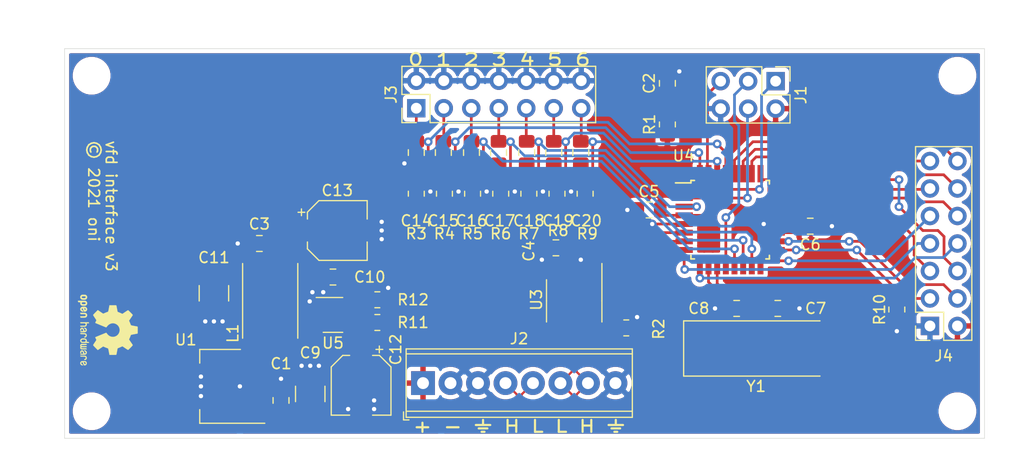
<source format=kicad_pcb>
(kicad_pcb (version 20171130) (host pcbnew 5.99.0+really5.1.12+dfsg1-1)

  (general
    (thickness 1.6)
    (drawings 12)
    (tracks 403)
    (zones 0)
    (modules 47)
    (nets 37)
  )

  (page A4)
  (title_block
    (title "VFD Interface")
    (date 2021-12-12)
    (rev 3)
    (company "© 2021 oni")
  )

  (layers
    (0 F.Cu signal)
    (31 B.Cu signal)
    (32 B.Adhes user)
    (33 F.Adhes user)
    (34 B.Paste user)
    (35 F.Paste user)
    (36 B.SilkS user)
    (37 F.SilkS user)
    (38 B.Mask user)
    (39 F.Mask user)
    (40 Dwgs.User user)
    (41 Cmts.User user)
    (42 Eco1.User user)
    (43 Eco2.User user)
    (44 Edge.Cuts user)
    (45 Margin user)
    (46 B.CrtYd user)
    (47 F.CrtYd user)
    (48 B.Fab user hide)
    (49 F.Fab user hide)
  )

  (setup
    (last_trace_width 0.25)
    (trace_clearance 0.2)
    (zone_clearance 0.4)
    (zone_45_only no)
    (trace_min 0.2)
    (via_size 0.8)
    (via_drill 0.4)
    (via_min_size 0.4)
    (via_min_drill 0.3)
    (uvia_size 0.3)
    (uvia_drill 0.1)
    (uvias_allowed no)
    (uvia_min_size 0.2)
    (uvia_min_drill 0.1)
    (edge_width 0.05)
    (segment_width 0.2)
    (pcb_text_width 0.3)
    (pcb_text_size 1.5 1.5)
    (mod_edge_width 0.12)
    (mod_text_size 1 1)
    (mod_text_width 0.15)
    (pad_size 1.524 1.524)
    (pad_drill 0.762)
    (pad_to_mask_clearance 0)
    (aux_axis_origin 0 0)
    (visible_elements FFFFFF7F)
    (pcbplotparams
      (layerselection 0x010fc_ffffffff)
      (usegerberextensions false)
      (usegerberattributes true)
      (usegerberadvancedattributes true)
      (creategerberjobfile true)
      (excludeedgelayer true)
      (linewidth 0.100000)
      (plotframeref false)
      (viasonmask false)
      (mode 1)
      (useauxorigin false)
      (hpglpennumber 1)
      (hpglpenspeed 20)
      (hpglpendiameter 15.000000)
      (psnegative false)
      (psa4output false)
      (plotreference true)
      (plotvalue true)
      (plotinvisibletext false)
      (padsonsilk false)
      (subtractmaskfromsilk true)
      (outputformat 1)
      (mirror false)
      (drillshape 0)
      (scaleselection 1)
      (outputdirectory "plot"))
  )

  (net 0 "")
  (net 1 GND)
  (net 2 +12V)
  (net 3 /~RESET)
  (net 4 +5V)
  (net 5 "Net-(C7-Pad2)")
  (net 6 "Net-(C8-Pad2)")
  (net 7 /MOSI)
  (net 8 /SCK)
  (net 9 /MISO)
  (net 10 /CAN+)
  (net 11 /CAN-)
  (net 12 /BUTTON6)
  (net 13 /BUTTON5)
  (net 14 /BUTTON4)
  (net 15 /BUTTON3)
  (net 16 /BUTTON2)
  (net 17 /BUTTON1)
  (net 18 /BUTTON0)
  (net 19 "Net-(R2-Pad1)")
  (net 20 /VFDDB7)
  (net 21 /VFDDB6)
  (net 22 /VFDDB5)
  (net 23 /VFDDB4)
  (net 24 /VFDDB3)
  (net 25 /VFDDB2)
  (net 26 /VFDDB1)
  (net 27 /VFDDB0)
  (net 28 /VFDE)
  (net 29 /VFDR~W)
  (net 30 /VFDRS)
  (net 31 /CANRX)
  (net 32 /CANTX)
  (net 33 "Net-(C10-Pad2)")
  (net 34 "Net-(C10-Pad1)")
  (net 35 "Net-(R11-Pad2)")
  (net 36 /VF~RESET)

  (net_class Default "This is the default net class."
    (clearance 0.2)
    (trace_width 0.25)
    (via_dia 0.8)
    (via_drill 0.4)
    (uvia_dia 0.3)
    (uvia_drill 0.1)
    (add_net +5V)
    (add_net /BUTTON0)
    (add_net /BUTTON1)
    (add_net /BUTTON2)
    (add_net /BUTTON3)
    (add_net /BUTTON4)
    (add_net /BUTTON5)
    (add_net /BUTTON6)
    (add_net /CAN+)
    (add_net /CAN-)
    (add_net /CANRX)
    (add_net /CANTX)
    (add_net /MISO)
    (add_net /MOSI)
    (add_net /SCK)
    (add_net /VFDDB0)
    (add_net /VFDDB1)
    (add_net /VFDDB2)
    (add_net /VFDDB3)
    (add_net /VFDDB4)
    (add_net /VFDDB5)
    (add_net /VFDDB6)
    (add_net /VFDDB7)
    (add_net /VFDE)
    (add_net /VFDRS)
    (add_net /VFDR~W)
    (add_net /VF~RESET)
    (add_net /~RESET)
    (add_net GND)
    (add_net "Net-(C10-Pad1)")
    (add_net "Net-(C10-Pad2)")
    (add_net "Net-(C7-Pad2)")
    (add_net "Net-(C8-Pad2)")
    (add_net "Net-(R11-Pad2)")
    (add_net "Net-(R2-Pad1)")
    (add_net "Net-(U3-Pad5)")
    (add_net "Net-(U4-Pad21)")
    (add_net "Net-(U5-Pad5)")
  )

  (net_class Power ""
    (clearance 0.2)
    (trace_width 0.4)
    (via_dia 1)
    (via_drill 0.6)
    (uvia_dia 0.3)
    (uvia_drill 0.1)
    (add_net +12V)
  )

  (module Capacitor_SMD:C_0805_2012Metric_Pad1.18x1.45mm_HandSolder (layer F.Cu) (tedit 5F68FEEF) (tstamp 61DDD6CD)
    (at 153.7 91.2 270)
    (descr "Capacitor SMD 0805 (2012 Metric), square (rectangular) end terminal, IPC_7351 nominal with elongated pad for handsoldering. (Body size source: IPC-SM-782 page 76, https://www.pcb-3d.com/wordpress/wp-content/uploads/ipc-sm-782a_amendment_1_and_2.pdf, https://docs.google.com/spreadsheets/d/1BsfQQcO9C6DZCsRaXUlFlo91Tg2WpOkGARC1WS5S8t0/edit?usp=sharing), generated with kicad-footprint-generator")
    (tags "capacitor handsolder")
    (path /61DDFA49)
    (attr smd)
    (fp_text reference C20 (at 6.3 -0.5 180) (layer F.SilkS)
      (effects (font (size 1 1) (thickness 0.15)))
    )
    (fp_text value 10n (at 0 1.68 90) (layer F.Fab)
      (effects (font (size 1 1) (thickness 0.15)))
    )
    (fp_text user %R (at 0 0 90) (layer F.Fab)
      (effects (font (size 0.5 0.5) (thickness 0.08)))
    )
    (fp_line (start -1 0.625) (end -1 -0.625) (layer F.Fab) (width 0.1))
    (fp_line (start -1 -0.625) (end 1 -0.625) (layer F.Fab) (width 0.1))
    (fp_line (start 1 -0.625) (end 1 0.625) (layer F.Fab) (width 0.1))
    (fp_line (start 1 0.625) (end -1 0.625) (layer F.Fab) (width 0.1))
    (fp_line (start -0.261252 -0.735) (end 0.261252 -0.735) (layer F.SilkS) (width 0.12))
    (fp_line (start -0.261252 0.735) (end 0.261252 0.735) (layer F.SilkS) (width 0.12))
    (fp_line (start -1.88 0.98) (end -1.88 -0.98) (layer F.CrtYd) (width 0.05))
    (fp_line (start -1.88 -0.98) (end 1.88 -0.98) (layer F.CrtYd) (width 0.05))
    (fp_line (start 1.88 -0.98) (end 1.88 0.98) (layer F.CrtYd) (width 0.05))
    (fp_line (start 1.88 0.98) (end -1.88 0.98) (layer F.CrtYd) (width 0.05))
    (pad 2 smd roundrect (at 1.0375 0 270) (size 1.175 1.45) (layers F.Cu F.Paste F.Mask) (roundrect_rratio 0.212766)
      (net 1 GND))
    (pad 1 smd roundrect (at -1.0375 0 270) (size 1.175 1.45) (layers F.Cu F.Paste F.Mask) (roundrect_rratio 0.212766)
      (net 12 /BUTTON6))
    (model ${KISYS3DMOD}/Capacitor_SMD.3dshapes/C_0805_2012Metric.wrl
      (at (xyz 0 0 0))
      (scale (xyz 1 1 1))
      (rotate (xyz 0 0 0))
    )
  )

  (module Capacitor_SMD:C_0805_2012Metric_Pad1.18x1.45mm_HandSolder (layer F.Cu) (tedit 5F68FEEF) (tstamp 61DDD6BC)
    (at 151.2 91.2 270)
    (descr "Capacitor SMD 0805 (2012 Metric), square (rectangular) end terminal, IPC_7351 nominal with elongated pad for handsoldering. (Body size source: IPC-SM-782 page 76, https://www.pcb-3d.com/wordpress/wp-content/uploads/ipc-sm-782a_amendment_1_and_2.pdf, https://docs.google.com/spreadsheets/d/1BsfQQcO9C6DZCsRaXUlFlo91Tg2WpOkGARC1WS5S8t0/edit?usp=sharing), generated with kicad-footprint-generator")
    (tags "capacitor handsolder")
    (path /61DE3D29)
    (attr smd)
    (fp_text reference C19 (at 6.3 -0.4 180) (layer F.SilkS)
      (effects (font (size 1 1) (thickness 0.15)))
    )
    (fp_text value 10n (at 0 1.68 90) (layer F.Fab)
      (effects (font (size 1 1) (thickness 0.15)))
    )
    (fp_text user %R (at 0 0 90) (layer F.Fab)
      (effects (font (size 0.5 0.5) (thickness 0.08)))
    )
    (fp_line (start -1 0.625) (end -1 -0.625) (layer F.Fab) (width 0.1))
    (fp_line (start -1 -0.625) (end 1 -0.625) (layer F.Fab) (width 0.1))
    (fp_line (start 1 -0.625) (end 1 0.625) (layer F.Fab) (width 0.1))
    (fp_line (start 1 0.625) (end -1 0.625) (layer F.Fab) (width 0.1))
    (fp_line (start -0.261252 -0.735) (end 0.261252 -0.735) (layer F.SilkS) (width 0.12))
    (fp_line (start -0.261252 0.735) (end 0.261252 0.735) (layer F.SilkS) (width 0.12))
    (fp_line (start -1.88 0.98) (end -1.88 -0.98) (layer F.CrtYd) (width 0.05))
    (fp_line (start -1.88 -0.98) (end 1.88 -0.98) (layer F.CrtYd) (width 0.05))
    (fp_line (start 1.88 -0.98) (end 1.88 0.98) (layer F.CrtYd) (width 0.05))
    (fp_line (start 1.88 0.98) (end -1.88 0.98) (layer F.CrtYd) (width 0.05))
    (pad 2 smd roundrect (at 1.0375 0 270) (size 1.175 1.45) (layers F.Cu F.Paste F.Mask) (roundrect_rratio 0.212766)
      (net 1 GND))
    (pad 1 smd roundrect (at -1.0375 0 270) (size 1.175 1.45) (layers F.Cu F.Paste F.Mask) (roundrect_rratio 0.212766)
      (net 13 /BUTTON5))
    (model ${KISYS3DMOD}/Capacitor_SMD.3dshapes/C_0805_2012Metric.wrl
      (at (xyz 0 0 0))
      (scale (xyz 1 1 1))
      (rotate (xyz 0 0 0))
    )
  )

  (module Capacitor_SMD:C_0805_2012Metric_Pad1.18x1.45mm_HandSolder (layer F.Cu) (tedit 5F68FEEF) (tstamp 61DDD6AB)
    (at 148.7 91.2 270)
    (descr "Capacitor SMD 0805 (2012 Metric), square (rectangular) end terminal, IPC_7351 nominal with elongated pad for handsoldering. (Body size source: IPC-SM-782 page 76, https://www.pcb-3d.com/wordpress/wp-content/uploads/ipc-sm-782a_amendment_1_and_2.pdf, https://docs.google.com/spreadsheets/d/1BsfQQcO9C6DZCsRaXUlFlo91Tg2WpOkGARC1WS5S8t0/edit?usp=sharing), generated with kicad-footprint-generator")
    (tags "capacitor handsolder")
    (path /61DE3EB8)
    (attr smd)
    (fp_text reference C18 (at 6.3 -0.2 180) (layer F.SilkS)
      (effects (font (size 1 1) (thickness 0.15)))
    )
    (fp_text value 10n (at 0 1.68 90) (layer F.Fab)
      (effects (font (size 1 1) (thickness 0.15)))
    )
    (fp_text user %R (at 0 0 90) (layer F.Fab)
      (effects (font (size 0.5 0.5) (thickness 0.08)))
    )
    (fp_line (start -1 0.625) (end -1 -0.625) (layer F.Fab) (width 0.1))
    (fp_line (start -1 -0.625) (end 1 -0.625) (layer F.Fab) (width 0.1))
    (fp_line (start 1 -0.625) (end 1 0.625) (layer F.Fab) (width 0.1))
    (fp_line (start 1 0.625) (end -1 0.625) (layer F.Fab) (width 0.1))
    (fp_line (start -0.261252 -0.735) (end 0.261252 -0.735) (layer F.SilkS) (width 0.12))
    (fp_line (start -0.261252 0.735) (end 0.261252 0.735) (layer F.SilkS) (width 0.12))
    (fp_line (start -1.88 0.98) (end -1.88 -0.98) (layer F.CrtYd) (width 0.05))
    (fp_line (start -1.88 -0.98) (end 1.88 -0.98) (layer F.CrtYd) (width 0.05))
    (fp_line (start 1.88 -0.98) (end 1.88 0.98) (layer F.CrtYd) (width 0.05))
    (fp_line (start 1.88 0.98) (end -1.88 0.98) (layer F.CrtYd) (width 0.05))
    (pad 2 smd roundrect (at 1.0375 0 270) (size 1.175 1.45) (layers F.Cu F.Paste F.Mask) (roundrect_rratio 0.212766)
      (net 1 GND))
    (pad 1 smd roundrect (at -1.0375 0 270) (size 1.175 1.45) (layers F.Cu F.Paste F.Mask) (roundrect_rratio 0.212766)
      (net 14 /BUTTON4))
    (model ${KISYS3DMOD}/Capacitor_SMD.3dshapes/C_0805_2012Metric.wrl
      (at (xyz 0 0 0))
      (scale (xyz 1 1 1))
      (rotate (xyz 0 0 0))
    )
  )

  (module Capacitor_SMD:C_0805_2012Metric_Pad1.18x1.45mm_HandSolder (layer F.Cu) (tedit 5F68FEEF) (tstamp 61DDD69A)
    (at 146.1 91.2 270)
    (descr "Capacitor SMD 0805 (2012 Metric), square (rectangular) end terminal, IPC_7351 nominal with elongated pad for handsoldering. (Body size source: IPC-SM-782 page 76, https://www.pcb-3d.com/wordpress/wp-content/uploads/ipc-sm-782a_amendment_1_and_2.pdf, https://docs.google.com/spreadsheets/d/1BsfQQcO9C6DZCsRaXUlFlo91Tg2WpOkGARC1WS5S8t0/edit?usp=sharing), generated with kicad-footprint-generator")
    (tags "capacitor handsolder")
    (path /61DE41B3)
    (attr smd)
    (fp_text reference C17 (at 6.3 -0.1 180) (layer F.SilkS)
      (effects (font (size 1 1) (thickness 0.15)))
    )
    (fp_text value 10n (at 0 1.68 90) (layer F.Fab)
      (effects (font (size 1 1) (thickness 0.15)))
    )
    (fp_text user %R (at 0 0 90) (layer F.Fab)
      (effects (font (size 0.5 0.5) (thickness 0.08)))
    )
    (fp_line (start -1 0.625) (end -1 -0.625) (layer F.Fab) (width 0.1))
    (fp_line (start -1 -0.625) (end 1 -0.625) (layer F.Fab) (width 0.1))
    (fp_line (start 1 -0.625) (end 1 0.625) (layer F.Fab) (width 0.1))
    (fp_line (start 1 0.625) (end -1 0.625) (layer F.Fab) (width 0.1))
    (fp_line (start -0.261252 -0.735) (end 0.261252 -0.735) (layer F.SilkS) (width 0.12))
    (fp_line (start -0.261252 0.735) (end 0.261252 0.735) (layer F.SilkS) (width 0.12))
    (fp_line (start -1.88 0.98) (end -1.88 -0.98) (layer F.CrtYd) (width 0.05))
    (fp_line (start -1.88 -0.98) (end 1.88 -0.98) (layer F.CrtYd) (width 0.05))
    (fp_line (start 1.88 -0.98) (end 1.88 0.98) (layer F.CrtYd) (width 0.05))
    (fp_line (start 1.88 0.98) (end -1.88 0.98) (layer F.CrtYd) (width 0.05))
    (pad 2 smd roundrect (at 1.0375 0 270) (size 1.175 1.45) (layers F.Cu F.Paste F.Mask) (roundrect_rratio 0.212766)
      (net 1 GND))
    (pad 1 smd roundrect (at -1.0375 0 270) (size 1.175 1.45) (layers F.Cu F.Paste F.Mask) (roundrect_rratio 0.212766)
      (net 15 /BUTTON3))
    (model ${KISYS3DMOD}/Capacitor_SMD.3dshapes/C_0805_2012Metric.wrl
      (at (xyz 0 0 0))
      (scale (xyz 1 1 1))
      (rotate (xyz 0 0 0))
    )
  )

  (module Capacitor_SMD:C_0805_2012Metric_Pad1.18x1.45mm_HandSolder (layer F.Cu) (tedit 5F68FEEF) (tstamp 61DDD689)
    (at 143.6 91.2 270)
    (descr "Capacitor SMD 0805 (2012 Metric), square (rectangular) end terminal, IPC_7351 nominal with elongated pad for handsoldering. (Body size source: IPC-SM-782 page 76, https://www.pcb-3d.com/wordpress/wp-content/uploads/ipc-sm-782a_amendment_1_and_2.pdf, https://docs.google.com/spreadsheets/d/1BsfQQcO9C6DZCsRaXUlFlo91Tg2WpOkGARC1WS5S8t0/edit?usp=sharing), generated with kicad-footprint-generator")
    (tags "capacitor handsolder")
    (path /61DE443B)
    (attr smd)
    (fp_text reference C16 (at 6.3 0 180) (layer F.SilkS)
      (effects (font (size 1 1) (thickness 0.15)))
    )
    (fp_text value 10n (at 0 1.68 90) (layer F.Fab)
      (effects (font (size 1 1) (thickness 0.15)))
    )
    (fp_text user %R (at 0 0 90) (layer F.Fab)
      (effects (font (size 0.5 0.5) (thickness 0.08)))
    )
    (fp_line (start -1 0.625) (end -1 -0.625) (layer F.Fab) (width 0.1))
    (fp_line (start -1 -0.625) (end 1 -0.625) (layer F.Fab) (width 0.1))
    (fp_line (start 1 -0.625) (end 1 0.625) (layer F.Fab) (width 0.1))
    (fp_line (start 1 0.625) (end -1 0.625) (layer F.Fab) (width 0.1))
    (fp_line (start -0.261252 -0.735) (end 0.261252 -0.735) (layer F.SilkS) (width 0.12))
    (fp_line (start -0.261252 0.735) (end 0.261252 0.735) (layer F.SilkS) (width 0.12))
    (fp_line (start -1.88 0.98) (end -1.88 -0.98) (layer F.CrtYd) (width 0.05))
    (fp_line (start -1.88 -0.98) (end 1.88 -0.98) (layer F.CrtYd) (width 0.05))
    (fp_line (start 1.88 -0.98) (end 1.88 0.98) (layer F.CrtYd) (width 0.05))
    (fp_line (start 1.88 0.98) (end -1.88 0.98) (layer F.CrtYd) (width 0.05))
    (pad 2 smd roundrect (at 1.0375 0 270) (size 1.175 1.45) (layers F.Cu F.Paste F.Mask) (roundrect_rratio 0.212766)
      (net 1 GND))
    (pad 1 smd roundrect (at -1.0375 0 270) (size 1.175 1.45) (layers F.Cu F.Paste F.Mask) (roundrect_rratio 0.212766)
      (net 16 /BUTTON2))
    (model ${KISYS3DMOD}/Capacitor_SMD.3dshapes/C_0805_2012Metric.wrl
      (at (xyz 0 0 0))
      (scale (xyz 1 1 1))
      (rotate (xyz 0 0 0))
    )
  )

  (module Capacitor_SMD:C_0805_2012Metric_Pad1.18x1.45mm_HandSolder (layer F.Cu) (tedit 5F68FEEF) (tstamp 61DDD678)
    (at 141 91.2 270)
    (descr "Capacitor SMD 0805 (2012 Metric), square (rectangular) end terminal, IPC_7351 nominal with elongated pad for handsoldering. (Body size source: IPC-SM-782 page 76, https://www.pcb-3d.com/wordpress/wp-content/uploads/ipc-sm-782a_amendment_1_and_2.pdf, https://docs.google.com/spreadsheets/d/1BsfQQcO9C6DZCsRaXUlFlo91Tg2WpOkGARC1WS5S8t0/edit?usp=sharing), generated with kicad-footprint-generator")
    (tags "capacitor handsolder")
    (path /61DE78B0)
    (attr smd)
    (fp_text reference C15 (at 6.3 0 180) (layer F.SilkS)
      (effects (font (size 1 1) (thickness 0.15)))
    )
    (fp_text value 10n (at 0 1.68 90) (layer F.Fab)
      (effects (font (size 1 1) (thickness 0.15)))
    )
    (fp_text user %R (at 0 0 90) (layer F.Fab)
      (effects (font (size 0.5 0.5) (thickness 0.08)))
    )
    (fp_line (start -1 0.625) (end -1 -0.625) (layer F.Fab) (width 0.1))
    (fp_line (start -1 -0.625) (end 1 -0.625) (layer F.Fab) (width 0.1))
    (fp_line (start 1 -0.625) (end 1 0.625) (layer F.Fab) (width 0.1))
    (fp_line (start 1 0.625) (end -1 0.625) (layer F.Fab) (width 0.1))
    (fp_line (start -0.261252 -0.735) (end 0.261252 -0.735) (layer F.SilkS) (width 0.12))
    (fp_line (start -0.261252 0.735) (end 0.261252 0.735) (layer F.SilkS) (width 0.12))
    (fp_line (start -1.88 0.98) (end -1.88 -0.98) (layer F.CrtYd) (width 0.05))
    (fp_line (start -1.88 -0.98) (end 1.88 -0.98) (layer F.CrtYd) (width 0.05))
    (fp_line (start 1.88 -0.98) (end 1.88 0.98) (layer F.CrtYd) (width 0.05))
    (fp_line (start 1.88 0.98) (end -1.88 0.98) (layer F.CrtYd) (width 0.05))
    (pad 2 smd roundrect (at 1.0375 0 270) (size 1.175 1.45) (layers F.Cu F.Paste F.Mask) (roundrect_rratio 0.212766)
      (net 1 GND))
    (pad 1 smd roundrect (at -1.0375 0 270) (size 1.175 1.45) (layers F.Cu F.Paste F.Mask) (roundrect_rratio 0.212766)
      (net 17 /BUTTON1))
    (model ${KISYS3DMOD}/Capacitor_SMD.3dshapes/C_0805_2012Metric.wrl
      (at (xyz 0 0 0))
      (scale (xyz 1 1 1))
      (rotate (xyz 0 0 0))
    )
  )

  (module Capacitor_SMD:C_0805_2012Metric_Pad1.18x1.45mm_HandSolder (layer F.Cu) (tedit 5F68FEEF) (tstamp 61DDD667)
    (at 138.5 91.2 270)
    (descr "Capacitor SMD 0805 (2012 Metric), square (rectangular) end terminal, IPC_7351 nominal with elongated pad for handsoldering. (Body size source: IPC-SM-782 page 76, https://www.pcb-3d.com/wordpress/wp-content/uploads/ipc-sm-782a_amendment_1_and_2.pdf, https://docs.google.com/spreadsheets/d/1BsfQQcO9C6DZCsRaXUlFlo91Tg2WpOkGARC1WS5S8t0/edit?usp=sharing), generated with kicad-footprint-generator")
    (tags "capacitor handsolder")
    (path /61DE7A07)
    (attr smd)
    (fp_text reference C14 (at 6.3 0 180) (layer F.SilkS)
      (effects (font (size 1 1) (thickness 0.15)))
    )
    (fp_text value 10n (at 0 1.68 90) (layer F.Fab)
      (effects (font (size 1 1) (thickness 0.15)))
    )
    (fp_text user %R (at 0 0 90) (layer F.Fab)
      (effects (font (size 0.5 0.5) (thickness 0.08)))
    )
    (fp_line (start -1 0.625) (end -1 -0.625) (layer F.Fab) (width 0.1))
    (fp_line (start -1 -0.625) (end 1 -0.625) (layer F.Fab) (width 0.1))
    (fp_line (start 1 -0.625) (end 1 0.625) (layer F.Fab) (width 0.1))
    (fp_line (start 1 0.625) (end -1 0.625) (layer F.Fab) (width 0.1))
    (fp_line (start -0.261252 -0.735) (end 0.261252 -0.735) (layer F.SilkS) (width 0.12))
    (fp_line (start -0.261252 0.735) (end 0.261252 0.735) (layer F.SilkS) (width 0.12))
    (fp_line (start -1.88 0.98) (end -1.88 -0.98) (layer F.CrtYd) (width 0.05))
    (fp_line (start -1.88 -0.98) (end 1.88 -0.98) (layer F.CrtYd) (width 0.05))
    (fp_line (start 1.88 -0.98) (end 1.88 0.98) (layer F.CrtYd) (width 0.05))
    (fp_line (start 1.88 0.98) (end -1.88 0.98) (layer F.CrtYd) (width 0.05))
    (pad 2 smd roundrect (at 1.0375 0 270) (size 1.175 1.45) (layers F.Cu F.Paste F.Mask) (roundrect_rratio 0.212766)
      (net 1 GND))
    (pad 1 smd roundrect (at -1.0375 0 270) (size 1.175 1.45) (layers F.Cu F.Paste F.Mask) (roundrect_rratio 0.212766)
      (net 18 /BUTTON0))
    (model ${KISYS3DMOD}/Capacitor_SMD.3dshapes/C_0805_2012Metric.wrl
      (at (xyz 0 0 0))
      (scale (xyz 1 1 1))
      (rotate (xyz 0 0 0))
    )
  )

  (module Capacitor_SMD:CP_Elec_5x5.3 (layer F.Cu) (tedit 5BCA39CF) (tstamp 61D6433D)
    (at 131.2 98.4)
    (descr "SMD capacitor, aluminum electrolytic, Nichicon, 5.0x5.3mm")
    (tags "capacitor electrolytic")
    (path /61D77884)
    (attr smd)
    (fp_text reference C13 (at 0 -3.7) (layer F.SilkS)
      (effects (font (size 1 1) (thickness 0.15)))
    )
    (fp_text value 22u (at 0 3.7) (layer F.Fab)
      (effects (font (size 1 1) (thickness 0.15)))
    )
    (fp_circle (center 0 0) (end 2.5 0) (layer F.Fab) (width 0.1))
    (fp_line (start 2.65 -2.65) (end 2.65 2.65) (layer F.Fab) (width 0.1))
    (fp_line (start -1.65 -2.65) (end 2.65 -2.65) (layer F.Fab) (width 0.1))
    (fp_line (start -1.65 2.65) (end 2.65 2.65) (layer F.Fab) (width 0.1))
    (fp_line (start -2.65 -1.65) (end -2.65 1.65) (layer F.Fab) (width 0.1))
    (fp_line (start -2.65 -1.65) (end -1.65 -2.65) (layer F.Fab) (width 0.1))
    (fp_line (start -2.65 1.65) (end -1.65 2.65) (layer F.Fab) (width 0.1))
    (fp_line (start -2.033956 -1.2) (end -1.533956 -1.2) (layer F.Fab) (width 0.1))
    (fp_line (start -1.783956 -1.45) (end -1.783956 -0.95) (layer F.Fab) (width 0.1))
    (fp_line (start 2.76 2.76) (end 2.76 1.06) (layer F.SilkS) (width 0.12))
    (fp_line (start 2.76 -2.76) (end 2.76 -1.06) (layer F.SilkS) (width 0.12))
    (fp_line (start -1.695563 -2.76) (end 2.76 -2.76) (layer F.SilkS) (width 0.12))
    (fp_line (start -1.695563 2.76) (end 2.76 2.76) (layer F.SilkS) (width 0.12))
    (fp_line (start -2.76 1.695563) (end -2.76 1.06) (layer F.SilkS) (width 0.12))
    (fp_line (start -2.76 -1.695563) (end -2.76 -1.06) (layer F.SilkS) (width 0.12))
    (fp_line (start -2.76 -1.695563) (end -1.695563 -2.76) (layer F.SilkS) (width 0.12))
    (fp_line (start -2.76 1.695563) (end -1.695563 2.76) (layer F.SilkS) (width 0.12))
    (fp_line (start -3.625 -1.685) (end -3 -1.685) (layer F.SilkS) (width 0.12))
    (fp_line (start -3.3125 -1.9975) (end -3.3125 -1.3725) (layer F.SilkS) (width 0.12))
    (fp_line (start 2.9 -2.9) (end 2.9 -1.05) (layer F.CrtYd) (width 0.05))
    (fp_line (start 2.9 -1.05) (end 3.95 -1.05) (layer F.CrtYd) (width 0.05))
    (fp_line (start 3.95 -1.05) (end 3.95 1.05) (layer F.CrtYd) (width 0.05))
    (fp_line (start 3.95 1.05) (end 2.9 1.05) (layer F.CrtYd) (width 0.05))
    (fp_line (start 2.9 1.05) (end 2.9 2.9) (layer F.CrtYd) (width 0.05))
    (fp_line (start -1.75 2.9) (end 2.9 2.9) (layer F.CrtYd) (width 0.05))
    (fp_line (start -1.75 -2.9) (end 2.9 -2.9) (layer F.CrtYd) (width 0.05))
    (fp_line (start -2.9 1.75) (end -1.75 2.9) (layer F.CrtYd) (width 0.05))
    (fp_line (start -2.9 -1.75) (end -1.75 -2.9) (layer F.CrtYd) (width 0.05))
    (fp_line (start -2.9 -1.75) (end -2.9 -1.05) (layer F.CrtYd) (width 0.05))
    (fp_line (start -2.9 1.05) (end -2.9 1.75) (layer F.CrtYd) (width 0.05))
    (fp_line (start -2.9 -1.05) (end -3.95 -1.05) (layer F.CrtYd) (width 0.05))
    (fp_line (start -3.95 -1.05) (end -3.95 1.05) (layer F.CrtYd) (width 0.05))
    (fp_line (start -3.95 1.05) (end -2.9 1.05) (layer F.CrtYd) (width 0.05))
    (fp_text user %R (at 0 0) (layer F.Fab)
      (effects (font (size 1 1) (thickness 0.15)))
    )
    (pad 2 smd roundrect (at 2.2 0) (size 3 1.6) (layers F.Cu F.Paste F.Mask) (roundrect_rratio 0.15625)
      (net 1 GND))
    (pad 1 smd roundrect (at -2.2 0) (size 3 1.6) (layers F.Cu F.Paste F.Mask) (roundrect_rratio 0.15625)
      (net 4 +5V))
    (model ${KISYS3DMOD}/Capacitor_SMD.3dshapes/CP_Elec_5x5.3.wrl
      (at (xyz 0 0 0))
      (scale (xyz 1 1 1))
      (rotate (xyz 0 0 0))
    )
  )

  (module Capacitor_SMD:CP_Elec_5x5.3 (layer F.Cu) (tedit 5BCA39CF) (tstamp 61D6E73D)
    (at 133.4 112.7 270)
    (descr "SMD capacitor, aluminum electrolytic, Nichicon, 5.0x5.3mm")
    (tags "capacitor electrolytic")
    (path /61D77619)
    (attr smd)
    (fp_text reference C12 (at -3.3 -3.2 270) (layer F.SilkS)
      (effects (font (size 1 1) (thickness 0.15)))
    )
    (fp_text value 10u (at 0 3.7 90) (layer F.Fab)
      (effects (font (size 1 1) (thickness 0.15)))
    )
    (fp_circle (center 0 0) (end 2.5 0) (layer F.Fab) (width 0.1))
    (fp_line (start 2.65 -2.65) (end 2.65 2.65) (layer F.Fab) (width 0.1))
    (fp_line (start -1.65 -2.65) (end 2.65 -2.65) (layer F.Fab) (width 0.1))
    (fp_line (start -1.65 2.65) (end 2.65 2.65) (layer F.Fab) (width 0.1))
    (fp_line (start -2.65 -1.65) (end -2.65 1.65) (layer F.Fab) (width 0.1))
    (fp_line (start -2.65 -1.65) (end -1.65 -2.65) (layer F.Fab) (width 0.1))
    (fp_line (start -2.65 1.65) (end -1.65 2.65) (layer F.Fab) (width 0.1))
    (fp_line (start -2.033956 -1.2) (end -1.533956 -1.2) (layer F.Fab) (width 0.1))
    (fp_line (start -1.783956 -1.45) (end -1.783956 -0.95) (layer F.Fab) (width 0.1))
    (fp_line (start 2.76 2.76) (end 2.76 1.06) (layer F.SilkS) (width 0.12))
    (fp_line (start 2.76 -2.76) (end 2.76 -1.06) (layer F.SilkS) (width 0.12))
    (fp_line (start -1.695563 -2.76) (end 2.76 -2.76) (layer F.SilkS) (width 0.12))
    (fp_line (start -1.695563 2.76) (end 2.76 2.76) (layer F.SilkS) (width 0.12))
    (fp_line (start -2.76 1.695563) (end -2.76 1.06) (layer F.SilkS) (width 0.12))
    (fp_line (start -2.76 -1.695563) (end -2.76 -1.06) (layer F.SilkS) (width 0.12))
    (fp_line (start -2.76 -1.695563) (end -1.695563 -2.76) (layer F.SilkS) (width 0.12))
    (fp_line (start -2.76 1.695563) (end -1.695563 2.76) (layer F.SilkS) (width 0.12))
    (fp_line (start -3.625 -1.685) (end -3 -1.685) (layer F.SilkS) (width 0.12))
    (fp_line (start -3.3125 -1.9975) (end -3.3125 -1.3725) (layer F.SilkS) (width 0.12))
    (fp_line (start 2.9 -2.9) (end 2.9 -1.05) (layer F.CrtYd) (width 0.05))
    (fp_line (start 2.9 -1.05) (end 3.95 -1.05) (layer F.CrtYd) (width 0.05))
    (fp_line (start 3.95 -1.05) (end 3.95 1.05) (layer F.CrtYd) (width 0.05))
    (fp_line (start 3.95 1.05) (end 2.9 1.05) (layer F.CrtYd) (width 0.05))
    (fp_line (start 2.9 1.05) (end 2.9 2.9) (layer F.CrtYd) (width 0.05))
    (fp_line (start -1.75 2.9) (end 2.9 2.9) (layer F.CrtYd) (width 0.05))
    (fp_line (start -1.75 -2.9) (end 2.9 -2.9) (layer F.CrtYd) (width 0.05))
    (fp_line (start -2.9 1.75) (end -1.75 2.9) (layer F.CrtYd) (width 0.05))
    (fp_line (start -2.9 -1.75) (end -1.75 -2.9) (layer F.CrtYd) (width 0.05))
    (fp_line (start -2.9 -1.75) (end -2.9 -1.05) (layer F.CrtYd) (width 0.05))
    (fp_line (start -2.9 1.05) (end -2.9 1.75) (layer F.CrtYd) (width 0.05))
    (fp_line (start -2.9 -1.05) (end -3.95 -1.05) (layer F.CrtYd) (width 0.05))
    (fp_line (start -3.95 -1.05) (end -3.95 1.05) (layer F.CrtYd) (width 0.05))
    (fp_line (start -3.95 1.05) (end -2.9 1.05) (layer F.CrtYd) (width 0.05))
    (fp_text user %R (at 0 0 90) (layer F.Fab)
      (effects (font (size 1 1) (thickness 0.15)))
    )
    (pad 2 smd roundrect (at 2.2 0 270) (size 3 1.6) (layers F.Cu F.Paste F.Mask) (roundrect_rratio 0.15625)
      (net 1 GND))
    (pad 1 smd roundrect (at -2.2 0 270) (size 3 1.6) (layers F.Cu F.Paste F.Mask) (roundrect_rratio 0.15625)
      (net 2 +12V))
    (model ${KISYS3DMOD}/Capacitor_SMD.3dshapes/CP_Elec_5x5.3.wrl
      (at (xyz 0 0 0))
      (scale (xyz 1 1 1))
      (rotate (xyz 0 0 0))
    )
  )

  (module Inductor_SMD:L_Taiyo-Yuden_NR-50xx_HandSoldering (layer F.Cu) (tedit 5990349D) (tstamp 61D64E26)
    (at 125 104.9 90)
    (descr "Inductor, Taiyo Yuden, NR series, Taiyo-Yuden_NR-50xx, 4.9mmx4.9mm")
    (tags "inductor taiyo-yuden nr smd")
    (path /6098839D)
    (attr smd)
    (fp_text reference L1 (at -3 -3.45 90) (layer F.SilkS)
      (effects (font (size 1 1) (thickness 0.15)))
    )
    (fp_text value 3.3u (at 0 3.95 90) (layer F.Fab)
      (effects (font (size 1 1) (thickness 0.15)))
    )
    (fp_line (start 3.75 -2.75) (end -3.75 -2.75) (layer F.CrtYd) (width 0.05))
    (fp_line (start 3.75 2.75) (end 3.75 -2.75) (layer F.CrtYd) (width 0.05))
    (fp_line (start -3.75 2.75) (end 3.75 2.75) (layer F.CrtYd) (width 0.05))
    (fp_line (start -3.75 -2.75) (end -3.75 2.75) (layer F.CrtYd) (width 0.05))
    (fp_line (start -3.45 2.55) (end 3.45 2.55) (layer F.SilkS) (width 0.12))
    (fp_line (start -3.45 -2.55) (end 3.45 -2.55) (layer F.SilkS) (width 0.12))
    (fp_line (start -1.65 2.45) (end 0 2.45) (layer F.Fab) (width 0.1))
    (fp_line (start -2.45 1.65) (end -1.65 2.45) (layer F.Fab) (width 0.1))
    (fp_line (start -2.45 0) (end -2.45 1.65) (layer F.Fab) (width 0.1))
    (fp_line (start 1.65 2.45) (end 0 2.45) (layer F.Fab) (width 0.1))
    (fp_line (start 2.45 1.65) (end 1.65 2.45) (layer F.Fab) (width 0.1))
    (fp_line (start 2.45 0) (end 2.45 1.65) (layer F.Fab) (width 0.1))
    (fp_line (start 1.65 -2.45) (end 0 -2.45) (layer F.Fab) (width 0.1))
    (fp_line (start 2.45 -1.65) (end 1.65 -2.45) (layer F.Fab) (width 0.1))
    (fp_line (start 2.45 0) (end 2.45 -1.65) (layer F.Fab) (width 0.1))
    (fp_line (start -1.65 -2.45) (end 0 -2.45) (layer F.Fab) (width 0.1))
    (fp_line (start -2.45 -1.65) (end -1.65 -2.45) (layer F.Fab) (width 0.1))
    (fp_line (start -2.45 0) (end -2.45 -1.65) (layer F.Fab) (width 0.1))
    (fp_text user %R (at 0 0 90) (layer F.Fab)
      (effects (font (size 1 1) (thickness 0.15)))
    )
    (pad 2 smd rect (at 2.25 0 90) (size 2.4 4.2) (layers F.Cu F.Paste F.Mask)
      (net 4 +5V))
    (pad 1 smd rect (at -2.25 0 90) (size 2.4 4.2) (layers F.Cu F.Paste F.Mask)
      (net 33 "Net-(C10-Pad2)"))
    (model ${KISYS3DMOD}/Inductor_SMD.3dshapes/L_Taiyo-Yuden_NR-50xx.wrl
      (at (xyz 0 0 0))
      (scale (xyz 1 1 1))
      (rotate (xyz 0 0 0))
    )
  )

  (module Resistor_SMD:R_0805_2012Metric_Pad1.20x1.40mm_HandSolder (layer F.Cu) (tedit 5F68FEEE) (tstamp 61B5F7DA)
    (at 182.9 105.7 270)
    (descr "Resistor SMD 0805 (2012 Metric), square (rectangular) end terminal, IPC_7351 nominal with elongated pad for handsoldering. (Body size source: IPC-SM-782 page 72, https://www.pcb-3d.com/wordpress/wp-content/uploads/ipc-sm-782a_amendment_1_and_2.pdf), generated with kicad-footprint-generator")
    (tags "resistor handsolder")
    (path /61B6A1DD)
    (attr smd)
    (fp_text reference R10 (at 0 1.6 90) (layer F.SilkS)
      (effects (font (size 1 1) (thickness 0.15)))
    )
    (fp_text value 1k (at 0 1.65 90) (layer F.Fab)
      (effects (font (size 1 1) (thickness 0.15)))
    )
    (fp_line (start -1 0.625) (end -1 -0.625) (layer F.Fab) (width 0.1))
    (fp_line (start -1 -0.625) (end 1 -0.625) (layer F.Fab) (width 0.1))
    (fp_line (start 1 -0.625) (end 1 0.625) (layer F.Fab) (width 0.1))
    (fp_line (start 1 0.625) (end -1 0.625) (layer F.Fab) (width 0.1))
    (fp_line (start -0.227064 -0.735) (end 0.227064 -0.735) (layer F.SilkS) (width 0.12))
    (fp_line (start -0.227064 0.735) (end 0.227064 0.735) (layer F.SilkS) (width 0.12))
    (fp_line (start -1.85 0.95) (end -1.85 -0.95) (layer F.CrtYd) (width 0.05))
    (fp_line (start -1.85 -0.95) (end 1.85 -0.95) (layer F.CrtYd) (width 0.05))
    (fp_line (start 1.85 -0.95) (end 1.85 0.95) (layer F.CrtYd) (width 0.05))
    (fp_line (start 1.85 0.95) (end -1.85 0.95) (layer F.CrtYd) (width 0.05))
    (fp_text user %R (at 0 0 90) (layer F.Fab)
      (effects (font (size 0.5 0.5) (thickness 0.08)))
    )
    (pad 2 smd roundrect (at 1 0 270) (size 1.2 1.4) (layers F.Cu F.Paste F.Mask) (roundrect_rratio 0.2083325)
      (net 1 GND))
    (pad 1 smd roundrect (at -1 0 270) (size 1.2 1.4) (layers F.Cu F.Paste F.Mask) (roundrect_rratio 0.2083325)
      (net 36 /VF~RESET))
    (model ${KISYS3DMOD}/Resistor_SMD.3dshapes/R_0805_2012Metric.wrl
      (at (xyz 0 0 0))
      (scale (xyz 1 1 1))
      (rotate (xyz 0 0 0))
    )
  )

  (module Connector_PinHeader_2.54mm:PinHeader_2x07_P2.54mm_Vertical (layer F.Cu) (tedit 59FED5CC) (tstamp 607E1173)
    (at 138.5 87.1 90)
    (descr "Through hole straight pin header, 2x07, 2.54mm pitch, double rows")
    (tags "Through hole pin header THT 2x07 2.54mm double row")
    (path /60408E13)
    (fp_text reference J3 (at 1.27 -2.33 90) (layer F.SilkS)
      (effects (font (size 1 1) (thickness 0.15)))
    )
    (fp_text value BUTTONS (at 1.27 17.57 90) (layer F.Fab)
      (effects (font (size 1 1) (thickness 0.15)))
    )
    (fp_line (start 0 -1.27) (end 3.81 -1.27) (layer F.Fab) (width 0.1))
    (fp_line (start 3.81 -1.27) (end 3.81 16.51) (layer F.Fab) (width 0.1))
    (fp_line (start 3.81 16.51) (end -1.27 16.51) (layer F.Fab) (width 0.1))
    (fp_line (start -1.27 16.51) (end -1.27 0) (layer F.Fab) (width 0.1))
    (fp_line (start -1.27 0) (end 0 -1.27) (layer F.Fab) (width 0.1))
    (fp_line (start -1.33 16.57) (end 3.87 16.57) (layer F.SilkS) (width 0.12))
    (fp_line (start -1.33 1.27) (end -1.33 16.57) (layer F.SilkS) (width 0.12))
    (fp_line (start 3.87 -1.33) (end 3.87 16.57) (layer F.SilkS) (width 0.12))
    (fp_line (start -1.33 1.27) (end 1.27 1.27) (layer F.SilkS) (width 0.12))
    (fp_line (start 1.27 1.27) (end 1.27 -1.33) (layer F.SilkS) (width 0.12))
    (fp_line (start 1.27 -1.33) (end 3.87 -1.33) (layer F.SilkS) (width 0.12))
    (fp_line (start -1.33 0) (end -1.33 -1.33) (layer F.SilkS) (width 0.12))
    (fp_line (start -1.33 -1.33) (end 0 -1.33) (layer F.SilkS) (width 0.12))
    (fp_line (start -1.8 -1.8) (end -1.8 17.05) (layer F.CrtYd) (width 0.05))
    (fp_line (start -1.8 17.05) (end 4.35 17.05) (layer F.CrtYd) (width 0.05))
    (fp_line (start 4.35 17.05) (end 4.35 -1.8) (layer F.CrtYd) (width 0.05))
    (fp_line (start 4.35 -1.8) (end -1.8 -1.8) (layer F.CrtYd) (width 0.05))
    (fp_text user %R (at 1.27 7.62) (layer F.Fab)
      (effects (font (size 1 1) (thickness 0.15)))
    )
    (pad 14 thru_hole oval (at 2.54 15.24 90) (size 1.7 1.7) (drill 1) (layers *.Cu *.Mask)
      (net 1 GND))
    (pad 13 thru_hole oval (at 0 15.24 90) (size 1.7 1.7) (drill 1) (layers *.Cu *.Mask)
      (net 12 /BUTTON6))
    (pad 12 thru_hole oval (at 2.54 12.7 90) (size 1.7 1.7) (drill 1) (layers *.Cu *.Mask)
      (net 1 GND))
    (pad 11 thru_hole oval (at 0 12.7 90) (size 1.7 1.7) (drill 1) (layers *.Cu *.Mask)
      (net 13 /BUTTON5))
    (pad 10 thru_hole oval (at 2.54 10.16 90) (size 1.7 1.7) (drill 1) (layers *.Cu *.Mask)
      (net 1 GND))
    (pad 9 thru_hole oval (at 0 10.16 90) (size 1.7 1.7) (drill 1) (layers *.Cu *.Mask)
      (net 14 /BUTTON4))
    (pad 8 thru_hole oval (at 2.54 7.62 90) (size 1.7 1.7) (drill 1) (layers *.Cu *.Mask)
      (net 1 GND))
    (pad 7 thru_hole oval (at 0 7.62 90) (size 1.7 1.7) (drill 1) (layers *.Cu *.Mask)
      (net 15 /BUTTON3))
    (pad 6 thru_hole oval (at 2.54 5.08 90) (size 1.7 1.7) (drill 1) (layers *.Cu *.Mask)
      (net 1 GND))
    (pad 5 thru_hole oval (at 0 5.08 90) (size 1.7 1.7) (drill 1) (layers *.Cu *.Mask)
      (net 16 /BUTTON2))
    (pad 4 thru_hole oval (at 2.54 2.54 90) (size 1.7 1.7) (drill 1) (layers *.Cu *.Mask)
      (net 1 GND))
    (pad 3 thru_hole oval (at 0 2.54 90) (size 1.7 1.7) (drill 1) (layers *.Cu *.Mask)
      (net 17 /BUTTON1))
    (pad 2 thru_hole oval (at 2.54 0 90) (size 1.7 1.7) (drill 1) (layers *.Cu *.Mask)
      (net 1 GND))
    (pad 1 thru_hole rect (at 0 0 90) (size 1.7 1.7) (drill 1) (layers *.Cu *.Mask)
      (net 18 /BUTTON0))
    (model ${KISYS3DMOD}/Connector_PinHeader_2.54mm.3dshapes/PinHeader_2x07_P2.54mm_Vertical.wrl
      (at (xyz 0 0 0))
      (scale (xyz 1 1 1))
      (rotate (xyz 0 0 0))
    )
  )

  (module Capacitor_SMD:C_1210_3225Metric_Pad1.33x2.70mm_HandSolder (layer F.Cu) (tedit 5F68FEEF) (tstamp 61D6E3C2)
    (at 128.7 113.5 90)
    (descr "Capacitor SMD 1210 (3225 Metric), square (rectangular) end terminal, IPC_7351 nominal with elongated pad for handsoldering. (Body size source: IPC-SM-782 page 76, https://www.pcb-3d.com/wordpress/wp-content/uploads/ipc-sm-782a_amendment_1_and_2.pdf), generated with kicad-footprint-generator")
    (tags "capacitor handsolder")
    (path /609876B1)
    (attr smd)
    (fp_text reference C9 (at 3.8 0 180) (layer F.SilkS)
      (effects (font (size 1 1) (thickness 0.15)))
    )
    (fp_text value 10u (at 0 2.3 90) (layer F.Fab)
      (effects (font (size 1 1) (thickness 0.15)))
    )
    (fp_line (start 2.48 1.6) (end -2.48 1.6) (layer F.CrtYd) (width 0.05))
    (fp_line (start 2.48 -1.6) (end 2.48 1.6) (layer F.CrtYd) (width 0.05))
    (fp_line (start -2.48 -1.6) (end 2.48 -1.6) (layer F.CrtYd) (width 0.05))
    (fp_line (start -2.48 1.6) (end -2.48 -1.6) (layer F.CrtYd) (width 0.05))
    (fp_line (start -0.711252 1.36) (end 0.711252 1.36) (layer F.SilkS) (width 0.12))
    (fp_line (start -0.711252 -1.36) (end 0.711252 -1.36) (layer F.SilkS) (width 0.12))
    (fp_line (start 1.6 1.25) (end -1.6 1.25) (layer F.Fab) (width 0.1))
    (fp_line (start 1.6 -1.25) (end 1.6 1.25) (layer F.Fab) (width 0.1))
    (fp_line (start -1.6 -1.25) (end 1.6 -1.25) (layer F.Fab) (width 0.1))
    (fp_line (start -1.6 1.25) (end -1.6 -1.25) (layer F.Fab) (width 0.1))
    (fp_text user %R (at 0 0 90) (layer F.Fab)
      (effects (font (size 0.8 0.8) (thickness 0.12)))
    )
    (pad 2 smd roundrect (at 1.5625 0 90) (size 1.325 2.7) (layers F.Cu F.Paste F.Mask) (roundrect_rratio 0.1886769811320755)
      (net 1 GND))
    (pad 1 smd roundrect (at -1.5625 0 90) (size 1.325 2.7) (layers F.Cu F.Paste F.Mask) (roundrect_rratio 0.1886769811320755)
      (net 2 +12V))
    (model ${KISYS3DMOD}/Capacitor_SMD.3dshapes/C_1210_3225Metric.wrl
      (at (xyz 0 0 0))
      (scale (xyz 1 1 1))
      (rotate (xyz 0 0 0))
    )
  )

  (module Capacitor_SMD:C_1210_3225Metric_Pad1.33x2.70mm_HandSolder (layer F.Cu) (tedit 5F68FEEF) (tstamp 61D64D37)
    (at 119.8 104.2 270)
    (descr "Capacitor SMD 1210 (3225 Metric), square (rectangular) end terminal, IPC_7351 nominal with elongated pad for handsoldering. (Body size source: IPC-SM-782 page 76, https://www.pcb-3d.com/wordpress/wp-content/uploads/ipc-sm-782a_amendment_1_and_2.pdf), generated with kicad-footprint-generator")
    (tags "capacitor handsolder")
    (path /60987A56)
    (attr smd)
    (fp_text reference C11 (at -3.3 0 180) (layer F.SilkS)
      (effects (font (size 1 1) (thickness 0.15)))
    )
    (fp_text value 22u (at 0 2.3 90) (layer F.Fab)
      (effects (font (size 1 1) (thickness 0.15)))
    )
    (fp_line (start 2.48 1.6) (end -2.48 1.6) (layer F.CrtYd) (width 0.05))
    (fp_line (start 2.48 -1.6) (end 2.48 1.6) (layer F.CrtYd) (width 0.05))
    (fp_line (start -2.48 -1.6) (end 2.48 -1.6) (layer F.CrtYd) (width 0.05))
    (fp_line (start -2.48 1.6) (end -2.48 -1.6) (layer F.CrtYd) (width 0.05))
    (fp_line (start -0.711252 1.36) (end 0.711252 1.36) (layer F.SilkS) (width 0.12))
    (fp_line (start -0.711252 -1.36) (end 0.711252 -1.36) (layer F.SilkS) (width 0.12))
    (fp_line (start 1.6 1.25) (end -1.6 1.25) (layer F.Fab) (width 0.1))
    (fp_line (start 1.6 -1.25) (end 1.6 1.25) (layer F.Fab) (width 0.1))
    (fp_line (start -1.6 -1.25) (end 1.6 -1.25) (layer F.Fab) (width 0.1))
    (fp_line (start -1.6 1.25) (end -1.6 -1.25) (layer F.Fab) (width 0.1))
    (fp_text user %R (at 0 0 90) (layer F.Fab)
      (effects (font (size 0.8 0.8) (thickness 0.12)))
    )
    (pad 2 smd roundrect (at 1.5625 0 270) (size 1.325 2.7) (layers F.Cu F.Paste F.Mask) (roundrect_rratio 0.1886769811320755)
      (net 1 GND))
    (pad 1 smd roundrect (at -1.5625 0 270) (size 1.325 2.7) (layers F.Cu F.Paste F.Mask) (roundrect_rratio 0.1886769811320755)
      (net 4 +5V))
    (model ${KISYS3DMOD}/Capacitor_SMD.3dshapes/C_1210_3225Metric.wrl
      (at (xyz 0 0 0))
      (scale (xyz 1 1 1))
      (rotate (xyz 0 0 0))
    )
  )

  (module Crystal:Crystal_SMD_HC49-SD (layer F.Cu) (tedit 5A1AD52C) (tstamp 607E0D37)
    (at 169.9 109.3)
    (descr "SMD Crystal HC-49-SD http://cdn-reichelt.de/documents/datenblatt/B400/xxx-HC49-SMD.pdf, 11.4x4.7mm^2 package")
    (tags "SMD SMT crystal")
    (path /603F2D14)
    (attr smd)
    (fp_text reference Y1 (at 0 3.5) (layer F.SilkS)
      (effects (font (size 1 1) (thickness 0.15)))
    )
    (fp_text value 16MHz (at 0 3.55) (layer F.Fab)
      (effects (font (size 1 1) (thickness 0.15)))
    )
    (fp_line (start 6.8 -2.6) (end -6.8 -2.6) (layer F.CrtYd) (width 0.05))
    (fp_line (start 6.8 2.6) (end 6.8 -2.6) (layer F.CrtYd) (width 0.05))
    (fp_line (start -6.8 2.6) (end 6.8 2.6) (layer F.CrtYd) (width 0.05))
    (fp_line (start -6.8 -2.6) (end -6.8 2.6) (layer F.CrtYd) (width 0.05))
    (fp_line (start -6.7 2.55) (end 5.9 2.55) (layer F.SilkS) (width 0.12))
    (fp_line (start -6.7 -2.55) (end -6.7 2.55) (layer F.SilkS) (width 0.12))
    (fp_line (start 5.9 -2.55) (end -6.7 -2.55) (layer F.SilkS) (width 0.12))
    (fp_line (start -3.015 2.115) (end 3.015 2.115) (layer F.Fab) (width 0.1))
    (fp_line (start -3.015 -2.115) (end 3.015 -2.115) (layer F.Fab) (width 0.1))
    (fp_line (start 5.7 -2.35) (end -5.7 -2.35) (layer F.Fab) (width 0.1))
    (fp_line (start 5.7 2.35) (end 5.7 -2.35) (layer F.Fab) (width 0.1))
    (fp_line (start -5.7 2.35) (end 5.7 2.35) (layer F.Fab) (width 0.1))
    (fp_line (start -5.7 -2.35) (end -5.7 2.35) (layer F.Fab) (width 0.1))
    (fp_arc (start 3.015 0) (end 3.015 -2.115) (angle 180) (layer F.Fab) (width 0.1))
    (fp_arc (start -3.015 0) (end -3.015 -2.115) (angle -180) (layer F.Fab) (width 0.1))
    (fp_text user %R (at 0 0) (layer F.Fab)
      (effects (font (size 1 1) (thickness 0.15)))
    )
    (pad 2 smd rect (at 4.25 0) (size 4.5 2) (layers F.Cu F.Paste F.Mask)
      (net 5 "Net-(C7-Pad2)"))
    (pad 1 smd rect (at -4.25 0) (size 4.5 2) (layers F.Cu F.Paste F.Mask)
      (net 6 "Net-(C8-Pad2)"))
    (model ${KISYS3DMOD}/Crystal.3dshapes/Crystal_SMD_HC49-SD.wrl
      (at (xyz 0 0 0))
      (scale (xyz 1 1 1))
      (rotate (xyz 0 0 0))
    )
  )

  (module Package_TO_SOT_SMD:SOT-23-6 (layer F.Cu) (tedit 5A02FF57) (tstamp 61D64DD5)
    (at 130.8 106.2)
    (descr "6-pin SOT-23 package")
    (tags SOT-23-6)
    (path /616FC5FB)
    (attr smd)
    (fp_text reference U5 (at 0 2.6) (layer F.SilkS)
      (effects (font (size 1 1) (thickness 0.15)))
    )
    (fp_text value " ‎AP62150WU" (at 0 2.9) (layer F.Fab)
      (effects (font (size 1 1) (thickness 0.15)))
    )
    (fp_line (start -0.9 1.61) (end 0.9 1.61) (layer F.SilkS) (width 0.12))
    (fp_line (start 0.9 -1.61) (end -1.55 -1.61) (layer F.SilkS) (width 0.12))
    (fp_line (start 1.9 -1.8) (end -1.9 -1.8) (layer F.CrtYd) (width 0.05))
    (fp_line (start 1.9 1.8) (end 1.9 -1.8) (layer F.CrtYd) (width 0.05))
    (fp_line (start -1.9 1.8) (end 1.9 1.8) (layer F.CrtYd) (width 0.05))
    (fp_line (start -1.9 -1.8) (end -1.9 1.8) (layer F.CrtYd) (width 0.05))
    (fp_line (start -0.9 -0.9) (end -0.25 -1.55) (layer F.Fab) (width 0.1))
    (fp_line (start 0.9 -1.55) (end -0.25 -1.55) (layer F.Fab) (width 0.1))
    (fp_line (start -0.9 -0.9) (end -0.9 1.55) (layer F.Fab) (width 0.1))
    (fp_line (start 0.9 1.55) (end -0.9 1.55) (layer F.Fab) (width 0.1))
    (fp_line (start 0.9 -1.55) (end 0.9 1.55) (layer F.Fab) (width 0.1))
    (fp_text user %R (at 0 0 90) (layer F.Fab)
      (effects (font (size 0.5 0.5) (thickness 0.075)))
    )
    (pad 5 smd rect (at 1.1 0) (size 1.06 0.65) (layers F.Cu F.Paste F.Mask))
    (pad 6 smd rect (at 1.1 -0.95) (size 1.06 0.65) (layers F.Cu F.Paste F.Mask)
      (net 34 "Net-(C10-Pad1)"))
    (pad 4 smd rect (at 1.1 0.95) (size 1.06 0.65) (layers F.Cu F.Paste F.Mask)
      (net 35 "Net-(R11-Pad2)"))
    (pad 3 smd rect (at -1.1 0.95) (size 1.06 0.65) (layers F.Cu F.Paste F.Mask)
      (net 2 +12V))
    (pad 2 smd rect (at -1.1 0) (size 1.06 0.65) (layers F.Cu F.Paste F.Mask)
      (net 33 "Net-(C10-Pad2)"))
    (pad 1 smd rect (at -1.1 -0.95) (size 1.06 0.65) (layers F.Cu F.Paste F.Mask)
      (net 1 GND))
    (model ${KISYS3DMOD}/Package_TO_SOT_SMD.3dshapes/SOT-23-6.wrl
      (at (xyz 0 0 0))
      (scale (xyz 1 1 1))
      (rotate (xyz 0 0 0))
    )
  )

  (module Resistor_SMD:R_0805_2012Metric_Pad1.20x1.40mm_HandSolder (layer F.Cu) (tedit 5F68FEEE) (tstamp 61D6F0EB)
    (at 134.9 104.8)
    (descr "Resistor SMD 0805 (2012 Metric), square (rectangular) end terminal, IPC_7351 nominal with elongated pad for handsoldering. (Body size source: IPC-SM-782 page 72, https://www.pcb-3d.com/wordpress/wp-content/uploads/ipc-sm-782a_amendment_1_and_2.pdf), generated with kicad-footprint-generator")
    (tags "resistor handsolder")
    (path /60988FF2)
    (attr smd)
    (fp_text reference R12 (at 3.3 0) (layer F.SilkS)
      (effects (font (size 1 1) (thickness 0.15)))
    )
    (fp_text value 10k (at 0 1.65) (layer F.Fab)
      (effects (font (size 1 1) (thickness 0.15)))
    )
    (fp_line (start -1 0.625) (end -1 -0.625) (layer F.Fab) (width 0.1))
    (fp_line (start -1 -0.625) (end 1 -0.625) (layer F.Fab) (width 0.1))
    (fp_line (start 1 -0.625) (end 1 0.625) (layer F.Fab) (width 0.1))
    (fp_line (start 1 0.625) (end -1 0.625) (layer F.Fab) (width 0.1))
    (fp_line (start -0.227064 -0.735) (end 0.227064 -0.735) (layer F.SilkS) (width 0.12))
    (fp_line (start -0.227064 0.735) (end 0.227064 0.735) (layer F.SilkS) (width 0.12))
    (fp_line (start -1.85 0.95) (end -1.85 -0.95) (layer F.CrtYd) (width 0.05))
    (fp_line (start -1.85 -0.95) (end 1.85 -0.95) (layer F.CrtYd) (width 0.05))
    (fp_line (start 1.85 -0.95) (end 1.85 0.95) (layer F.CrtYd) (width 0.05))
    (fp_line (start 1.85 0.95) (end -1.85 0.95) (layer F.CrtYd) (width 0.05))
    (fp_text user %R (at 0 0) (layer F.Fab)
      (effects (font (size 0.5 0.5) (thickness 0.08)))
    )
    (pad 2 smd roundrect (at 1 0) (size 1.2 1.4) (layers F.Cu F.Paste F.Mask) (roundrect_rratio 0.2083325)
      (net 1 GND))
    (pad 1 smd roundrect (at -1 0) (size 1.2 1.4) (layers F.Cu F.Paste F.Mask) (roundrect_rratio 0.2083325)
      (net 35 "Net-(R11-Pad2)"))
    (model ${KISYS3DMOD}/Resistor_SMD.3dshapes/R_0805_2012Metric.wrl
      (at (xyz 0 0 0))
      (scale (xyz 1 1 1))
      (rotate (xyz 0 0 0))
    )
  )

  (module Resistor_SMD:R_0805_2012Metric_Pad1.20x1.40mm_HandSolder (layer F.Cu) (tedit 5F68FEEE) (tstamp 61D6F11B)
    (at 134.9 106.9 180)
    (descr "Resistor SMD 0805 (2012 Metric), square (rectangular) end terminal, IPC_7351 nominal with elongated pad for handsoldering. (Body size source: IPC-SM-782 page 72, https://www.pcb-3d.com/wordpress/wp-content/uploads/ipc-sm-782a_amendment_1_and_2.pdf), generated with kicad-footprint-generator")
    (tags "resistor handsolder")
    (path /60988D60)
    (attr smd)
    (fp_text reference R11 (at -3.3 0) (layer F.SilkS)
      (effects (font (size 1 1) (thickness 0.15)))
    )
    (fp_text value 52k3 (at 0 1.65) (layer F.Fab)
      (effects (font (size 1 1) (thickness 0.15)))
    )
    (fp_line (start -1 0.625) (end -1 -0.625) (layer F.Fab) (width 0.1))
    (fp_line (start -1 -0.625) (end 1 -0.625) (layer F.Fab) (width 0.1))
    (fp_line (start 1 -0.625) (end 1 0.625) (layer F.Fab) (width 0.1))
    (fp_line (start 1 0.625) (end -1 0.625) (layer F.Fab) (width 0.1))
    (fp_line (start -0.227064 -0.735) (end 0.227064 -0.735) (layer F.SilkS) (width 0.12))
    (fp_line (start -0.227064 0.735) (end 0.227064 0.735) (layer F.SilkS) (width 0.12))
    (fp_line (start -1.85 0.95) (end -1.85 -0.95) (layer F.CrtYd) (width 0.05))
    (fp_line (start -1.85 -0.95) (end 1.85 -0.95) (layer F.CrtYd) (width 0.05))
    (fp_line (start 1.85 -0.95) (end 1.85 0.95) (layer F.CrtYd) (width 0.05))
    (fp_line (start 1.85 0.95) (end -1.85 0.95) (layer F.CrtYd) (width 0.05))
    (fp_text user %R (at 0 0) (layer F.Fab)
      (effects (font (size 0.5 0.5) (thickness 0.08)))
    )
    (pad 2 smd roundrect (at 1 0 180) (size 1.2 1.4) (layers F.Cu F.Paste F.Mask) (roundrect_rratio 0.2083325)
      (net 35 "Net-(R11-Pad2)"))
    (pad 1 smd roundrect (at -1 0 180) (size 1.2 1.4) (layers F.Cu F.Paste F.Mask) (roundrect_rratio 0.2083325)
      (net 4 +5V))
    (model ${KISYS3DMOD}/Resistor_SMD.3dshapes/R_0805_2012Metric.wrl
      (at (xyz 0 0 0))
      (scale (xyz 1 1 1))
      (rotate (xyz 0 0 0))
    )
  )

  (module Capacitor_SMD:C_0805_2012Metric_Pad1.18x1.45mm_HandSolder (layer F.Cu) (tedit 5F68FEEF) (tstamp 61D64D6A)
    (at 130.8 102.7 180)
    (descr "Capacitor SMD 0805 (2012 Metric), square (rectangular) end terminal, IPC_7351 nominal with elongated pad for handsoldering. (Body size source: IPC-SM-782 page 76, https://www.pcb-3d.com/wordpress/wp-content/uploads/ipc-sm-782a_amendment_1_and_2.pdf, https://docs.google.com/spreadsheets/d/1BsfQQcO9C6DZCsRaXUlFlo91Tg2WpOkGARC1WS5S8t0/edit?usp=sharing), generated with kicad-footprint-generator")
    (tags "capacitor handsolder")
    (path /60988B02)
    (attr smd)
    (fp_text reference C10 (at -3.4 0) (layer F.SilkS)
      (effects (font (size 1 1) (thickness 0.15)))
    )
    (fp_text value 100n (at 0 1.68) (layer F.Fab)
      (effects (font (size 1 1) (thickness 0.15)))
    )
    (fp_line (start -1 0.625) (end -1 -0.625) (layer F.Fab) (width 0.1))
    (fp_line (start -1 -0.625) (end 1 -0.625) (layer F.Fab) (width 0.1))
    (fp_line (start 1 -0.625) (end 1 0.625) (layer F.Fab) (width 0.1))
    (fp_line (start 1 0.625) (end -1 0.625) (layer F.Fab) (width 0.1))
    (fp_line (start -0.261252 -0.735) (end 0.261252 -0.735) (layer F.SilkS) (width 0.12))
    (fp_line (start -0.261252 0.735) (end 0.261252 0.735) (layer F.SilkS) (width 0.12))
    (fp_line (start -1.88 0.98) (end -1.88 -0.98) (layer F.CrtYd) (width 0.05))
    (fp_line (start -1.88 -0.98) (end 1.88 -0.98) (layer F.CrtYd) (width 0.05))
    (fp_line (start 1.88 -0.98) (end 1.88 0.98) (layer F.CrtYd) (width 0.05))
    (fp_line (start 1.88 0.98) (end -1.88 0.98) (layer F.CrtYd) (width 0.05))
    (fp_text user %R (at 0 0) (layer F.Fab)
      (effects (font (size 0.5 0.5) (thickness 0.08)))
    )
    (pad 2 smd roundrect (at 1.0375 0 180) (size 1.175 1.45) (layers F.Cu F.Paste F.Mask) (roundrect_rratio 0.2127659574468085)
      (net 33 "Net-(C10-Pad2)"))
    (pad 1 smd roundrect (at -1.0375 0 180) (size 1.175 1.45) (layers F.Cu F.Paste F.Mask) (roundrect_rratio 0.2127659574468085)
      (net 34 "Net-(C10-Pad1)"))
    (model ${KISYS3DMOD}/Capacitor_SMD.3dshapes/C_0805_2012Metric.wrl
      (at (xyz 0 0 0))
      (scale (xyz 1 1 1))
      (rotate (xyz 0 0 0))
    )
  )

  (module Symbol:OSHW-Logo2_7.3x6mm_SilkScreen (layer F.Cu) (tedit 0) (tstamp 607E0D71)
    (at 110 107.6 270)
    (descr "Open Source Hardware Symbol")
    (tags "Logo Symbol OSHW")
    (path /6046A7CD)
    (attr virtual)
    (fp_text reference LOGO1 (at 0 0 90) (layer F.SilkS) hide
      (effects (font (size 1 1) (thickness 0.15)))
    )
    (fp_text value Logo_Open_Hardware_Small (at 0.75 0 90) (layer F.Fab) hide
      (effects (font (size 1 1) (thickness 0.15)))
    )
    (fp_poly (pts (xy 0.10391 -2.757652) (xy 0.182454 -2.757222) (xy 0.239298 -2.756058) (xy 0.278105 -2.753793)
      (xy 0.302538 -2.75006) (xy 0.316262 -2.744494) (xy 0.32294 -2.736727) (xy 0.326236 -2.726395)
      (xy 0.326556 -2.725057) (xy 0.331562 -2.700921) (xy 0.340829 -2.653299) (xy 0.353392 -2.587259)
      (xy 0.368287 -2.507872) (xy 0.384551 -2.420204) (xy 0.385119 -2.417125) (xy 0.40141 -2.331211)
      (xy 0.416652 -2.255304) (xy 0.429861 -2.193955) (xy 0.440054 -2.151718) (xy 0.446248 -2.133145)
      (xy 0.446543 -2.132816) (xy 0.464788 -2.123747) (xy 0.502405 -2.108633) (xy 0.551271 -2.090738)
      (xy 0.551543 -2.090642) (xy 0.613093 -2.067507) (xy 0.685657 -2.038035) (xy 0.754057 -2.008403)
      (xy 0.757294 -2.006938) (xy 0.868702 -1.956374) (xy 1.115399 -2.12484) (xy 1.191077 -2.176197)
      (xy 1.259631 -2.222111) (xy 1.317088 -2.25997) (xy 1.359476 -2.287163) (xy 1.382825 -2.301079)
      (xy 1.385042 -2.302111) (xy 1.40201 -2.297516) (xy 1.433701 -2.275345) (xy 1.481352 -2.234553)
      (xy 1.546198 -2.174095) (xy 1.612397 -2.109773) (xy 1.676214 -2.046388) (xy 1.733329 -1.988549)
      (xy 1.780305 -1.939825) (xy 1.813703 -1.90379) (xy 1.830085 -1.884016) (xy 1.830694 -1.882998)
      (xy 1.832505 -1.869428) (xy 1.825683 -1.847267) (xy 1.80854 -1.813522) (xy 1.779393 -1.7652)
      (xy 1.736555 -1.699308) (xy 1.679448 -1.614483) (xy 1.628766 -1.539823) (xy 1.583461 -1.47286)
      (xy 1.54615 -1.417484) (xy 1.519452 -1.37758) (xy 1.505985 -1.357038) (xy 1.505137 -1.355644)
      (xy 1.506781 -1.335962) (xy 1.519245 -1.297707) (xy 1.540048 -1.248111) (xy 1.547462 -1.232272)
      (xy 1.579814 -1.16171) (xy 1.614328 -1.081647) (xy 1.642365 -1.012371) (xy 1.662568 -0.960955)
      (xy 1.678615 -0.921881) (xy 1.687888 -0.901459) (xy 1.689041 -0.899886) (xy 1.706096 -0.897279)
      (xy 1.746298 -0.890137) (xy 1.804302 -0.879477) (xy 1.874763 -0.866315) (xy 1.952335 -0.851667)
      (xy 2.031672 -0.836551) (xy 2.107431 -0.821982) (xy 2.174264 -0.808978) (xy 2.226828 -0.798555)
      (xy 2.259776 -0.79173) (xy 2.267857 -0.789801) (xy 2.276205 -0.785038) (xy 2.282506 -0.774282)
      (xy 2.287045 -0.753902) (xy 2.290104 -0.720266) (xy 2.291967 -0.669745) (xy 2.292918 -0.598708)
      (xy 2.29324 -0.503524) (xy 2.293257 -0.464508) (xy 2.293257 -0.147201) (xy 2.217057 -0.132161)
      (xy 2.174663 -0.124005) (xy 2.1114 -0.112101) (xy 2.034962 -0.097884) (xy 1.953043 -0.08279)
      (xy 1.9304 -0.078645) (xy 1.854806 -0.063947) (xy 1.788953 -0.049495) (xy 1.738366 -0.036625)
      (xy 1.708574 -0.026678) (xy 1.703612 -0.023713) (xy 1.691426 -0.002717) (xy 1.673953 0.037967)
      (xy 1.654577 0.090322) (xy 1.650734 0.1016) (xy 1.625339 0.171523) (xy 1.593817 0.250418)
      (xy 1.562969 0.321266) (xy 1.562817 0.321595) (xy 1.511447 0.432733) (xy 1.680399 0.681253)
      (xy 1.849352 0.929772) (xy 1.632429 1.147058) (xy 1.566819 1.211726) (xy 1.506979 1.268733)
      (xy 1.456267 1.315033) (xy 1.418046 1.347584) (xy 1.395675 1.363343) (xy 1.392466 1.364343)
      (xy 1.373626 1.356469) (xy 1.33518 1.334578) (xy 1.28133 1.301267) (xy 1.216276 1.259131)
      (xy 1.14594 1.211943) (xy 1.074555 1.16381) (xy 1.010908 1.121928) (xy 0.959041 1.088871)
      (xy 0.922995 1.067218) (xy 0.906867 1.059543) (xy 0.887189 1.066037) (xy 0.849875 1.08315)
      (xy 0.802621 1.107326) (xy 0.797612 1.110013) (xy 0.733977 1.141927) (xy 0.690341 1.157579)
      (xy 0.663202 1.157745) (xy 0.649057 1.143204) (xy 0.648975 1.143) (xy 0.641905 1.125779)
      (xy 0.625042 1.084899) (xy 0.599695 1.023525) (xy 0.567171 0.944819) (xy 0.528778 0.851947)
      (xy 0.485822 0.748072) (xy 0.444222 0.647502) (xy 0.398504 0.536516) (xy 0.356526 0.433703)
      (xy 0.319548 0.342215) (xy 0.288827 0.265201) (xy 0.265622 0.205815) (xy 0.25119 0.167209)
      (xy 0.246743 0.1528) (xy 0.257896 0.136272) (xy 0.287069 0.10993) (xy 0.325971 0.080887)
      (xy 0.436757 -0.010961) (xy 0.523351 -0.116241) (xy 0.584716 -0.232734) (xy 0.619815 -0.358224)
      (xy 0.627608 -0.490493) (xy 0.621943 -0.551543) (xy 0.591078 -0.678205) (xy 0.53792 -0.790059)
      (xy 0.465767 -0.885999) (xy 0.377917 -0.964924) (xy 0.277665 -1.02573) (xy 0.16831 -1.067313)
      (xy 0.053147 -1.088572) (xy -0.064525 -1.088401) (xy -0.18141 -1.065699) (xy -0.294211 -1.019362)
      (xy -0.399631 -0.948287) (xy -0.443632 -0.908089) (xy -0.528021 -0.804871) (xy -0.586778 -0.692075)
      (xy -0.620296 -0.57299) (xy -0.628965 -0.450905) (xy -0.613177 -0.329107) (xy -0.573322 -0.210884)
      (xy -0.509793 -0.099525) (xy -0.422979 0.001684) (xy -0.325971 0.080887) (xy -0.285563 0.111162)
      (xy -0.257018 0.137219) (xy -0.246743 0.152825) (xy -0.252123 0.169843) (xy -0.267425 0.2105)
      (xy -0.291388 0.271642) (xy -0.322756 0.350119) (xy -0.360268 0.44278) (xy -0.402667 0.546472)
      (xy -0.444337 0.647526) (xy -0.49031 0.758607) (xy -0.532893 0.861541) (xy -0.570779 0.953165)
      (xy -0.60266 1.030316) (xy -0.627229 1.089831) (xy -0.64318 1.128544) (xy -0.64909 1.143)
      (xy -0.663052 1.157685) (xy -0.69006 1.157642) (xy -0.733587 1.142099) (xy -0.79711 1.110284)
      (xy -0.797612 1.110013) (xy -0.84544 1.085323) (xy -0.884103 1.067338) (xy -0.905905 1.059614)
      (xy -0.906867 1.059543) (xy -0.923279 1.067378) (xy -0.959513 1.089165) (xy -1.011526 1.122328)
      (xy -1.075275 1.164291) (xy -1.14594 1.211943) (xy -1.217884 1.260191) (xy -1.282726 1.302151)
      (xy -1.336265 1.335227) (xy -1.374303 1.356821) (xy -1.392467 1.364343) (xy -1.409192 1.354457)
      (xy -1.44282 1.326826) (xy -1.48999 1.284495) (xy -1.547342 1.230505) (xy -1.611516 1.167899)
      (xy -1.632503 1.146983) (xy -1.849501 0.929623) (xy -1.684332 0.68722) (xy -1.634136 0.612781)
      (xy -1.590081 0.545972) (xy -1.554638 0.490665) (xy -1.530281 0.450729) (xy -1.519478 0.430036)
      (xy -1.519162 0.428563) (xy -1.524857 0.409058) (xy -1.540174 0.369822) (xy -1.562463 0.31743)
      (xy -1.578107 0.282355) (xy -1.607359 0.215201) (xy -1.634906 0.147358) (xy -1.656263 0.090034)
      (xy -1.662065 0.072572) (xy -1.678548 0.025938) (xy -1.69466 -0.010095) (xy -1.70351 -0.023713)
      (xy -1.72304 -0.032048) (xy -1.765666 -0.043863) (xy -1.825855 -0.057819) (xy -1.898078 -0.072578)
      (xy -1.9304 -0.078645) (xy -2.012478 -0.093727) (xy -2.091205 -0.108331) (xy -2.158891 -0.12102)
      (xy -2.20784 -0.130358) (xy -2.217057 -0.132161) (xy -2.293257 -0.147201) (xy -2.293257 -0.464508)
      (xy -2.293086 -0.568846) (xy -2.292384 -0.647787) (xy -2.290866 -0.704962) (xy -2.288251 -0.744001)
      (xy -2.284254 -0.768535) (xy -2.278591 -0.782195) (xy -2.27098 -0.788611) (xy -2.267857 -0.789801)
      (xy -2.249022 -0.79402) (xy -2.207412 -0.802438) (xy -2.14837 -0.814039) (xy -2.077243 -0.827805)
      (xy -1.999375 -0.84272) (xy -1.920113 -0.857768) (xy -1.844802 -0.871931) (xy -1.778787 -0.884194)
      (xy -1.727413 -0.893539) (xy -1.696025 -0.89895) (xy -1.689041 -0.899886) (xy -1.682715 -0.912404)
      (xy -1.66871 -0.945754) (xy -1.649645 -0.993623) (xy -1.642366 -1.012371) (xy -1.613004 -1.084805)
      (xy -1.578429 -1.16483) (xy -1.547463 -1.232272) (xy -1.524677 -1.283841) (xy -1.509518 -1.326215)
      (xy -1.504458 -1.352166) (xy -1.505264 -1.355644) (xy -1.515959 -1.372064) (xy -1.54038 -1.408583)
      (xy -1.575905 -1.461313) (xy -1.619913 -1.526365) (xy -1.669783 -1.599849) (xy -1.679644 -1.614355)
      (xy -1.737508 -1.700296) (xy -1.780044 -1.765739) (xy -1.808946 -1.813696) (xy -1.82591 -1.84718)
      (xy -1.832633 -1.869205) (xy -1.83081 -1.882783) (xy -1.830764 -1.882869) (xy -1.816414 -1.900703)
      (xy -1.784677 -1.935183) (xy -1.73899 -1.982732) (xy -1.682796 -2.039778) (xy -1.619532 -2.102745)
      (xy -1.612398 -2.109773) (xy -1.53267 -2.18698) (xy -1.471143 -2.24367) (xy -1.426579 -2.28089)
      (xy -1.397743 -2.299685) (xy -1.385042 -2.302111) (xy -1.366506 -2.291529) (xy -1.328039 -2.267084)
      (xy -1.273614 -2.231388) (xy -1.207202 -2.187053) (xy -1.132775 -2.136689) (xy -1.115399 -2.12484)
      (xy -0.868703 -1.956374) (xy -0.757294 -2.006938) (xy -0.689543 -2.036405) (xy -0.616817 -2.066041)
      (xy -0.554297 -2.08967) (xy -0.551543 -2.090642) (xy -0.50264 -2.108543) (xy -0.464943 -2.12368)
      (xy -0.446575 -2.13279) (xy -0.446544 -2.132816) (xy -0.440715 -2.149283) (xy -0.430808 -2.189781)
      (xy -0.417805 -2.249758) (xy -0.402691 -2.32466) (xy -0.386448 -2.409936) (xy -0.385119 -2.417125)
      (xy -0.368825 -2.504986) (xy -0.353867 -2.58474) (xy -0.341209 -2.651319) (xy -0.331814 -2.699653)
      (xy -0.326646 -2.724675) (xy -0.326556 -2.725057) (xy -0.323411 -2.735701) (xy -0.317296 -2.743738)
      (xy -0.304547 -2.749533) (xy -0.2815 -2.753453) (xy -0.244491 -2.755865) (xy -0.189856 -2.757135)
      (xy -0.113933 -2.757629) (xy -0.013056 -2.757714) (xy 0 -2.757714) (xy 0.10391 -2.757652)) (layer F.SilkS) (width 0.01))
    (fp_poly (pts (xy 3.153595 1.966966) (xy 3.211021 2.004497) (xy 3.238719 2.038096) (xy 3.260662 2.099064)
      (xy 3.262405 2.147308) (xy 3.258457 2.211816) (xy 3.109686 2.276934) (xy 3.037349 2.310202)
      (xy 2.990084 2.336964) (xy 2.965507 2.360144) (xy 2.961237 2.382667) (xy 2.974889 2.407455)
      (xy 2.989943 2.423886) (xy 3.033746 2.450235) (xy 3.081389 2.452081) (xy 3.125145 2.431546)
      (xy 3.157289 2.390752) (xy 3.163038 2.376347) (xy 3.190576 2.331356) (xy 3.222258 2.312182)
      (xy 3.265714 2.295779) (xy 3.265714 2.357966) (xy 3.261872 2.400283) (xy 3.246823 2.435969)
      (xy 3.21528 2.476943) (xy 3.210592 2.482267) (xy 3.175506 2.51872) (xy 3.145347 2.538283)
      (xy 3.107615 2.547283) (xy 3.076335 2.55023) (xy 3.020385 2.550965) (xy 2.980555 2.54166)
      (xy 2.955708 2.527846) (xy 2.916656 2.497467) (xy 2.889625 2.464613) (xy 2.872517 2.423294)
      (xy 2.863238 2.367521) (xy 2.859693 2.291305) (xy 2.85941 2.252622) (xy 2.860372 2.206247)
      (xy 2.948007 2.206247) (xy 2.949023 2.231126) (xy 2.951556 2.2352) (xy 2.968274 2.229665)
      (xy 3.004249 2.215017) (xy 3.052331 2.19419) (xy 3.062386 2.189714) (xy 3.123152 2.158814)
      (xy 3.156632 2.131657) (xy 3.16399 2.10622) (xy 3.146391 2.080481) (xy 3.131856 2.069109)
      (xy 3.07941 2.046364) (xy 3.030322 2.050122) (xy 2.989227 2.077884) (xy 2.960758 2.127152)
      (xy 2.951631 2.166257) (xy 2.948007 2.206247) (xy 2.860372 2.206247) (xy 2.861285 2.162249)
      (xy 2.868196 2.095384) (xy 2.881884 2.046695) (xy 2.904096 2.010849) (xy 2.936574 1.982513)
      (xy 2.950733 1.973355) (xy 3.015053 1.949507) (xy 3.085473 1.948006) (xy 3.153595 1.966966)) (layer F.SilkS) (width 0.01))
    (fp_poly (pts (xy 2.6526 1.958752) (xy 2.669948 1.966334) (xy 2.711356 1.999128) (xy 2.746765 2.046547)
      (xy 2.768664 2.097151) (xy 2.772229 2.122098) (xy 2.760279 2.156927) (xy 2.734067 2.175357)
      (xy 2.705964 2.186516) (xy 2.693095 2.188572) (xy 2.686829 2.173649) (xy 2.674456 2.141175)
      (xy 2.669028 2.126502) (xy 2.63859 2.075744) (xy 2.59452 2.050427) (xy 2.53801 2.051206)
      (xy 2.533825 2.052203) (xy 2.503655 2.066507) (xy 2.481476 2.094393) (xy 2.466327 2.139287)
      (xy 2.45725 2.204615) (xy 2.453286 2.293804) (xy 2.452914 2.341261) (xy 2.45273 2.416071)
      (xy 2.451522 2.467069) (xy 2.448309 2.499471) (xy 2.442109 2.518495) (xy 2.43194 2.529356)
      (xy 2.416819 2.537272) (xy 2.415946 2.53767) (xy 2.386828 2.549981) (xy 2.372403 2.554514)
      (xy 2.370186 2.540809) (xy 2.368289 2.502925) (xy 2.366847 2.445715) (xy 2.365998 2.374027)
      (xy 2.365829 2.321565) (xy 2.366692 2.220047) (xy 2.37007 2.143032) (xy 2.377142 2.086023)
      (xy 2.389088 2.044526) (xy 2.40709 2.014043) (xy 2.432327 1.99008) (xy 2.457247 1.973355)
      (xy 2.517171 1.951097) (xy 2.586911 1.946076) (xy 2.6526 1.958752)) (layer F.SilkS) (width 0.01))
    (fp_poly (pts (xy 2.144876 1.956335) (xy 2.186667 1.975344) (xy 2.219469 1.998378) (xy 2.243503 2.024133)
      (xy 2.260097 2.057358) (xy 2.270577 2.1028) (xy 2.276271 2.165207) (xy 2.278507 2.249327)
      (xy 2.278743 2.304721) (xy 2.278743 2.520826) (xy 2.241774 2.53767) (xy 2.212656 2.549981)
      (xy 2.198231 2.554514) (xy 2.195472 2.541025) (xy 2.193282 2.504653) (xy 2.191942 2.451542)
      (xy 2.191657 2.409372) (xy 2.190434 2.348447) (xy 2.187136 2.300115) (xy 2.182321 2.270518)
      (xy 2.178496 2.264229) (xy 2.152783 2.270652) (xy 2.112418 2.287125) (xy 2.065679 2.309458)
      (xy 2.020845 2.333457) (xy 1.986193 2.35493) (xy 1.970002 2.369685) (xy 1.969938 2.369845)
      (xy 1.97133 2.397152) (xy 1.983818 2.423219) (xy 2.005743 2.444392) (xy 2.037743 2.451474)
      (xy 2.065092 2.450649) (xy 2.103826 2.450042) (xy 2.124158 2.459116) (xy 2.136369 2.483092)
      (xy 2.137909 2.487613) (xy 2.143203 2.521806) (xy 2.129047 2.542568) (xy 2.092148 2.552462)
      (xy 2.052289 2.554292) (xy 1.980562 2.540727) (xy 1.943432 2.521355) (xy 1.897576 2.475845)
      (xy 1.873256 2.419983) (xy 1.871073 2.360957) (xy 1.891629 2.305953) (xy 1.922549 2.271486)
      (xy 1.95342 2.252189) (xy 2.001942 2.227759) (xy 2.058485 2.202985) (xy 2.06791 2.199199)
      (xy 2.130019 2.171791) (xy 2.165822 2.147634) (xy 2.177337 2.123619) (xy 2.16658 2.096635)
      (xy 2.148114 2.075543) (xy 2.104469 2.049572) (xy 2.056446 2.047624) (xy 2.012406 2.067637)
      (xy 1.980709 2.107551) (xy 1.976549 2.117848) (xy 1.952327 2.155724) (xy 1.916965 2.183842)
      (xy 1.872343 2.206917) (xy 1.872343 2.141485) (xy 1.874969 2.101506) (xy 1.88623 2.069997)
      (xy 1.911199 2.036378) (xy 1.935169 2.010484) (xy 1.972441 1.973817) (xy 2.001401 1.954121)
      (xy 2.032505 1.94622) (xy 2.067713 1.944914) (xy 2.144876 1.956335)) (layer F.SilkS) (width 0.01))
    (fp_poly (pts (xy 1.779833 1.958663) (xy 1.782048 1.99685) (xy 1.783784 2.054886) (xy 1.784899 2.12818)
      (xy 1.785257 2.205055) (xy 1.785257 2.465196) (xy 1.739326 2.511127) (xy 1.707675 2.539429)
      (xy 1.67989 2.550893) (xy 1.641915 2.550168) (xy 1.62684 2.548321) (xy 1.579726 2.542948)
      (xy 1.540756 2.539869) (xy 1.531257 2.539585) (xy 1.499233 2.541445) (xy 1.453432 2.546114)
      (xy 1.435674 2.548321) (xy 1.392057 2.551735) (xy 1.362745 2.54432) (xy 1.33368 2.521427)
      (xy 1.323188 2.511127) (xy 1.277257 2.465196) (xy 1.277257 1.978602) (xy 1.314226 1.961758)
      (xy 1.346059 1.949282) (xy 1.364683 1.944914) (xy 1.369458 1.958718) (xy 1.373921 1.997286)
      (xy 1.377775 2.056356) (xy 1.380722 2.131663) (xy 1.382143 2.195286) (xy 1.386114 2.445657)
      (xy 1.420759 2.450556) (xy 1.452268 2.447131) (xy 1.467708 2.436041) (xy 1.472023 2.415308)
      (xy 1.475708 2.371145) (xy 1.478469 2.309146) (xy 1.480012 2.234909) (xy 1.480235 2.196706)
      (xy 1.480457 1.976783) (xy 1.526166 1.960849) (xy 1.558518 1.950015) (xy 1.576115 1.944962)
      (xy 1.576623 1.944914) (xy 1.578388 1.958648) (xy 1.580329 1.99673) (xy 1.582282 2.054482)
      (xy 1.584084 2.127227) (xy 1.585343 2.195286) (xy 1.589314 2.445657) (xy 1.6764 2.445657)
      (xy 1.680396 2.21724) (xy 1.684392 1.988822) (xy 1.726847 1.966868) (xy 1.758192 1.951793)
      (xy 1.776744 1.944951) (xy 1.777279 1.944914) (xy 1.779833 1.958663)) (layer F.SilkS) (width 0.01))
    (fp_poly (pts (xy 1.190117 2.065358) (xy 1.189933 2.173837) (xy 1.189219 2.257287) (xy 1.187675 2.319704)
      (xy 1.185001 2.365085) (xy 1.180894 2.397429) (xy 1.175055 2.420733) (xy 1.167182 2.438995)
      (xy 1.161221 2.449418) (xy 1.111855 2.505945) (xy 1.049264 2.541377) (xy 0.980013 2.55409)
      (xy 0.910668 2.542463) (xy 0.869375 2.521568) (xy 0.826025 2.485422) (xy 0.796481 2.441276)
      (xy 0.778655 2.383462) (xy 0.770463 2.306313) (xy 0.769302 2.249714) (xy 0.769458 2.245647)
      (xy 0.870857 2.245647) (xy 0.871476 2.31055) (xy 0.874314 2.353514) (xy 0.88084 2.381622)
      (xy 0.892523 2.401953) (xy 0.906483 2.417288) (xy 0.953365 2.44689) (xy 1.003701 2.449419)
      (xy 1.051276 2.424705) (xy 1.054979 2.421356) (xy 1.070783 2.403935) (xy 1.080693 2.383209)
      (xy 1.086058 2.352362) (xy 1.088228 2.304577) (xy 1.088571 2.251748) (xy 1.087827 2.185381)
      (xy 1.084748 2.141106) (xy 1.078061 2.112009) (xy 1.066496 2.091173) (xy 1.057013 2.080107)
      (xy 1.01296 2.052198) (xy 0.962224 2.048843) (xy 0.913796 2.070159) (xy 0.90445 2.078073)
      (xy 0.88854 2.095647) (xy 0.87861 2.116587) (xy 0.873278 2.147782) (xy 0.871163 2.196122)
      (xy 0.870857 2.245647) (xy 0.769458 2.245647) (xy 0.77281 2.158568) (xy 0.784726 2.090086)
      (xy 0.807135 2.0386) (xy 0.842124 1.998443) (xy 0.869375 1.977861) (xy 0.918907 1.955625)
      (xy 0.976316 1.945304) (xy 1.029682 1.948067) (xy 1.059543 1.959212) (xy 1.071261 1.962383)
      (xy 1.079037 1.950557) (xy 1.084465 1.918866) (xy 1.088571 1.870593) (xy 1.093067 1.816829)
      (xy 1.099313 1.784482) (xy 1.110676 1.765985) (xy 1.130528 1.75377) (xy 1.143 1.748362)
      (xy 1.190171 1.728601) (xy 1.190117 2.065358)) (layer F.SilkS) (width 0.01))
    (fp_poly (pts (xy 0.529926 1.949755) (xy 0.595858 1.974084) (xy 0.649273 2.017117) (xy 0.670164 2.047409)
      (xy 0.692939 2.102994) (xy 0.692466 2.143186) (xy 0.668562 2.170217) (xy 0.659717 2.174813)
      (xy 0.62153 2.189144) (xy 0.602028 2.185472) (xy 0.595422 2.161407) (xy 0.595086 2.148114)
      (xy 0.582992 2.09921) (xy 0.551471 2.064999) (xy 0.507659 2.048476) (xy 0.458695 2.052634)
      (xy 0.418894 2.074227) (xy 0.40545 2.086544) (xy 0.395921 2.101487) (xy 0.389485 2.124075)
      (xy 0.385317 2.159328) (xy 0.382597 2.212266) (xy 0.380502 2.287907) (xy 0.37996 2.311857)
      (xy 0.377981 2.39379) (xy 0.375731 2.451455) (xy 0.372357 2.489608) (xy 0.367006 2.513004)
      (xy 0.358824 2.526398) (xy 0.346959 2.534545) (xy 0.339362 2.538144) (xy 0.307102 2.550452)
      (xy 0.288111 2.554514) (xy 0.281836 2.540948) (xy 0.278006 2.499934) (xy 0.2766 2.430999)
      (xy 0.277598 2.333669) (xy 0.277908 2.318657) (xy 0.280101 2.229859) (xy 0.282693 2.165019)
      (xy 0.286382 2.119067) (xy 0.291864 2.086935) (xy 0.299835 2.063553) (xy 0.310993 2.043852)
      (xy 0.31683 2.03541) (xy 0.350296 1.998057) (xy 0.387727 1.969003) (xy 0.392309 1.966467)
      (xy 0.459426 1.946443) (xy 0.529926 1.949755)) (layer F.SilkS) (width 0.01))
    (fp_poly (pts (xy 0.039744 1.950968) (xy 0.096616 1.972087) (xy 0.097267 1.972493) (xy 0.13244 1.99838)
      (xy 0.158407 2.028633) (xy 0.17667 2.068058) (xy 0.188732 2.121462) (xy 0.196096 2.193651)
      (xy 0.200264 2.289432) (xy 0.200629 2.303078) (xy 0.205876 2.508842) (xy 0.161716 2.531678)
      (xy 0.129763 2.54711) (xy 0.11047 2.554423) (xy 0.109578 2.554514) (xy 0.106239 2.541022)
      (xy 0.103587 2.504626) (xy 0.101956 2.451452) (xy 0.1016 2.408393) (xy 0.101592 2.338641)
      (xy 0.098403 2.294837) (xy 0.087288 2.273944) (xy 0.063501 2.272925) (xy 0.022296 2.288741)
      (xy -0.039914 2.317815) (xy -0.085659 2.341963) (xy -0.109187 2.362913) (xy -0.116104 2.385747)
      (xy -0.116114 2.386877) (xy -0.104701 2.426212) (xy -0.070908 2.447462) (xy -0.019191 2.450539)
      (xy 0.018061 2.450006) (xy 0.037703 2.460735) (xy 0.049952 2.486505) (xy 0.057002 2.519337)
      (xy 0.046842 2.537966) (xy 0.043017 2.540632) (xy 0.007001 2.55134) (xy -0.043434 2.552856)
      (xy -0.095374 2.545759) (xy -0.132178 2.532788) (xy -0.183062 2.489585) (xy -0.211986 2.429446)
      (xy -0.217714 2.382462) (xy -0.213343 2.340082) (xy -0.197525 2.305488) (xy -0.166203 2.274763)
      (xy -0.115322 2.24399) (xy -0.040824 2.209252) (xy -0.036286 2.207288) (xy 0.030821 2.176287)
      (xy 0.072232 2.150862) (xy 0.089981 2.128014) (xy 0.086107 2.104745) (xy 0.062643 2.078056)
      (xy 0.055627 2.071914) (xy 0.00863 2.0481) (xy -0.040067 2.049103) (xy -0.082478 2.072451)
      (xy -0.110616 2.115675) (xy -0.113231 2.12416) (xy -0.138692 2.165308) (xy -0.170999 2.185128)
      (xy -0.217714 2.20477) (xy -0.217714 2.15395) (xy -0.203504 2.080082) (xy -0.161325 2.012327)
      (xy -0.139376 1.989661) (xy -0.089483 1.960569) (xy -0.026033 1.9474) (xy 0.039744 1.950968)) (layer F.SilkS) (width 0.01))
    (fp_poly (pts (xy -0.624114 1.851289) (xy -0.619861 1.910613) (xy -0.614975 1.945572) (xy -0.608205 1.96082)
      (xy -0.598298 1.961015) (xy -0.595086 1.959195) (xy -0.552356 1.946015) (xy -0.496773 1.946785)
      (xy -0.440263 1.960333) (xy -0.404918 1.977861) (xy -0.368679 2.005861) (xy -0.342187 2.037549)
      (xy -0.324001 2.077813) (xy -0.312678 2.131543) (xy -0.306778 2.203626) (xy -0.304857 2.298951)
      (xy -0.304823 2.317237) (xy -0.3048 2.522646) (xy -0.350509 2.53858) (xy -0.382973 2.54942)
      (xy -0.400785 2.554468) (xy -0.401309 2.554514) (xy -0.403063 2.540828) (xy -0.404556 2.503076)
      (xy -0.405674 2.446224) (xy -0.406303 2.375234) (xy -0.4064 2.332073) (xy -0.406602 2.246973)
      (xy -0.407642 2.185981) (xy -0.410169 2.144177) (xy -0.414836 2.116642) (xy -0.422293 2.098456)
      (xy -0.433189 2.084698) (xy -0.439993 2.078073) (xy -0.486728 2.051375) (xy -0.537728 2.049375)
      (xy -0.583999 2.071955) (xy -0.592556 2.080107) (xy -0.605107 2.095436) (xy -0.613812 2.113618)
      (xy -0.619369 2.139909) (xy -0.622474 2.179562) (xy -0.623824 2.237832) (xy -0.624114 2.318173)
      (xy -0.624114 2.522646) (xy -0.669823 2.53858) (xy -0.702287 2.54942) (xy -0.720099 2.554468)
      (xy -0.720623 2.554514) (xy -0.721963 2.540623) (xy -0.723172 2.501439) (xy -0.724199 2.4407)
      (xy -0.724998 2.362141) (xy -0.725519 2.269498) (xy -0.725714 2.166509) (xy -0.725714 1.769342)
      (xy -0.678543 1.749444) (xy -0.631371 1.729547) (xy -0.624114 1.851289)) (layer F.SilkS) (width 0.01))
    (fp_poly (pts (xy -1.831697 1.931239) (xy -1.774473 1.969735) (xy -1.730251 2.025335) (xy -1.703833 2.096086)
      (xy -1.69849 2.148162) (xy -1.699097 2.169893) (xy -1.704178 2.186531) (xy -1.718145 2.201437)
      (xy -1.745411 2.217973) (xy -1.790388 2.239498) (xy -1.857489 2.269374) (xy -1.857829 2.269524)
      (xy -1.919593 2.297813) (xy -1.970241 2.322933) (xy -2.004596 2.342179) (xy -2.017482 2.352848)
      (xy -2.017486 2.352934) (xy -2.006128 2.376166) (xy -1.979569 2.401774) (xy -1.949077 2.420221)
      (xy -1.93363 2.423886) (xy -1.891485 2.411212) (xy -1.855192 2.379471) (xy -1.837483 2.344572)
      (xy -1.820448 2.318845) (xy -1.787078 2.289546) (xy -1.747851 2.264235) (xy -1.713244 2.250471)
      (xy -1.706007 2.249714) (xy -1.697861 2.26216) (xy -1.69737 2.293972) (xy -1.703357 2.336866)
      (xy -1.714643 2.382558) (xy -1.73005 2.422761) (xy -1.730829 2.424322) (xy -1.777196 2.489062)
      (xy -1.837289 2.533097) (xy -1.905535 2.554711) (xy -1.976362 2.552185) (xy -2.044196 2.523804)
      (xy -2.047212 2.521808) (xy -2.100573 2.473448) (xy -2.13566 2.410352) (xy -2.155078 2.327387)
      (xy -2.157684 2.304078) (xy -2.162299 2.194055) (xy -2.156767 2.142748) (xy -2.017486 2.142748)
      (xy -2.015676 2.174753) (xy -2.005778 2.184093) (xy -1.981102 2.177105) (xy -1.942205 2.160587)
      (xy -1.898725 2.139881) (xy -1.897644 2.139333) (xy -1.860791 2.119949) (xy -1.846 2.107013)
      (xy -1.849647 2.093451) (xy -1.865005 2.075632) (xy -1.904077 2.049845) (xy -1.946154 2.04795)
      (xy -1.983897 2.066717) (xy -2.009966 2.102915) (xy -2.017486 2.142748) (xy -2.156767 2.142748)
      (xy -2.152806 2.106027) (xy -2.12845 2.036212) (xy -2.094544 1.987302) (xy -2.033347 1.937878)
      (xy -1.965937 1.913359) (xy -1.89712 1.911797) (xy -1.831697 1.931239)) (layer F.SilkS) (width 0.01))
    (fp_poly (pts (xy -2.958885 1.921962) (xy -2.890855 1.957733) (xy -2.840649 2.015301) (xy -2.822815 2.052312)
      (xy -2.808937 2.107882) (xy -2.801833 2.178096) (xy -2.80116 2.254727) (xy -2.806573 2.329552)
      (xy -2.81773 2.394342) (xy -2.834286 2.440873) (xy -2.839374 2.448887) (xy -2.899645 2.508707)
      (xy -2.971231 2.544535) (xy -3.048908 2.55502) (xy -3.127452 2.53881) (xy -3.149311 2.529092)
      (xy -3.191878 2.499143) (xy -3.229237 2.459433) (xy -3.232768 2.454397) (xy -3.247119 2.430124)
      (xy -3.256606 2.404178) (xy -3.26221 2.370022) (xy -3.264914 2.321119) (xy -3.265701 2.250935)
      (xy -3.265714 2.2352) (xy -3.265678 2.230192) (xy -3.120571 2.230192) (xy -3.119727 2.29643)
      (xy -3.116404 2.340386) (xy -3.109417 2.368779) (xy -3.097584 2.388325) (xy -3.091543 2.394857)
      (xy -3.056814 2.41968) (xy -3.023097 2.418548) (xy -2.989005 2.397016) (xy -2.968671 2.374029)
      (xy -2.956629 2.340478) (xy -2.949866 2.287569) (xy -2.949402 2.281399) (xy -2.948248 2.185513)
      (xy -2.960312 2.114299) (xy -2.98543 2.068194) (xy -3.02344 2.047635) (xy -3.037008 2.046514)
      (xy -3.072636 2.052152) (xy -3.097006 2.071686) (xy -3.111907 2.109042) (xy -3.119125 2.16815)
      (xy -3.120571 2.230192) (xy -3.265678 2.230192) (xy -3.265174 2.160413) (xy -3.262904 2.108159)
      (xy -3.257932 2.071949) (xy -3.249287 2.045299) (xy -3.235995 2.021722) (xy -3.233057 2.017338)
      (xy -3.183687 1.958249) (xy -3.129891 1.923947) (xy -3.064398 1.910331) (xy -3.042158 1.909665)
      (xy -2.958885 1.921962)) (layer F.SilkS) (width 0.01))
    (fp_poly (pts (xy -1.283907 1.92778) (xy -1.237328 1.954723) (xy -1.204943 1.981466) (xy -1.181258 2.009484)
      (xy -1.164941 2.043748) (xy -1.154661 2.089227) (xy -1.149086 2.150892) (xy -1.146884 2.233711)
      (xy -1.146629 2.293246) (xy -1.146629 2.512391) (xy -1.208314 2.540044) (xy -1.27 2.567697)
      (xy -1.277257 2.32767) (xy -1.280256 2.238028) (xy -1.283402 2.172962) (xy -1.287299 2.128026)
      (xy -1.292553 2.09877) (xy -1.299769 2.080748) (xy -1.30955 2.069511) (xy -1.312688 2.067079)
      (xy -1.360239 2.048083) (xy -1.408303 2.0556) (xy -1.436914 2.075543) (xy -1.448553 2.089675)
      (xy -1.456609 2.10822) (xy -1.461729 2.136334) (xy -1.464559 2.179173) (xy -1.465744 2.241895)
      (xy -1.465943 2.307261) (xy -1.465982 2.389268) (xy -1.467386 2.447316) (xy -1.472086 2.486465)
      (xy -1.482013 2.51178) (xy -1.499097 2.528323) (xy -1.525268 2.541156) (xy -1.560225 2.554491)
      (xy -1.598404 2.569007) (xy -1.593859 2.311389) (xy -1.592029 2.218519) (xy -1.589888 2.149889)
      (xy -1.586819 2.100711) (xy -1.582206 2.066198) (xy -1.575432 2.041562) (xy -1.565881 2.022016)
      (xy -1.554366 2.00477) (xy -1.49881 1.94968) (xy -1.43102 1.917822) (xy -1.357287 1.910191)
      (xy -1.283907 1.92778)) (layer F.SilkS) (width 0.01))
    (fp_poly (pts (xy -2.400256 1.919918) (xy -2.344799 1.947568) (xy -2.295852 1.99848) (xy -2.282371 2.017338)
      (xy -2.267686 2.042015) (xy -2.258158 2.068816) (xy -2.252707 2.104587) (xy -2.250253 2.156169)
      (xy -2.249714 2.224267) (xy -2.252148 2.317588) (xy -2.260606 2.387657) (xy -2.276826 2.439931)
      (xy -2.302546 2.479869) (xy -2.339503 2.512929) (xy -2.342218 2.514886) (xy -2.37864 2.534908)
      (xy -2.422498 2.544815) (xy -2.478276 2.547257) (xy -2.568952 2.547257) (xy -2.56899 2.635283)
      (xy -2.569834 2.684308) (xy -2.574976 2.713065) (xy -2.588413 2.730311) (xy -2.614142 2.744808)
      (xy -2.620321 2.747769) (xy -2.649236 2.761648) (xy -2.671624 2.770414) (xy -2.688271 2.771171)
      (xy -2.699964 2.761023) (xy -2.70749 2.737073) (xy -2.711634 2.696426) (xy -2.713185 2.636186)
      (xy -2.712929 2.553455) (xy -2.711651 2.445339) (xy -2.711252 2.413) (xy -2.709815 2.301524)
      (xy -2.708528 2.228603) (xy -2.569029 2.228603) (xy -2.568245 2.290499) (xy -2.56476 2.330997)
      (xy -2.556876 2.357708) (xy -2.542895 2.378244) (xy -2.533403 2.38826) (xy -2.494596 2.417567)
      (xy -2.460237 2.419952) (xy -2.424784 2.39575) (xy -2.423886 2.394857) (xy -2.409461 2.376153)
      (xy -2.400687 2.350732) (xy -2.396261 2.311584) (xy -2.394882 2.251697) (xy -2.394857 2.23843)
      (xy -2.398188 2.155901) (xy -2.409031 2.098691) (xy -2.42866 2.063766) (xy -2.45835 2.048094)
      (xy -2.475509 2.046514) (xy -2.516234 2.053926) (xy -2.544168 2.07833) (xy -2.560983 2.12298)
      (xy -2.56835 2.19113) (xy -2.569029 2.228603) (xy -2.708528 2.228603) (xy -2.708292 2.215245)
      (xy -2.706323 2.150333) (xy -2.70355 2.102958) (xy -2.699612 2.06929) (xy -2.694151 2.045498)
      (xy -2.686808 2.027753) (xy -2.677223 2.012224) (xy -2.673113 2.006381) (xy -2.618595 1.951185)
      (xy -2.549664 1.91989) (xy -2.469928 1.911165) (xy -2.400256 1.919918)) (layer F.SilkS) (width 0.01))
  )

  (module Package_QFP:TQFP-32_7x7mm_P0.8mm (layer F.Cu) (tedit 5A02F146) (tstamp 607E0EA8)
    (at 167.5 97.4)
    (descr "32-Lead Plastic Thin Quad Flatpack (PT) - 7x7x1.0 mm Body, 2.00 mm [TQFP] (see Microchip Packaging Specification 00000049BS.pdf)")
    (tags "QFP 0.8")
    (path /603EAA33)
    (attr smd)
    (fp_text reference U4 (at -4.3 -5.9) (layer F.SilkS)
      (effects (font (size 1 1) (thickness 0.15)))
    )
    (fp_text value ATmega32M1-AU (at 0 6.05) (layer F.Fab)
      (effects (font (size 1 1) (thickness 0.15)))
    )
    (fp_line (start -3.625 -3.4) (end -5.05 -3.4) (layer F.SilkS) (width 0.15))
    (fp_line (start 3.625 -3.625) (end 3.3 -3.625) (layer F.SilkS) (width 0.15))
    (fp_line (start 3.625 3.625) (end 3.3 3.625) (layer F.SilkS) (width 0.15))
    (fp_line (start -3.625 3.625) (end -3.3 3.625) (layer F.SilkS) (width 0.15))
    (fp_line (start -3.625 -3.625) (end -3.3 -3.625) (layer F.SilkS) (width 0.15))
    (fp_line (start -3.625 3.625) (end -3.625 3.3) (layer F.SilkS) (width 0.15))
    (fp_line (start 3.625 3.625) (end 3.625 3.3) (layer F.SilkS) (width 0.15))
    (fp_line (start 3.625 -3.625) (end 3.625 -3.3) (layer F.SilkS) (width 0.15))
    (fp_line (start -3.625 -3.625) (end -3.625 -3.4) (layer F.SilkS) (width 0.15))
    (fp_line (start -5.3 5.3) (end 5.3 5.3) (layer F.CrtYd) (width 0.05))
    (fp_line (start -5.3 -5.3) (end 5.3 -5.3) (layer F.CrtYd) (width 0.05))
    (fp_line (start 5.3 -5.3) (end 5.3 5.3) (layer F.CrtYd) (width 0.05))
    (fp_line (start -5.3 -5.3) (end -5.3 5.3) (layer F.CrtYd) (width 0.05))
    (fp_line (start -3.5 -2.5) (end -2.5 -3.5) (layer F.Fab) (width 0.15))
    (fp_line (start -3.5 3.5) (end -3.5 -2.5) (layer F.Fab) (width 0.15))
    (fp_line (start 3.5 3.5) (end -3.5 3.5) (layer F.Fab) (width 0.15))
    (fp_line (start 3.5 -3.5) (end 3.5 3.5) (layer F.Fab) (width 0.15))
    (fp_line (start -2.5 -3.5) (end 3.5 -3.5) (layer F.Fab) (width 0.15))
    (fp_text user %R (at 0 0) (layer F.Fab)
      (effects (font (size 1 1) (thickness 0.15)))
    )
    (pad 32 smd rect (at -2.8 -4.25 90) (size 1.6 0.55) (layers F.Cu F.Paste F.Mask)
      (net 17 /BUTTON1))
    (pad 31 smd rect (at -2 -4.25 90) (size 1.6 0.55) (layers F.Cu F.Paste F.Mask)
      (net 3 /~RESET))
    (pad 30 smd rect (at -1.2 -4.25 90) (size 1.6 0.55) (layers F.Cu F.Paste F.Mask)
      (net 13 /BUTTON5))
    (pad 29 smd rect (at -0.4 -4.25 90) (size 1.6 0.55) (layers F.Cu F.Paste F.Mask)
      (net 18 /BUTTON0))
    (pad 28 smd rect (at 0.4 -4.25 90) (size 1.6 0.55) (layers F.Cu F.Paste F.Mask)
      (net 20 /VFDDB7))
    (pad 27 smd rect (at 1.2 -4.25 90) (size 1.6 0.55) (layers F.Cu F.Paste F.Mask)
      (net 21 /VFDDB6))
    (pad 26 smd rect (at 2 -4.25 90) (size 1.6 0.55) (layers F.Cu F.Paste F.Mask)
      (net 22 /VFDDB5))
    (pad 25 smd rect (at 2.8 -4.25 90) (size 1.6 0.55) (layers F.Cu F.Paste F.Mask)
      (net 28 /VFDE))
    (pad 24 smd rect (at 4.25 -2.8) (size 1.6 0.55) (layers F.Cu F.Paste F.Mask)
      (net 23 /VFDDB4))
    (pad 23 smd rect (at 4.25 -2) (size 1.6 0.55) (layers F.Cu F.Paste F.Mask)
      (net 24 /VFDDB3))
    (pad 22 smd rect (at 4.25 -1.2) (size 1.6 0.55) (layers F.Cu F.Paste F.Mask)
      (net 29 /VFDR~W))
    (pad 21 smd rect (at 4.25 -0.4) (size 1.6 0.55) (layers F.Cu F.Paste F.Mask))
    (pad 20 smd rect (at 4.25 0.4) (size 1.6 0.55) (layers F.Cu F.Paste F.Mask)
      (net 1 GND))
    (pad 19 smd rect (at 4.25 1.2) (size 1.6 0.55) (layers F.Cu F.Paste F.Mask)
      (net 4 +5V))
    (pad 18 smd rect (at 4.25 2) (size 1.6 0.55) (layers F.Cu F.Paste F.Mask)
      (net 30 /VFDRS))
    (pad 17 smd rect (at 4.25 2.8) (size 1.6 0.55) (layers F.Cu F.Paste F.Mask)
      (net 36 /VF~RESET))
    (pad 16 smd rect (at 2.8 4.25 90) (size 1.6 0.55) (layers F.Cu F.Paste F.Mask)
      (net 25 /VFDDB2))
    (pad 15 smd rect (at 2 4.25 90) (size 1.6 0.55) (layers F.Cu F.Paste F.Mask)
      (net 14 /BUTTON4))
    (pad 14 smd rect (at 1.2 4.25 90) (size 1.6 0.55) (layers F.Cu F.Paste F.Mask)
      (net 15 /BUTTON3))
    (pad 13 smd rect (at 0.4 4.25 90) (size 1.6 0.55) (layers F.Cu F.Paste F.Mask)
      (net 16 /BUTTON2))
    (pad 12 smd rect (at -0.4 4.25 90) (size 1.6 0.55) (layers F.Cu F.Paste F.Mask)
      (net 8 /SCK))
    (pad 11 smd rect (at -1.2 4.25 90) (size 1.6 0.55) (layers F.Cu F.Paste F.Mask)
      (net 5 "Net-(C7-Pad2)"))
    (pad 10 smd rect (at -2 4.25 90) (size 1.6 0.55) (layers F.Cu F.Paste F.Mask)
      (net 6 "Net-(C8-Pad2)"))
    (pad 9 smd rect (at -2.8 4.25 90) (size 1.6 0.55) (layers F.Cu F.Paste F.Mask)
      (net 26 /VFDDB1))
    (pad 8 smd rect (at -4.25 2.8) (size 1.6 0.55) (layers F.Cu F.Paste F.Mask)
      (net 27 /VFDDB0))
    (pad 7 smd rect (at -4.25 2) (size 1.6 0.55) (layers F.Cu F.Paste F.Mask)
      (net 31 /CANRX))
    (pad 6 smd rect (at -4.25 1.2) (size 1.6 0.55) (layers F.Cu F.Paste F.Mask)
      (net 32 /CANTX))
    (pad 5 smd rect (at -4.25 0.4) (size 1.6 0.55) (layers F.Cu F.Paste F.Mask)
      (net 1 GND))
    (pad 4 smd rect (at -4.25 -0.4) (size 1.6 0.55) (layers F.Cu F.Paste F.Mask)
      (net 4 +5V))
    (pad 3 smd rect (at -4.25 -1.2) (size 1.6 0.55) (layers F.Cu F.Paste F.Mask)
      (net 12 /BUTTON6))
    (pad 2 smd rect (at -4.25 -2) (size 1.6 0.55) (layers F.Cu F.Paste F.Mask)
      (net 7 /MOSI))
    (pad 1 smd rect (at -4.25 -2.8) (size 1.6 0.55) (layers F.Cu F.Paste F.Mask)
      (net 9 /MISO))
    (model ${KISYS3DMOD}/Package_QFP.3dshapes/TQFP-32_7x7mm_P0.8mm.wrl
      (at (xyz 0 0 0))
      (scale (xyz 1 1 1))
      (rotate (xyz 0 0 0))
    )
  )

  (module MountingHole:MountingHole_2.7mm_M2.5_DIN965 (layer F.Cu) (tedit 56D1B4CB) (tstamp 607E0F4E)
    (at 188.5 84.1 180)
    (descr "Mounting Hole 2.7mm, no annular, M2.5, DIN965")
    (tags "mounting hole 2.7mm no annular m2.5 din965")
    (path /60469D35)
    (attr virtual)
    (fp_text reference H1 (at 0 -3.35) (layer F.SilkS) hide
      (effects (font (size 1 1) (thickness 0.15)))
    )
    (fp_text value NW (at 0 3.35) (layer F.Fab)
      (effects (font (size 1 1) (thickness 0.15)))
    )
    (fp_circle (center 0 0) (end 2.6 0) (layer F.CrtYd) (width 0.05))
    (fp_circle (center 0 0) (end 2.35 0) (layer Cmts.User) (width 0.15))
    (fp_text user %R (at 0.3 0) (layer F.Fab)
      (effects (font (size 1 1) (thickness 0.15)))
    )
    (pad 1 np_thru_hole circle (at 0 0 180) (size 2.7 2.7) (drill 2.7) (layers *.Cu *.Mask))
  )

  (module Capacitor_SMD:C_0805_2012Metric_Pad1.18x1.45mm_HandSolder (layer F.Cu) (tedit 5F68FEEF) (tstamp 607E15B1)
    (at 160 96.5 180)
    (descr "Capacitor SMD 0805 (2012 Metric), square (rectangular) end terminal, IPC_7351 nominal with elongated pad for handsoldering. (Body size source: IPC-SM-782 page 76, https://www.pcb-3d.com/wordpress/wp-content/uploads/ipc-sm-782a_amendment_1_and_2.pdf, https://docs.google.com/spreadsheets/d/1BsfQQcO9C6DZCsRaXUlFlo91Tg2WpOkGARC1WS5S8t0/edit?usp=sharing), generated with kicad-footprint-generator")
    (tags "capacitor handsolder")
    (path /603EFB15)
    (attr smd)
    (fp_text reference C5 (at 0 1.7 180) (layer F.SilkS)
      (effects (font (size 1 1) (thickness 0.15)))
    )
    (fp_text value 100n (at 0 1.68 180) (layer F.Fab)
      (effects (font (size 1 1) (thickness 0.15)))
    )
    (fp_line (start 1.88 0.98) (end -1.88 0.98) (layer F.CrtYd) (width 0.05))
    (fp_line (start 1.88 -0.98) (end 1.88 0.98) (layer F.CrtYd) (width 0.05))
    (fp_line (start -1.88 -0.98) (end 1.88 -0.98) (layer F.CrtYd) (width 0.05))
    (fp_line (start -1.88 0.98) (end -1.88 -0.98) (layer F.CrtYd) (width 0.05))
    (fp_line (start -0.261252 0.735) (end 0.261252 0.735) (layer F.SilkS) (width 0.12))
    (fp_line (start -0.261252 -0.735) (end 0.261252 -0.735) (layer F.SilkS) (width 0.12))
    (fp_line (start 1 0.625) (end -1 0.625) (layer F.Fab) (width 0.1))
    (fp_line (start 1 -0.625) (end 1 0.625) (layer F.Fab) (width 0.1))
    (fp_line (start -1 -0.625) (end 1 -0.625) (layer F.Fab) (width 0.1))
    (fp_line (start -1 0.625) (end -1 -0.625) (layer F.Fab) (width 0.1))
    (fp_text user %R (at 0 0 180) (layer F.Fab)
      (effects (font (size 0.5 0.5) (thickness 0.08)))
    )
    (pad 2 smd roundrect (at 1.0375 0 180) (size 1.175 1.45) (layers F.Cu F.Paste F.Mask) (roundrect_rratio 0.2127659574468085)
      (net 1 GND))
    (pad 1 smd roundrect (at -1.0375 0 180) (size 1.175 1.45) (layers F.Cu F.Paste F.Mask) (roundrect_rratio 0.2127659574468085)
      (net 4 +5V))
    (model ${KISYS3DMOD}/Capacitor_SMD.3dshapes/C_0805_2012Metric.wrl
      (at (xyz 0 0 0))
      (scale (xyz 1 1 1))
      (rotate (xyz 0 0 0))
    )
  )

  (module Capacitor_SMD:C_0805_2012Metric_Pad1.18x1.45mm_HandSolder (layer F.Cu) (tedit 5F68FEEF) (tstamp 607E11D0)
    (at 168.1 105.6)
    (descr "Capacitor SMD 0805 (2012 Metric), square (rectangular) end terminal, IPC_7351 nominal with elongated pad for handsoldering. (Body size source: IPC-SM-782 page 76, https://www.pcb-3d.com/wordpress/wp-content/uploads/ipc-sm-782a_amendment_1_and_2.pdf, https://docs.google.com/spreadsheets/d/1BsfQQcO9C6DZCsRaXUlFlo91Tg2WpOkGARC1WS5S8t0/edit?usp=sharing), generated with kicad-footprint-generator")
    (tags "capacitor handsolder")
    (path /603F457D)
    (attr smd)
    (fp_text reference C8 (at -3.5 0) (layer F.SilkS)
      (effects (font (size 1 1) (thickness 0.15)))
    )
    (fp_text value 22p (at 0 1.68) (layer F.Fab)
      (effects (font (size 1 1) (thickness 0.15)))
    )
    (fp_line (start 1.88 0.98) (end -1.88 0.98) (layer F.CrtYd) (width 0.05))
    (fp_line (start 1.88 -0.98) (end 1.88 0.98) (layer F.CrtYd) (width 0.05))
    (fp_line (start -1.88 -0.98) (end 1.88 -0.98) (layer F.CrtYd) (width 0.05))
    (fp_line (start -1.88 0.98) (end -1.88 -0.98) (layer F.CrtYd) (width 0.05))
    (fp_line (start -0.261252 0.735) (end 0.261252 0.735) (layer F.SilkS) (width 0.12))
    (fp_line (start -0.261252 -0.735) (end 0.261252 -0.735) (layer F.SilkS) (width 0.12))
    (fp_line (start 1 0.625) (end -1 0.625) (layer F.Fab) (width 0.1))
    (fp_line (start 1 -0.625) (end 1 0.625) (layer F.Fab) (width 0.1))
    (fp_line (start -1 -0.625) (end 1 -0.625) (layer F.Fab) (width 0.1))
    (fp_line (start -1 0.625) (end -1 -0.625) (layer F.Fab) (width 0.1))
    (fp_text user %R (at 0 0) (layer F.Fab)
      (effects (font (size 0.5 0.5) (thickness 0.08)))
    )
    (pad 2 smd roundrect (at 1.0375 0) (size 1.175 1.45) (layers F.Cu F.Paste F.Mask) (roundrect_rratio 0.2127659574468085)
      (net 6 "Net-(C8-Pad2)"))
    (pad 1 smd roundrect (at -1.0375 0) (size 1.175 1.45) (layers F.Cu F.Paste F.Mask) (roundrect_rratio 0.2127659574468085)
      (net 1 GND))
    (model ${KISYS3DMOD}/Capacitor_SMD.3dshapes/C_0805_2012Metric.wrl
      (at (xyz 0 0 0))
      (scale (xyz 1 1 1))
      (rotate (xyz 0 0 0))
    )
  )

  (module Resistor_SMD:R_0805_2012Metric_Pad1.20x1.40mm_HandSolder (layer F.Cu) (tedit 5F68FEEE) (tstamp 607E15E4)
    (at 161.7 88.6 90)
    (descr "Resistor SMD 0805 (2012 Metric), square (rectangular) end terminal, IPC_7351 nominal with elongated pad for handsoldering. (Body size source: IPC-SM-782 page 72, https://www.pcb-3d.com/wordpress/wp-content/uploads/ipc-sm-782a_amendment_1_and_2.pdf), generated with kicad-footprint-generator")
    (tags "resistor handsolder")
    (path /6042C762)
    (attr smd)
    (fp_text reference R1 (at 0 -1.65 270) (layer F.SilkS)
      (effects (font (size 1 1) (thickness 0.15)))
    )
    (fp_text value 10k (at 0 1.65 270) (layer F.Fab)
      (effects (font (size 1 1) (thickness 0.15)))
    )
    (fp_line (start -1 0.625) (end -1 -0.625) (layer F.Fab) (width 0.1))
    (fp_line (start -1 -0.625) (end 1 -0.625) (layer F.Fab) (width 0.1))
    (fp_line (start 1 -0.625) (end 1 0.625) (layer F.Fab) (width 0.1))
    (fp_line (start 1 0.625) (end -1 0.625) (layer F.Fab) (width 0.1))
    (fp_line (start -0.227064 -0.735) (end 0.227064 -0.735) (layer F.SilkS) (width 0.12))
    (fp_line (start -0.227064 0.735) (end 0.227064 0.735) (layer F.SilkS) (width 0.12))
    (fp_line (start -1.85 0.95) (end -1.85 -0.95) (layer F.CrtYd) (width 0.05))
    (fp_line (start -1.85 -0.95) (end 1.85 -0.95) (layer F.CrtYd) (width 0.05))
    (fp_line (start 1.85 -0.95) (end 1.85 0.95) (layer F.CrtYd) (width 0.05))
    (fp_line (start 1.85 0.95) (end -1.85 0.95) (layer F.CrtYd) (width 0.05))
    (fp_text user %R (at 0 0 270) (layer F.Fab)
      (effects (font (size 0.5 0.5) (thickness 0.08)))
    )
    (pad 2 smd roundrect (at 1 0 90) (size 1.2 1.4) (layers F.Cu F.Paste F.Mask) (roundrect_rratio 0.2083325)
      (net 3 /~RESET))
    (pad 1 smd roundrect (at -1 0 90) (size 1.2 1.4) (layers F.Cu F.Paste F.Mask) (roundrect_rratio 0.2083325)
      (net 4 +5V))
    (model ${KISYS3DMOD}/Resistor_SMD.3dshapes/R_0805_2012Metric.wrl
      (at (xyz 0 0 0))
      (scale (xyz 1 1 1))
      (rotate (xyz 0 0 0))
    )
  )

  (module Capacitor_SMD:C_0805_2012Metric_Pad1.18x1.45mm_HandSolder (layer F.Cu) (tedit 5F68FEEF) (tstamp 607E161A)
    (at 171.9 105.6 180)
    (descr "Capacitor SMD 0805 (2012 Metric), square (rectangular) end terminal, IPC_7351 nominal with elongated pad for handsoldering. (Body size source: IPC-SM-782 page 76, https://www.pcb-3d.com/wordpress/wp-content/uploads/ipc-sm-782a_amendment_1_and_2.pdf, https://docs.google.com/spreadsheets/d/1BsfQQcO9C6DZCsRaXUlFlo91Tg2WpOkGARC1WS5S8t0/edit?usp=sharing), generated with kicad-footprint-generator")
    (tags "capacitor handsolder")
    (path /603F4D46)
    (attr smd)
    (fp_text reference C7 (at -3.5 0) (layer F.SilkS)
      (effects (font (size 1 1) (thickness 0.15)))
    )
    (fp_text value 22p (at 0 1.68) (layer F.Fab)
      (effects (font (size 1 1) (thickness 0.15)))
    )
    (fp_line (start 1.88 0.98) (end -1.88 0.98) (layer F.CrtYd) (width 0.05))
    (fp_line (start 1.88 -0.98) (end 1.88 0.98) (layer F.CrtYd) (width 0.05))
    (fp_line (start -1.88 -0.98) (end 1.88 -0.98) (layer F.CrtYd) (width 0.05))
    (fp_line (start -1.88 0.98) (end -1.88 -0.98) (layer F.CrtYd) (width 0.05))
    (fp_line (start -0.261252 0.735) (end 0.261252 0.735) (layer F.SilkS) (width 0.12))
    (fp_line (start -0.261252 -0.735) (end 0.261252 -0.735) (layer F.SilkS) (width 0.12))
    (fp_line (start 1 0.625) (end -1 0.625) (layer F.Fab) (width 0.1))
    (fp_line (start 1 -0.625) (end 1 0.625) (layer F.Fab) (width 0.1))
    (fp_line (start -1 -0.625) (end 1 -0.625) (layer F.Fab) (width 0.1))
    (fp_line (start -1 0.625) (end -1 -0.625) (layer F.Fab) (width 0.1))
    (fp_text user %R (at 0 0) (layer F.Fab)
      (effects (font (size 0.5 0.5) (thickness 0.08)))
    )
    (pad 2 smd roundrect (at 1.0375 0 180) (size 1.175 1.45) (layers F.Cu F.Paste F.Mask) (roundrect_rratio 0.2127659574468085)
      (net 5 "Net-(C7-Pad2)"))
    (pad 1 smd roundrect (at -1.0375 0 180) (size 1.175 1.45) (layers F.Cu F.Paste F.Mask) (roundrect_rratio 0.2127659574468085)
      (net 1 GND))
    (model ${KISYS3DMOD}/Capacitor_SMD.3dshapes/C_0805_2012Metric.wrl
      (at (xyz 0 0 0))
      (scale (xyz 1 1 1))
      (rotate (xyz 0 0 0))
    )
  )

  (module Capacitor_SMD:C_0805_2012Metric_Pad1.18x1.45mm_HandSolder (layer F.Cu) (tedit 5F68FEEF) (tstamp 607E0CB1)
    (at 161.7 84.8 90)
    (descr "Capacitor SMD 0805 (2012 Metric), square (rectangular) end terminal, IPC_7351 nominal with elongated pad for handsoldering. (Body size source: IPC-SM-782 page 76, https://www.pcb-3d.com/wordpress/wp-content/uploads/ipc-sm-782a_amendment_1_and_2.pdf, https://docs.google.com/spreadsheets/d/1BsfQQcO9C6DZCsRaXUlFlo91Tg2WpOkGARC1WS5S8t0/edit?usp=sharing), generated with kicad-footprint-generator")
    (tags "capacitor handsolder")
    (path /603F72BE)
    (attr smd)
    (fp_text reference C2 (at 0 -1.68 270) (layer F.SilkS)
      (effects (font (size 1 1) (thickness 0.15)))
    )
    (fp_text value 10n (at 0 1.68 270) (layer F.Fab)
      (effects (font (size 1 1) (thickness 0.15)))
    )
    (fp_line (start 1.88 0.98) (end -1.88 0.98) (layer F.CrtYd) (width 0.05))
    (fp_line (start 1.88 -0.98) (end 1.88 0.98) (layer F.CrtYd) (width 0.05))
    (fp_line (start -1.88 -0.98) (end 1.88 -0.98) (layer F.CrtYd) (width 0.05))
    (fp_line (start -1.88 0.98) (end -1.88 -0.98) (layer F.CrtYd) (width 0.05))
    (fp_line (start -0.261252 0.735) (end 0.261252 0.735) (layer F.SilkS) (width 0.12))
    (fp_line (start -0.261252 -0.735) (end 0.261252 -0.735) (layer F.SilkS) (width 0.12))
    (fp_line (start 1 0.625) (end -1 0.625) (layer F.Fab) (width 0.1))
    (fp_line (start 1 -0.625) (end 1 0.625) (layer F.Fab) (width 0.1))
    (fp_line (start -1 -0.625) (end 1 -0.625) (layer F.Fab) (width 0.1))
    (fp_line (start -1 0.625) (end -1 -0.625) (layer F.Fab) (width 0.1))
    (fp_text user %R (at 0 0 270) (layer F.Fab)
      (effects (font (size 0.5 0.5) (thickness 0.08)))
    )
    (pad 2 smd roundrect (at 1.0375 0 90) (size 1.175 1.45) (layers F.Cu F.Paste F.Mask) (roundrect_rratio 0.2127659574468085)
      (net 1 GND))
    (pad 1 smd roundrect (at -1.0375 0 90) (size 1.175 1.45) (layers F.Cu F.Paste F.Mask) (roundrect_rratio 0.2127659574468085)
      (net 3 /~RESET))
    (model ${KISYS3DMOD}/Capacitor_SMD.3dshapes/C_0805_2012Metric.wrl
      (at (xyz 0 0 0))
      (scale (xyz 1 1 1))
      (rotate (xyz 0 0 0))
    )
  )

  (module Capacitor_SMD:C_0805_2012Metric_Pad1.18x1.45mm_HandSolder (layer F.Cu) (tedit 5F68FEEF) (tstamp 607E0C2D)
    (at 174.9 98)
    (descr "Capacitor SMD 0805 (2012 Metric), square (rectangular) end terminal, IPC_7351 nominal with elongated pad for handsoldering. (Body size source: IPC-SM-782 page 76, https://www.pcb-3d.com/wordpress/wp-content/uploads/ipc-sm-782a_amendment_1_and_2.pdf, https://docs.google.com/spreadsheets/d/1BsfQQcO9C6DZCsRaXUlFlo91Tg2WpOkGARC1WS5S8t0/edit?usp=sharing), generated with kicad-footprint-generator")
    (tags "capacitor handsolder")
    (path /603ED0F2)
    (attr smd)
    (fp_text reference C6 (at 0 1.7 180) (layer F.SilkS)
      (effects (font (size 1 1) (thickness 0.15)))
    )
    (fp_text value 100n (at 0 1.68 180) (layer F.Fab)
      (effects (font (size 1 1) (thickness 0.15)))
    )
    (fp_line (start 1.88 0.98) (end -1.88 0.98) (layer F.CrtYd) (width 0.05))
    (fp_line (start 1.88 -0.98) (end 1.88 0.98) (layer F.CrtYd) (width 0.05))
    (fp_line (start -1.88 -0.98) (end 1.88 -0.98) (layer F.CrtYd) (width 0.05))
    (fp_line (start -1.88 0.98) (end -1.88 -0.98) (layer F.CrtYd) (width 0.05))
    (fp_line (start -0.261252 0.735) (end 0.261252 0.735) (layer F.SilkS) (width 0.12))
    (fp_line (start -0.261252 -0.735) (end 0.261252 -0.735) (layer F.SilkS) (width 0.12))
    (fp_line (start 1 0.625) (end -1 0.625) (layer F.Fab) (width 0.1))
    (fp_line (start 1 -0.625) (end 1 0.625) (layer F.Fab) (width 0.1))
    (fp_line (start -1 -0.625) (end 1 -0.625) (layer F.Fab) (width 0.1))
    (fp_line (start -1 0.625) (end -1 -0.625) (layer F.Fab) (width 0.1))
    (fp_text user %R (at 0 0 180) (layer F.Fab)
      (effects (font (size 0.5 0.5) (thickness 0.08)))
    )
    (pad 2 smd roundrect (at 1.0375 0) (size 1.175 1.45) (layers F.Cu F.Paste F.Mask) (roundrect_rratio 0.2127659574468085)
      (net 1 GND))
    (pad 1 smd roundrect (at -1.0375 0) (size 1.175 1.45) (layers F.Cu F.Paste F.Mask) (roundrect_rratio 0.2127659574468085)
      (net 4 +5V))
    (model ${KISYS3DMOD}/Capacitor_SMD.3dshapes/C_0805_2012Metric.wrl
      (at (xyz 0 0 0))
      (scale (xyz 1 1 1))
      (rotate (xyz 0 0 0))
    )
  )

  (module Connector_PinSocket_2.54mm:PinSocket_2x07_P2.54mm_Vertical (layer F.Cu) (tedit 5A19A421) (tstamp 607E0E2C)
    (at 185.96 107.22 180)
    (descr "Through hole straight socket strip, 2x07, 2.54mm pitch, double cols (from Kicad 4.0.7), script generated")
    (tags "Through hole socket strip THT 2x07 2.54mm double row")
    (path /603E61C5)
    (fp_text reference J4 (at -1.27 -2.77) (layer F.SilkS)
      (effects (font (size 1 1) (thickness 0.15)))
    )
    (fp_text value 16T202DA1 (at -1.27 18.01) (layer F.Fab)
      (effects (font (size 1 1) (thickness 0.15)))
    )
    (fp_line (start -4.34 17) (end -4.34 -1.8) (layer F.CrtYd) (width 0.05))
    (fp_line (start 1.76 17) (end -4.34 17) (layer F.CrtYd) (width 0.05))
    (fp_line (start 1.76 -1.8) (end 1.76 17) (layer F.CrtYd) (width 0.05))
    (fp_line (start -4.34 -1.8) (end 1.76 -1.8) (layer F.CrtYd) (width 0.05))
    (fp_line (start 0 -1.33) (end 1.33 -1.33) (layer F.SilkS) (width 0.12))
    (fp_line (start 1.33 -1.33) (end 1.33 0) (layer F.SilkS) (width 0.12))
    (fp_line (start -1.27 -1.33) (end -1.27 1.27) (layer F.SilkS) (width 0.12))
    (fp_line (start -1.27 1.27) (end 1.33 1.27) (layer F.SilkS) (width 0.12))
    (fp_line (start 1.33 1.27) (end 1.33 16.57) (layer F.SilkS) (width 0.12))
    (fp_line (start -3.87 16.57) (end 1.33 16.57) (layer F.SilkS) (width 0.12))
    (fp_line (start -3.87 -1.33) (end -3.87 16.57) (layer F.SilkS) (width 0.12))
    (fp_line (start -3.87 -1.33) (end -1.27 -1.33) (layer F.SilkS) (width 0.12))
    (fp_line (start -3.81 16.51) (end -3.81 -1.27) (layer F.Fab) (width 0.1))
    (fp_line (start 1.27 16.51) (end -3.81 16.51) (layer F.Fab) (width 0.1))
    (fp_line (start 1.27 -0.27) (end 1.27 16.51) (layer F.Fab) (width 0.1))
    (fp_line (start 0.27 -1.27) (end 1.27 -0.27) (layer F.Fab) (width 0.1))
    (fp_line (start -3.81 -1.27) (end 0.27 -1.27) (layer F.Fab) (width 0.1))
    (fp_text user %R (at -1.27 7.62 90) (layer F.Fab)
      (effects (font (size 1 1) (thickness 0.15)))
    )
    (pad 1 thru_hole rect (at 0 0 180) (size 1.7 1.7) (drill 1) (layers *.Cu *.Mask)
      (net 1 GND))
    (pad 2 thru_hole oval (at -2.54 0 180) (size 1.7 1.7) (drill 1) (layers *.Cu *.Mask)
      (net 4 +5V))
    (pad 3 thru_hole oval (at 0 2.54 180) (size 1.7 1.7) (drill 1) (layers *.Cu *.Mask)
      (net 36 /VF~RESET))
    (pad 4 thru_hole oval (at -2.54 2.54 180) (size 1.7 1.7) (drill 1) (layers *.Cu *.Mask)
      (net 30 /VFDRS))
    (pad 5 thru_hole oval (at 0 5.08 180) (size 1.7 1.7) (drill 1) (layers *.Cu *.Mask)
      (net 29 /VFDR~W))
    (pad 6 thru_hole oval (at -2.54 5.08 180) (size 1.7 1.7) (drill 1) (layers *.Cu *.Mask)
      (net 28 /VFDE))
    (pad 7 thru_hole oval (at 0 7.62 180) (size 1.7 1.7) (drill 1) (layers *.Cu *.Mask)
      (net 27 /VFDDB0))
    (pad 8 thru_hole oval (at -2.54 7.62 180) (size 1.7 1.7) (drill 1) (layers *.Cu *.Mask)
      (net 26 /VFDDB1))
    (pad 9 thru_hole oval (at 0 10.16 180) (size 1.7 1.7) (drill 1) (layers *.Cu *.Mask)
      (net 25 /VFDDB2))
    (pad 10 thru_hole oval (at -2.54 10.16 180) (size 1.7 1.7) (drill 1) (layers *.Cu *.Mask)
      (net 24 /VFDDB3))
    (pad 11 thru_hole oval (at 0 12.7 180) (size 1.7 1.7) (drill 1) (layers *.Cu *.Mask)
      (net 23 /VFDDB4))
    (pad 12 thru_hole oval (at -2.54 12.7 180) (size 1.7 1.7) (drill 1) (layers *.Cu *.Mask)
      (net 22 /VFDDB5))
    (pad 13 thru_hole oval (at 0 15.24 180) (size 1.7 1.7) (drill 1) (layers *.Cu *.Mask)
      (net 21 /VFDDB6))
    (pad 14 thru_hole oval (at -2.54 15.24 180) (size 1.7 1.7) (drill 1) (layers *.Cu *.Mask)
      (net 20 /VFDDB7))
    (model ${KISYS3DMOD}/Connector_PinSocket_2.54mm.3dshapes/PinSocket_2x07_P2.54mm_Vertical.wrl
      (at (xyz 0 0 0))
      (scale (xyz 1 1 1))
      (rotate (xyz 0 0 0))
    )
  )

  (module MountingHole:MountingHole_2.7mm_M2.5_DIN965 (layer F.Cu) (tedit 56D1B4CB) (tstamp 607E1446)
    (at 108.5 115.1 180)
    (descr "Mounting Hole 2.7mm, no annular, M2.5, DIN965")
    (tags "mounting hole 2.7mm no annular m2.5 din965")
    (path /60469858)
    (attr virtual)
    (fp_text reference H4 (at 0 -3.35) (layer F.SilkS) hide
      (effects (font (size 1 1) (thickness 0.15)))
    )
    (fp_text value SE (at 0 3.35) (layer F.Fab)
      (effects (font (size 1 1) (thickness 0.15)))
    )
    (fp_circle (center 0 0) (end 2.6 0) (layer F.CrtYd) (width 0.05))
    (fp_circle (center 0 0) (end 2.35 0) (layer Cmts.User) (width 0.15))
    (fp_text user %R (at 0.3 0) (layer F.Fab)
      (effects (font (size 1 1) (thickness 0.15)))
    )
    (pad 1 np_thru_hole circle (at 0 0 180) (size 2.7 2.7) (drill 2.7) (layers *.Cu *.Mask))
  )

  (module MountingHole:MountingHole_2.7mm_M2.5_DIN965 (layer F.Cu) (tedit 56D1B4CB) (tstamp 607E1329)
    (at 108.5 84.1 180)
    (descr "Mounting Hole 2.7mm, no annular, M2.5, DIN965")
    (tags "mounting hole 2.7mm no annular m2.5 din965")
    (path /604694E2)
    (attr virtual)
    (fp_text reference H3 (at 0 -3.35) (layer F.SilkS) hide
      (effects (font (size 1 1) (thickness 0.15)))
    )
    (fp_text value NE (at 0 3.35) (layer F.Fab)
      (effects (font (size 1 1) (thickness 0.15)))
    )
    (fp_circle (center 0 0) (end 2.6 0) (layer F.CrtYd) (width 0.05))
    (fp_circle (center 0 0) (end 2.35 0) (layer Cmts.User) (width 0.15))
    (fp_text user %R (at 0.3 0) (layer F.Fab)
      (effects (font (size 1 1) (thickness 0.15)))
    )
    (pad 1 np_thru_hole circle (at 0 0 180) (size 2.7 2.7) (drill 2.7) (layers *.Cu *.Mask))
  )

  (module MountingHole:MountingHole_2.7mm_M2.5_DIN965 (layer F.Cu) (tedit 56D1B4CB) (tstamp 607E145E)
    (at 188.5 115.1 180)
    (descr "Mounting Hole 2.7mm, no annular, M2.5, DIN965")
    (tags "mounting hole 2.7mm no annular m2.5 din965")
    (path /60469AC5)
    (attr virtual)
    (fp_text reference H2 (at 0 -3.35) (layer F.SilkS) hide
      (effects (font (size 1 1) (thickness 0.15)))
    )
    (fp_text value SW (at 0 3.35) (layer F.Fab)
      (effects (font (size 1 1) (thickness 0.15)))
    )
    (fp_circle (center 0 0) (end 2.6 0) (layer F.CrtYd) (width 0.05))
    (fp_circle (center 0 0) (end 2.35 0) (layer Cmts.User) (width 0.15))
    (fp_text user %R (at 0.3 0) (layer F.Fab)
      (effects (font (size 1 1) (thickness 0.15)))
    )
    (pad 1 np_thru_hole circle (at 0 0 180) (size 2.7 2.7) (drill 2.7) (layers *.Cu *.Mask))
  )

  (module Package_SO:SOIC-8_3.9x4.9mm_P1.27mm (layer F.Cu) (tedit 5D9F72B1) (tstamp 607E0CF0)
    (at 153.09 104.9 270)
    (descr "SOIC, 8 Pin (JEDEC MS-012AA, https://www.analog.com/media/en/package-pcb-resources/package/pkg_pdf/soic_narrow-r/r_8.pdf), generated with kicad-footprint-generator ipc_gullwing_generator.py")
    (tags "SOIC SO")
    (path /603F8D3D)
    (attr smd)
    (fp_text reference U3 (at -0.1 3.49 90) (layer F.SilkS)
      (effects (font (size 1 1) (thickness 0.15)))
    )
    (fp_text value MCP2551-I-SN (at 0 3.4 90) (layer F.Fab)
      (effects (font (size 1 1) (thickness 0.15)))
    )
    (fp_line (start 3.7 -2.7) (end -3.7 -2.7) (layer F.CrtYd) (width 0.05))
    (fp_line (start 3.7 2.7) (end 3.7 -2.7) (layer F.CrtYd) (width 0.05))
    (fp_line (start -3.7 2.7) (end 3.7 2.7) (layer F.CrtYd) (width 0.05))
    (fp_line (start -3.7 -2.7) (end -3.7 2.7) (layer F.CrtYd) (width 0.05))
    (fp_line (start -1.95 -1.475) (end -0.975 -2.45) (layer F.Fab) (width 0.1))
    (fp_line (start -1.95 2.45) (end -1.95 -1.475) (layer F.Fab) (width 0.1))
    (fp_line (start 1.95 2.45) (end -1.95 2.45) (layer F.Fab) (width 0.1))
    (fp_line (start 1.95 -2.45) (end 1.95 2.45) (layer F.Fab) (width 0.1))
    (fp_line (start -0.975 -2.45) (end 1.95 -2.45) (layer F.Fab) (width 0.1))
    (fp_line (start 0 -2.56) (end -3.45 -2.56) (layer F.SilkS) (width 0.12))
    (fp_line (start 0 -2.56) (end 1.95 -2.56) (layer F.SilkS) (width 0.12))
    (fp_line (start 0 2.56) (end -1.95 2.56) (layer F.SilkS) (width 0.12))
    (fp_line (start 0 2.56) (end 1.95 2.56) (layer F.SilkS) (width 0.12))
    (fp_text user %R (at 0 0 90) (layer F.Fab)
      (effects (font (size 0.98 0.98) (thickness 0.15)))
    )
    (pad 8 smd roundrect (at 2.475 -1.905 270) (size 1.95 0.6) (layers F.Cu F.Paste F.Mask) (roundrect_rratio 0.25)
      (net 19 "Net-(R2-Pad1)"))
    (pad 7 smd roundrect (at 2.475 -0.635 270) (size 1.95 0.6) (layers F.Cu F.Paste F.Mask) (roundrect_rratio 0.25)
      (net 10 /CAN+))
    (pad 6 smd roundrect (at 2.475 0.635 270) (size 1.95 0.6) (layers F.Cu F.Paste F.Mask) (roundrect_rratio 0.25)
      (net 11 /CAN-))
    (pad 5 smd roundrect (at 2.475 1.905 270) (size 1.95 0.6) (layers F.Cu F.Paste F.Mask) (roundrect_rratio 0.25))
    (pad 4 smd roundrect (at -2.475 1.905 270) (size 1.95 0.6) (layers F.Cu F.Paste F.Mask) (roundrect_rratio 0.25)
      (net 31 /CANRX))
    (pad 3 smd roundrect (at -2.475 0.635 270) (size 1.95 0.6) (layers F.Cu F.Paste F.Mask) (roundrect_rratio 0.25)
      (net 4 +5V))
    (pad 2 smd roundrect (at -2.475 -0.635 270) (size 1.95 0.6) (layers F.Cu F.Paste F.Mask) (roundrect_rratio 0.25)
      (net 1 GND))
    (pad 1 smd roundrect (at -2.475 -1.905 270) (size 1.95 0.6) (layers F.Cu F.Paste F.Mask) (roundrect_rratio 0.25)
      (net 32 /CANTX))
    (model ${KISYS3DMOD}/Package_SO.3dshapes/SOIC-8_3.9x4.9mm_P1.27mm.wrl
      (at (xyz 0 0 0))
      (scale (xyz 1 1 1))
      (rotate (xyz 0 0 0))
    )
  )

  (module Package_TO_SOT_SMD:SOT-223-3_TabPin2 (layer F.Cu) (tedit 5A02FF57) (tstamp 607E0DD6)
    (at 120.4 112.8 180)
    (descr "module CMS SOT223 4 pins")
    (tags "CMS SOT")
    (path /604123B4)
    (attr smd)
    (fp_text reference U1 (at 3.2 4.3 180) (layer F.SilkS)
      (effects (font (size 1 1) (thickness 0.15)))
    )
    (fp_text value LM2937IMPX-5.0 (at 0 4.5 180) (layer F.Fab)
      (effects (font (size 1 1) (thickness 0.15)))
    )
    (fp_line (start 1.85 -3.35) (end 1.85 3.35) (layer F.Fab) (width 0.1))
    (fp_line (start -1.85 3.35) (end 1.85 3.35) (layer F.Fab) (width 0.1))
    (fp_line (start -4.1 -3.41) (end 1.91 -3.41) (layer F.SilkS) (width 0.12))
    (fp_line (start -0.85 -3.35) (end 1.85 -3.35) (layer F.Fab) (width 0.1))
    (fp_line (start -1.85 3.41) (end 1.91 3.41) (layer F.SilkS) (width 0.12))
    (fp_line (start -1.85 -2.35) (end -1.85 3.35) (layer F.Fab) (width 0.1))
    (fp_line (start -1.85 -2.35) (end -0.85 -3.35) (layer F.Fab) (width 0.1))
    (fp_line (start -4.4 -3.6) (end -4.4 3.6) (layer F.CrtYd) (width 0.05))
    (fp_line (start -4.4 3.6) (end 4.4 3.6) (layer F.CrtYd) (width 0.05))
    (fp_line (start 4.4 3.6) (end 4.4 -3.6) (layer F.CrtYd) (width 0.05))
    (fp_line (start 4.4 -3.6) (end -4.4 -3.6) (layer F.CrtYd) (width 0.05))
    (fp_line (start 1.91 -3.41) (end 1.91 -2.15) (layer F.SilkS) (width 0.12))
    (fp_line (start 1.91 3.41) (end 1.91 2.15) (layer F.SilkS) (width 0.12))
    (fp_text user %R (at 0 0 270) (layer F.Fab)
      (effects (font (size 0.8 0.8) (thickness 0.12)))
    )
    (pad 1 smd rect (at -3.15 -2.3 180) (size 2 1.5) (layers F.Cu F.Paste F.Mask)
      (net 2 +12V))
    (pad 3 smd rect (at -3.15 2.3 180) (size 2 1.5) (layers F.Cu F.Paste F.Mask)
      (net 4 +5V))
    (pad 2 smd rect (at -3.15 0 180) (size 2 1.5) (layers F.Cu F.Paste F.Mask)
      (net 1 GND))
    (pad 2 smd rect (at 3.15 0 180) (size 2 3.8) (layers F.Cu F.Paste F.Mask)
      (net 1 GND))
    (model ${KISYS3DMOD}/Package_TO_SOT_SMD.3dshapes/SOT-223.wrl
      (at (xyz 0 0 0))
      (scale (xyz 1 1 1))
      (rotate (xyz 0 0 0))
    )
  )

  (module Resistor_SMD:R_0805_2012Metric_Pad1.20x1.40mm_HandSolder (layer F.Cu) (tedit 5F68FEEE) (tstamp 607E0F24)
    (at 154.1 95 90)
    (descr "Resistor SMD 0805 (2012 Metric), square (rectangular) end terminal, IPC_7351 nominal with elongated pad for handsoldering. (Body size source: IPC-SM-782 page 72, https://www.pcb-3d.com/wordpress/wp-content/uploads/ipc-sm-782a_amendment_1_and_2.pdf), generated with kicad-footprint-generator")
    (tags "resistor handsolder")
    (path /60428FF6)
    (attr smd)
    (fp_text reference R9 (at -3.7 0.2) (layer F.SilkS)
      (effects (font (size 1 1) (thickness 0.15)))
    )
    (fp_text value 1k (at 0 1.65 90) (layer F.Fab)
      (effects (font (size 1 1) (thickness 0.15)))
    )
    (fp_line (start 1.85 0.95) (end -1.85 0.95) (layer F.CrtYd) (width 0.05))
    (fp_line (start 1.85 -0.95) (end 1.85 0.95) (layer F.CrtYd) (width 0.05))
    (fp_line (start -1.85 -0.95) (end 1.85 -0.95) (layer F.CrtYd) (width 0.05))
    (fp_line (start -1.85 0.95) (end -1.85 -0.95) (layer F.CrtYd) (width 0.05))
    (fp_line (start -0.227064 0.735) (end 0.227064 0.735) (layer F.SilkS) (width 0.12))
    (fp_line (start -0.227064 -0.735) (end 0.227064 -0.735) (layer F.SilkS) (width 0.12))
    (fp_line (start 1 0.625) (end -1 0.625) (layer F.Fab) (width 0.1))
    (fp_line (start 1 -0.625) (end 1 0.625) (layer F.Fab) (width 0.1))
    (fp_line (start -1 -0.625) (end 1 -0.625) (layer F.Fab) (width 0.1))
    (fp_line (start -1 0.625) (end -1 -0.625) (layer F.Fab) (width 0.1))
    (fp_text user %R (at 0 0 90) (layer F.Fab)
      (effects (font (size 0.5 0.5) (thickness 0.08)))
    )
    (pad 2 smd roundrect (at 1 0 90) (size 1.2 1.4) (layers F.Cu F.Paste F.Mask) (roundrect_rratio 0.2083325)
      (net 12 /BUTTON6))
    (pad 1 smd roundrect (at -1 0 90) (size 1.2 1.4) (layers F.Cu F.Paste F.Mask) (roundrect_rratio 0.2083325)
      (net 4 +5V))
    (model ${KISYS3DMOD}/Resistor_SMD.3dshapes/R_0805_2012Metric.wrl
      (at (xyz 0 0 0))
      (scale (xyz 1 1 1))
      (rotate (xyz 0 0 0))
    )
  )

  (module Resistor_SMD:R_0805_2012Metric_Pad1.20x1.40mm_HandSolder (layer F.Cu) (tedit 5F68FEEE) (tstamp 607E14C7)
    (at 151.5 95 90)
    (descr "Resistor SMD 0805 (2012 Metric), square (rectangular) end terminal, IPC_7351 nominal with elongated pad for handsoldering. (Body size source: IPC-SM-782 page 72, https://www.pcb-3d.com/wordpress/wp-content/uploads/ipc-sm-782a_amendment_1_and_2.pdf), generated with kicad-footprint-generator")
    (tags "resistor handsolder")
    (path /60428FEC)
    (attr smd)
    (fp_text reference R8 (at -3.4 0.1) (layer F.SilkS)
      (effects (font (size 1 1) (thickness 0.15)))
    )
    (fp_text value 1k (at 0 1.65 90) (layer F.Fab)
      (effects (font (size 1 1) (thickness 0.15)))
    )
    (fp_line (start 1.85 0.95) (end -1.85 0.95) (layer F.CrtYd) (width 0.05))
    (fp_line (start 1.85 -0.95) (end 1.85 0.95) (layer F.CrtYd) (width 0.05))
    (fp_line (start -1.85 -0.95) (end 1.85 -0.95) (layer F.CrtYd) (width 0.05))
    (fp_line (start -1.85 0.95) (end -1.85 -0.95) (layer F.CrtYd) (width 0.05))
    (fp_line (start -0.227064 0.735) (end 0.227064 0.735) (layer F.SilkS) (width 0.12))
    (fp_line (start -0.227064 -0.735) (end 0.227064 -0.735) (layer F.SilkS) (width 0.12))
    (fp_line (start 1 0.625) (end -1 0.625) (layer F.Fab) (width 0.1))
    (fp_line (start 1 -0.625) (end 1 0.625) (layer F.Fab) (width 0.1))
    (fp_line (start -1 -0.625) (end 1 -0.625) (layer F.Fab) (width 0.1))
    (fp_line (start -1 0.625) (end -1 -0.625) (layer F.Fab) (width 0.1))
    (fp_text user %R (at 0 0 90) (layer F.Fab)
      (effects (font (size 0.5 0.5) (thickness 0.08)))
    )
    (pad 2 smd roundrect (at 1 0 90) (size 1.2 1.4) (layers F.Cu F.Paste F.Mask) (roundrect_rratio 0.2083325)
      (net 13 /BUTTON5))
    (pad 1 smd roundrect (at -1 0 90) (size 1.2 1.4) (layers F.Cu F.Paste F.Mask) (roundrect_rratio 0.2083325)
      (net 4 +5V))
    (model ${KISYS3DMOD}/Resistor_SMD.3dshapes/R_0805_2012Metric.wrl
      (at (xyz 0 0 0))
      (scale (xyz 1 1 1))
      (rotate (xyz 0 0 0))
    )
  )

  (module Resistor_SMD:R_0805_2012Metric_Pad1.20x1.40mm_HandSolder (layer F.Cu) (tedit 5F68FEEE) (tstamp 607E0FBD)
    (at 148.9 95 90)
    (descr "Resistor SMD 0805 (2012 Metric), square (rectangular) end terminal, IPC_7351 nominal with elongated pad for handsoldering. (Body size source: IPC-SM-782 page 72, https://www.pcb-3d.com/wordpress/wp-content/uploads/ipc-sm-782a_amendment_1_and_2.pdf), generated with kicad-footprint-generator")
    (tags "resistor handsolder")
    (path /60428FD6)
    (attr smd)
    (fp_text reference R7 (at -3.7 0) (layer F.SilkS)
      (effects (font (size 1 1) (thickness 0.15)))
    )
    (fp_text value 1k (at 0 1.65 90) (layer F.Fab)
      (effects (font (size 1 1) (thickness 0.15)))
    )
    (fp_line (start 1.85 0.95) (end -1.85 0.95) (layer F.CrtYd) (width 0.05))
    (fp_line (start 1.85 -0.95) (end 1.85 0.95) (layer F.CrtYd) (width 0.05))
    (fp_line (start -1.85 -0.95) (end 1.85 -0.95) (layer F.CrtYd) (width 0.05))
    (fp_line (start -1.85 0.95) (end -1.85 -0.95) (layer F.CrtYd) (width 0.05))
    (fp_line (start -0.227064 0.735) (end 0.227064 0.735) (layer F.SilkS) (width 0.12))
    (fp_line (start -0.227064 -0.735) (end 0.227064 -0.735) (layer F.SilkS) (width 0.12))
    (fp_line (start 1 0.625) (end -1 0.625) (layer F.Fab) (width 0.1))
    (fp_line (start 1 -0.625) (end 1 0.625) (layer F.Fab) (width 0.1))
    (fp_line (start -1 -0.625) (end 1 -0.625) (layer F.Fab) (width 0.1))
    (fp_line (start -1 0.625) (end -1 -0.625) (layer F.Fab) (width 0.1))
    (fp_text user %R (at 0 0 90) (layer F.Fab)
      (effects (font (size 0.5 0.5) (thickness 0.08)))
    )
    (pad 2 smd roundrect (at 1 0 90) (size 1.2 1.4) (layers F.Cu F.Paste F.Mask) (roundrect_rratio 0.2083325)
      (net 14 /BUTTON4))
    (pad 1 smd roundrect (at -1 0 90) (size 1.2 1.4) (layers F.Cu F.Paste F.Mask) (roundrect_rratio 0.2083325)
      (net 4 +5V))
    (model ${KISYS3DMOD}/Resistor_SMD.3dshapes/R_0805_2012Metric.wrl
      (at (xyz 0 0 0))
      (scale (xyz 1 1 1))
      (rotate (xyz 0 0 0))
    )
  )

  (module Resistor_SMD:R_0805_2012Metric_Pad1.20x1.40mm_HandSolder (layer F.Cu) (tedit 5F68FEEE) (tstamp 607E14F7)
    (at 146.3 95 90)
    (descr "Resistor SMD 0805 (2012 Metric), square (rectangular) end terminal, IPC_7351 nominal with elongated pad for handsoldering. (Body size source: IPC-SM-782 page 72, https://www.pcb-3d.com/wordpress/wp-content/uploads/ipc-sm-782a_amendment_1_and_2.pdf), generated with kicad-footprint-generator")
    (tags "resistor handsolder")
    (path /60428D55)
    (attr smd)
    (fp_text reference R6 (at -3.7 0) (layer F.SilkS)
      (effects (font (size 1 1) (thickness 0.15)))
    )
    (fp_text value 1k (at 0 1.65 90) (layer F.Fab)
      (effects (font (size 1 1) (thickness 0.15)))
    )
    (fp_line (start 1.85 0.95) (end -1.85 0.95) (layer F.CrtYd) (width 0.05))
    (fp_line (start 1.85 -0.95) (end 1.85 0.95) (layer F.CrtYd) (width 0.05))
    (fp_line (start -1.85 -0.95) (end 1.85 -0.95) (layer F.CrtYd) (width 0.05))
    (fp_line (start -1.85 0.95) (end -1.85 -0.95) (layer F.CrtYd) (width 0.05))
    (fp_line (start -0.227064 0.735) (end 0.227064 0.735) (layer F.SilkS) (width 0.12))
    (fp_line (start -0.227064 -0.735) (end 0.227064 -0.735) (layer F.SilkS) (width 0.12))
    (fp_line (start 1 0.625) (end -1 0.625) (layer F.Fab) (width 0.1))
    (fp_line (start 1 -0.625) (end 1 0.625) (layer F.Fab) (width 0.1))
    (fp_line (start -1 -0.625) (end 1 -0.625) (layer F.Fab) (width 0.1))
    (fp_line (start -1 0.625) (end -1 -0.625) (layer F.Fab) (width 0.1))
    (fp_text user %R (at 0 0 90) (layer F.Fab)
      (effects (font (size 0.5 0.5) (thickness 0.08)))
    )
    (pad 2 smd roundrect (at 1 0 90) (size 1.2 1.4) (layers F.Cu F.Paste F.Mask) (roundrect_rratio 0.2083325)
      (net 15 /BUTTON3))
    (pad 1 smd roundrect (at -1 0 90) (size 1.2 1.4) (layers F.Cu F.Paste F.Mask) (roundrect_rratio 0.2083325)
      (net 4 +5V))
    (model ${KISYS3DMOD}/Resistor_SMD.3dshapes/R_0805_2012Metric.wrl
      (at (xyz 0 0 0))
      (scale (xyz 1 1 1))
      (rotate (xyz 0 0 0))
    )
  )

  (module Resistor_SMD:R_0805_2012Metric_Pad1.20x1.40mm_HandSolder (layer F.Cu) (tedit 5F68FEEE) (tstamp 607E1293)
    (at 143.7 95 90)
    (descr "Resistor SMD 0805 (2012 Metric), square (rectangular) end terminal, IPC_7351 nominal with elongated pad for handsoldering. (Body size source: IPC-SM-782 page 72, https://www.pcb-3d.com/wordpress/wp-content/uploads/ipc-sm-782a_amendment_1_and_2.pdf), generated with kicad-footprint-generator")
    (tags "resistor handsolder")
    (path /60428ACF)
    (attr smd)
    (fp_text reference R5 (at -3.7 0) (layer F.SilkS)
      (effects (font (size 1 1) (thickness 0.15)))
    )
    (fp_text value 1k (at 0 1.65 90) (layer F.Fab)
      (effects (font (size 1 1) (thickness 0.15)))
    )
    (fp_line (start 1.85 0.95) (end -1.85 0.95) (layer F.CrtYd) (width 0.05))
    (fp_line (start 1.85 -0.95) (end 1.85 0.95) (layer F.CrtYd) (width 0.05))
    (fp_line (start -1.85 -0.95) (end 1.85 -0.95) (layer F.CrtYd) (width 0.05))
    (fp_line (start -1.85 0.95) (end -1.85 -0.95) (layer F.CrtYd) (width 0.05))
    (fp_line (start -0.227064 0.735) (end 0.227064 0.735) (layer F.SilkS) (width 0.12))
    (fp_line (start -0.227064 -0.735) (end 0.227064 -0.735) (layer F.SilkS) (width 0.12))
    (fp_line (start 1 0.625) (end -1 0.625) (layer F.Fab) (width 0.1))
    (fp_line (start 1 -0.625) (end 1 0.625) (layer F.Fab) (width 0.1))
    (fp_line (start -1 -0.625) (end 1 -0.625) (layer F.Fab) (width 0.1))
    (fp_line (start -1 0.625) (end -1 -0.625) (layer F.Fab) (width 0.1))
    (fp_text user %R (at 0 0 90) (layer F.Fab)
      (effects (font (size 0.5 0.5) (thickness 0.08)))
    )
    (pad 2 smd roundrect (at 1 0 90) (size 1.2 1.4) (layers F.Cu F.Paste F.Mask) (roundrect_rratio 0.2083325)
      (net 16 /BUTTON2))
    (pad 1 smd roundrect (at -1 0 90) (size 1.2 1.4) (layers F.Cu F.Paste F.Mask) (roundrect_rratio 0.2083325)
      (net 4 +5V))
    (model ${KISYS3DMOD}/Resistor_SMD.3dshapes/R_0805_2012Metric.wrl
      (at (xyz 0 0 0))
      (scale (xyz 1 1 1))
      (rotate (xyz 0 0 0))
    )
  )

  (module Resistor_SMD:R_0805_2012Metric_Pad1.20x1.40mm_HandSolder (layer F.Cu) (tedit 5F68FEEE) (tstamp 607E0F8D)
    (at 141.1 95 90)
    (descr "Resistor SMD 0805 (2012 Metric), square (rectangular) end terminal, IPC_7351 nominal with elongated pad for handsoldering. (Body size source: IPC-SM-782 page 72, https://www.pcb-3d.com/wordpress/wp-content/uploads/ipc-sm-782a_amendment_1_and_2.pdf), generated with kicad-footprint-generator")
    (tags "resistor handsolder")
    (path /604286C1)
    (attr smd)
    (fp_text reference R4 (at -3.7 0) (layer F.SilkS)
      (effects (font (size 1 1) (thickness 0.15)))
    )
    (fp_text value 1k (at 0 1.65 90) (layer F.Fab)
      (effects (font (size 1 1) (thickness 0.15)))
    )
    (fp_line (start 1.85 0.95) (end -1.85 0.95) (layer F.CrtYd) (width 0.05))
    (fp_line (start 1.85 -0.95) (end 1.85 0.95) (layer F.CrtYd) (width 0.05))
    (fp_line (start -1.85 -0.95) (end 1.85 -0.95) (layer F.CrtYd) (width 0.05))
    (fp_line (start -1.85 0.95) (end -1.85 -0.95) (layer F.CrtYd) (width 0.05))
    (fp_line (start -0.227064 0.735) (end 0.227064 0.735) (layer F.SilkS) (width 0.12))
    (fp_line (start -0.227064 -0.735) (end 0.227064 -0.735) (layer F.SilkS) (width 0.12))
    (fp_line (start 1 0.625) (end -1 0.625) (layer F.Fab) (width 0.1))
    (fp_line (start 1 -0.625) (end 1 0.625) (layer F.Fab) (width 0.1))
    (fp_line (start -1 -0.625) (end 1 -0.625) (layer F.Fab) (width 0.1))
    (fp_line (start -1 0.625) (end -1 -0.625) (layer F.Fab) (width 0.1))
    (fp_text user %R (at 0 0 90) (layer F.Fab)
      (effects (font (size 0.5 0.5) (thickness 0.08)))
    )
    (pad 2 smd roundrect (at 1 0 90) (size 1.2 1.4) (layers F.Cu F.Paste F.Mask) (roundrect_rratio 0.2083325)
      (net 17 /BUTTON1))
    (pad 1 smd roundrect (at -1 0 90) (size 1.2 1.4) (layers F.Cu F.Paste F.Mask) (roundrect_rratio 0.2083325)
      (net 4 +5V))
    (model ${KISYS3DMOD}/Resistor_SMD.3dshapes/R_0805_2012Metric.wrl
      (at (xyz 0 0 0))
      (scale (xyz 1 1 1))
      (rotate (xyz 0 0 0))
    )
  )

  (module Resistor_SMD:R_0805_2012Metric_Pad1.20x1.40mm_HandSolder (layer F.Cu) (tedit 5F68FEEE) (tstamp 607E0C5D)
    (at 138.5 95 90)
    (descr "Resistor SMD 0805 (2012 Metric), square (rectangular) end terminal, IPC_7351 nominal with elongated pad for handsoldering. (Body size source: IPC-SM-782 page 72, https://www.pcb-3d.com/wordpress/wp-content/uploads/ipc-sm-782a_amendment_1_and_2.pdf), generated with kicad-footprint-generator")
    (tags "resistor handsolder")
    (path /60428313)
    (attr smd)
    (fp_text reference R3 (at -3.7 0) (layer F.SilkS)
      (effects (font (size 1 1) (thickness 0.15)))
    )
    (fp_text value 1k (at 0 1.65 90) (layer F.Fab)
      (effects (font (size 1 1) (thickness 0.15)))
    )
    (fp_line (start 1.85 0.95) (end -1.85 0.95) (layer F.CrtYd) (width 0.05))
    (fp_line (start 1.85 -0.95) (end 1.85 0.95) (layer F.CrtYd) (width 0.05))
    (fp_line (start -1.85 -0.95) (end 1.85 -0.95) (layer F.CrtYd) (width 0.05))
    (fp_line (start -1.85 0.95) (end -1.85 -0.95) (layer F.CrtYd) (width 0.05))
    (fp_line (start -0.227064 0.735) (end 0.227064 0.735) (layer F.SilkS) (width 0.12))
    (fp_line (start -0.227064 -0.735) (end 0.227064 -0.735) (layer F.SilkS) (width 0.12))
    (fp_line (start 1 0.625) (end -1 0.625) (layer F.Fab) (width 0.1))
    (fp_line (start 1 -0.625) (end 1 0.625) (layer F.Fab) (width 0.1))
    (fp_line (start -1 -0.625) (end 1 -0.625) (layer F.Fab) (width 0.1))
    (fp_line (start -1 0.625) (end -1 -0.625) (layer F.Fab) (width 0.1))
    (fp_text user %R (at 0 0 90) (layer F.Fab)
      (effects (font (size 0.5 0.5) (thickness 0.08)))
    )
    (pad 2 smd roundrect (at 1 0 90) (size 1.2 1.4) (layers F.Cu F.Paste F.Mask) (roundrect_rratio 0.2083325)
      (net 18 /BUTTON0))
    (pad 1 smd roundrect (at -1 0 90) (size 1.2 1.4) (layers F.Cu F.Paste F.Mask) (roundrect_rratio 0.2083325)
      (net 4 +5V))
    (model ${KISYS3DMOD}/Resistor_SMD.3dshapes/R_0805_2012Metric.wrl
      (at (xyz 0 0 0))
      (scale (xyz 1 1 1))
      (rotate (xyz 0 0 0))
    )
  )

  (module Resistor_SMD:R_0805_2012Metric_Pad1.20x1.40mm_HandSolder (layer F.Cu) (tedit 5F68FEEE) (tstamp 607E1110)
    (at 157.9 107.4)
    (descr "Resistor SMD 0805 (2012 Metric), square (rectangular) end terminal, IPC_7351 nominal with elongated pad for handsoldering. (Body size source: IPC-SM-782 page 72, https://www.pcb-3d.com/wordpress/wp-content/uploads/ipc-sm-782a_amendment_1_and_2.pdf), generated with kicad-footprint-generator")
    (tags "resistor handsolder")
    (path /603FFAC1)
    (attr smd)
    (fp_text reference R2 (at 3 0.1 90) (layer F.SilkS)
      (effects (font (size 1 1) (thickness 0.15)))
    )
    (fp_text value 0 (at 0 1.65 180) (layer F.Fab)
      (effects (font (size 1 1) (thickness 0.15)))
    )
    (fp_line (start 1.85 0.95) (end -1.85 0.95) (layer F.CrtYd) (width 0.05))
    (fp_line (start 1.85 -0.95) (end 1.85 0.95) (layer F.CrtYd) (width 0.05))
    (fp_line (start -1.85 -0.95) (end 1.85 -0.95) (layer F.CrtYd) (width 0.05))
    (fp_line (start -1.85 0.95) (end -1.85 -0.95) (layer F.CrtYd) (width 0.05))
    (fp_line (start -0.227064 0.735) (end 0.227064 0.735) (layer F.SilkS) (width 0.12))
    (fp_line (start -0.227064 -0.735) (end 0.227064 -0.735) (layer F.SilkS) (width 0.12))
    (fp_line (start 1 0.625) (end -1 0.625) (layer F.Fab) (width 0.1))
    (fp_line (start 1 -0.625) (end 1 0.625) (layer F.Fab) (width 0.1))
    (fp_line (start -1 -0.625) (end 1 -0.625) (layer F.Fab) (width 0.1))
    (fp_line (start -1 0.625) (end -1 -0.625) (layer F.Fab) (width 0.1))
    (fp_text user %R (at 0 0 180) (layer F.Fab)
      (effects (font (size 0.5 0.5) (thickness 0.08)))
    )
    (pad 2 smd roundrect (at 1 0) (size 1.2 1.4) (layers F.Cu F.Paste F.Mask) (roundrect_rratio 0.2083325)
      (net 1 GND))
    (pad 1 smd roundrect (at -1 0) (size 1.2 1.4) (layers F.Cu F.Paste F.Mask) (roundrect_rratio 0.2083325)
      (net 19 "Net-(R2-Pad1)"))
    (model ${KISYS3DMOD}/Resistor_SMD.3dshapes/R_0805_2012Metric.wrl
      (at (xyz 0 0 0))
      (scale (xyz 1 1 1))
      (rotate (xyz 0 0 0))
    )
  )

  (module TerminalBlock_Phoenix:TerminalBlock_Phoenix_MPT-0,5-8-2.54_1x08_P2.54mm_Horizontal (layer F.Cu) (tedit 5B294F9B) (tstamp 607E1092)
    (at 139.12 112.5)
    (descr "Terminal Block Phoenix MPT-0,5-8-2.54, 8 pins, pitch 2.54mm, size 20.8x6.2mm^2, drill diamater 1.1mm, pad diameter 2.2mm, see http://www.mouser.com/ds/2/324/ItemDetail_1725672-916605.pdf, script-generated using https://github.com/pointhi/kicad-footprint-generator/scripts/TerminalBlock_Phoenix")
    (tags "THT Terminal Block Phoenix MPT-0,5-8-2.54 pitch 2.54mm size 20.8x6.2mm^2 drill 1.1mm pad 2.2mm")
    (path /60406261)
    (fp_text reference J2 (at 8.88 -4.1) (layer F.SilkS)
      (effects (font (size 1 1) (thickness 0.15)))
    )
    (fp_text value CANPWR (at 8.89 4.16) (layer F.Fab)
      (effects (font (size 1 1) (thickness 0.15)))
    )
    (fp_line (start 19.78 -3.6) (end -2 -3.6) (layer F.CrtYd) (width 0.05))
    (fp_line (start 19.78 3.6) (end 19.78 -3.6) (layer F.CrtYd) (width 0.05))
    (fp_line (start -2 3.6) (end 19.78 3.6) (layer F.CrtYd) (width 0.05))
    (fp_line (start -2 -3.6) (end -2 3.6) (layer F.CrtYd) (width 0.05))
    (fp_line (start -1.8 3.4) (end -1.3 3.4) (layer F.SilkS) (width 0.12))
    (fp_line (start -1.8 2.66) (end -1.8 3.4) (layer F.SilkS) (width 0.12))
    (fp_line (start 18.481 -0.835) (end 16.946 0.7) (layer F.Fab) (width 0.1))
    (fp_line (start 18.615 -0.7) (end 17.08 0.835) (layer F.Fab) (width 0.1))
    (fp_line (start 15.941 -0.835) (end 14.406 0.7) (layer F.Fab) (width 0.1))
    (fp_line (start 16.075 -0.7) (end 14.54 0.835) (layer F.Fab) (width 0.1))
    (fp_line (start 13.401 -0.835) (end 11.866 0.7) (layer F.Fab) (width 0.1))
    (fp_line (start 13.535 -0.7) (end 12 0.835) (layer F.Fab) (width 0.1))
    (fp_line (start 10.861 -0.835) (end 9.326 0.7) (layer F.Fab) (width 0.1))
    (fp_line (start 10.995 -0.7) (end 9.46 0.835) (layer F.Fab) (width 0.1))
    (fp_line (start 8.321 -0.835) (end 6.786 0.7) (layer F.Fab) (width 0.1))
    (fp_line (start 8.455 -0.7) (end 6.92 0.835) (layer F.Fab) (width 0.1))
    (fp_line (start 5.781 -0.835) (end 4.246 0.7) (layer F.Fab) (width 0.1))
    (fp_line (start 5.915 -0.7) (end 4.38 0.835) (layer F.Fab) (width 0.1))
    (fp_line (start 3.241 -0.835) (end 1.706 0.7) (layer F.Fab) (width 0.1))
    (fp_line (start 3.375 -0.7) (end 1.84 0.835) (layer F.Fab) (width 0.1))
    (fp_line (start 0.701 -0.835) (end -0.835 0.7) (layer F.Fab) (width 0.1))
    (fp_line (start 0.835 -0.7) (end -0.701 0.835) (layer F.Fab) (width 0.1))
    (fp_line (start 19.341 -3.16) (end 19.341 3.16) (layer F.SilkS) (width 0.12))
    (fp_line (start -1.56 -3.16) (end -1.56 3.16) (layer F.SilkS) (width 0.12))
    (fp_line (start -1.56 3.16) (end 19.341 3.16) (layer F.SilkS) (width 0.12))
    (fp_line (start -1.56 -3.16) (end 19.341 -3.16) (layer F.SilkS) (width 0.12))
    (fp_line (start -1.56 -2.7) (end 19.341 -2.7) (layer F.SilkS) (width 0.12))
    (fp_line (start -1.5 -2.7) (end 19.28 -2.7) (layer F.Fab) (width 0.1))
    (fp_line (start -1.56 2.6) (end 19.341 2.6) (layer F.SilkS) (width 0.12))
    (fp_line (start -1.5 2.6) (end 19.28 2.6) (layer F.Fab) (width 0.1))
    (fp_line (start -1.5 2.6) (end -1.5 -3.1) (layer F.Fab) (width 0.1))
    (fp_line (start -1 3.1) (end -1.5 2.6) (layer F.Fab) (width 0.1))
    (fp_line (start 19.28 3.1) (end -1 3.1) (layer F.Fab) (width 0.1))
    (fp_line (start 19.28 -3.1) (end 19.28 3.1) (layer F.Fab) (width 0.1))
    (fp_line (start -1.5 -3.1) (end 19.28 -3.1) (layer F.Fab) (width 0.1))
    (fp_circle (center 17.78 0) (end 18.88 0) (layer F.Fab) (width 0.1))
    (fp_circle (center 15.24 0) (end 16.34 0) (layer F.Fab) (width 0.1))
    (fp_circle (center 12.7 0) (end 13.8 0) (layer F.Fab) (width 0.1))
    (fp_circle (center 10.16 0) (end 11.26 0) (layer F.Fab) (width 0.1))
    (fp_circle (center 7.62 0) (end 8.72 0) (layer F.Fab) (width 0.1))
    (fp_circle (center 5.08 0) (end 6.18 0) (layer F.Fab) (width 0.1))
    (fp_circle (center 2.54 0) (end 3.64 0) (layer F.Fab) (width 0.1))
    (fp_circle (center 0 0) (end 1.1 0) (layer F.Fab) (width 0.1))
    (fp_text user %R (at 8.89 2) (layer F.Fab)
      (effects (font (size 1 1) (thickness 0.15)))
    )
    (pad 8 thru_hole circle (at 17.78 0) (size 2.2 2.2) (drill 1.1) (layers *.Cu *.Mask)
      (net 1 GND))
    (pad 7 thru_hole circle (at 15.24 0) (size 2.2 2.2) (drill 1.1) (layers *.Cu *.Mask)
      (net 10 /CAN+))
    (pad 6 thru_hole circle (at 12.7 0) (size 2.2 2.2) (drill 1.1) (layers *.Cu *.Mask)
      (net 11 /CAN-))
    (pad 5 thru_hole circle (at 10.16 0) (size 2.2 2.2) (drill 1.1) (layers *.Cu *.Mask)
      (net 11 /CAN-))
    (pad 4 thru_hole circle (at 7.62 0) (size 2.2 2.2) (drill 1.1) (layers *.Cu *.Mask)
      (net 10 /CAN+))
    (pad 3 thru_hole circle (at 5.08 0) (size 2.2 2.2) (drill 1.1) (layers *.Cu *.Mask)
      (net 1 GND))
    (pad 2 thru_hole circle (at 2.54 0) (size 2.2 2.2) (drill 1.1) (layers *.Cu *.Mask)
      (net 1 GND))
    (pad 1 thru_hole rect (at 0 0) (size 2.2 2.2) (drill 1.1) (layers *.Cu *.Mask)
      (net 2 +12V))
    (model ${KISYS3DMOD}/TerminalBlock_Phoenix.3dshapes/TerminalBlock_Phoenix_MPT-0,5-8-2.54_1x08_P2.54mm_Horizontal.wrl
      (at (xyz 0 0 0))
      (scale (xyz 1 1 1))
      (rotate (xyz 0 0 0))
    )
  )

  (module Connector_PinHeader_2.54mm:PinHeader_2x03_P2.54mm_Vertical (layer F.Cu) (tedit 59FED5CC) (tstamp 607E13B5)
    (at 171.7 84.6 270)
    (descr "Through hole straight pin header, 2x03, 2.54mm pitch, double rows")
    (tags "Through hole pin header THT 2x03 2.54mm double row")
    (path /603F1568)
    (fp_text reference J1 (at 1.27 -2.33 90) (layer F.SilkS)
      (effects (font (size 1 1) (thickness 0.15)))
    )
    (fp_text value AVR-ISP-6 (at 1.27 7.41 90) (layer F.Fab)
      (effects (font (size 1 1) (thickness 0.15)))
    )
    (fp_line (start 4.35 -1.8) (end -1.8 -1.8) (layer F.CrtYd) (width 0.05))
    (fp_line (start 4.35 6.85) (end 4.35 -1.8) (layer F.CrtYd) (width 0.05))
    (fp_line (start -1.8 6.85) (end 4.35 6.85) (layer F.CrtYd) (width 0.05))
    (fp_line (start -1.8 -1.8) (end -1.8 6.85) (layer F.CrtYd) (width 0.05))
    (fp_line (start -1.33 -1.33) (end 0 -1.33) (layer F.SilkS) (width 0.12))
    (fp_line (start -1.33 0) (end -1.33 -1.33) (layer F.SilkS) (width 0.12))
    (fp_line (start 1.27 -1.33) (end 3.87 -1.33) (layer F.SilkS) (width 0.12))
    (fp_line (start 1.27 1.27) (end 1.27 -1.33) (layer F.SilkS) (width 0.12))
    (fp_line (start -1.33 1.27) (end 1.27 1.27) (layer F.SilkS) (width 0.12))
    (fp_line (start 3.87 -1.33) (end 3.87 6.41) (layer F.SilkS) (width 0.12))
    (fp_line (start -1.33 1.27) (end -1.33 6.41) (layer F.SilkS) (width 0.12))
    (fp_line (start -1.33 6.41) (end 3.87 6.41) (layer F.SilkS) (width 0.12))
    (fp_line (start -1.27 0) (end 0 -1.27) (layer F.Fab) (width 0.1))
    (fp_line (start -1.27 6.35) (end -1.27 0) (layer F.Fab) (width 0.1))
    (fp_line (start 3.81 6.35) (end -1.27 6.35) (layer F.Fab) (width 0.1))
    (fp_line (start 3.81 -1.27) (end 3.81 6.35) (layer F.Fab) (width 0.1))
    (fp_line (start 0 -1.27) (end 3.81 -1.27) (layer F.Fab) (width 0.1))
    (fp_text user %R (at 1.27 2.54) (layer F.Fab)
      (effects (font (size 1 1) (thickness 0.15)))
    )
    (pad 6 thru_hole oval (at 2.54 5.08 270) (size 1.7 1.7) (drill 1) (layers *.Cu *.Mask)
      (net 1 GND))
    (pad 5 thru_hole oval (at 0 5.08 270) (size 1.7 1.7) (drill 1) (layers *.Cu *.Mask)
      (net 3 /~RESET))
    (pad 4 thru_hole oval (at 2.54 2.54 270) (size 1.7 1.7) (drill 1) (layers *.Cu *.Mask)
      (net 7 /MOSI))
    (pad 3 thru_hole oval (at 0 2.54 270) (size 1.7 1.7) (drill 1) (layers *.Cu *.Mask)
      (net 8 /SCK))
    (pad 2 thru_hole oval (at 2.54 0 270) (size 1.7 1.7) (drill 1) (layers *.Cu *.Mask)
      (net 4 +5V))
    (pad 1 thru_hole rect (at 0 0 270) (size 1.7 1.7) (drill 1) (layers *.Cu *.Mask)
      (net 9 /MISO))
    (model ${KISYS3DMOD}/Connector_PinHeader_2.54mm.3dshapes/PinHeader_2x03_P2.54mm_Vertical.wrl
      (at (xyz 0 0 0))
      (scale (xyz 1 1 1))
      (rotate (xyz 0 0 0))
    )
  )

  (module Capacitor_SMD:C_0805_2012Metric_Pad1.18x1.45mm_HandSolder (layer F.Cu) (tedit 5F68FEEF) (tstamp 607E1215)
    (at 151.4 100 180)
    (descr "Capacitor SMD 0805 (2012 Metric), square (rectangular) end terminal, IPC_7351 nominal with elongated pad for handsoldering. (Body size source: IPC-SM-782 page 76, https://www.pcb-3d.com/wordpress/wp-content/uploads/ipc-sm-782a_amendment_1_and_2.pdf, https://docs.google.com/spreadsheets/d/1BsfQQcO9C6DZCsRaXUlFlo91Tg2WpOkGARC1WS5S8t0/edit?usp=sharing), generated with kicad-footprint-generator")
    (tags "capacitor handsolder")
    (path /603FD0AF)
    (attr smd)
    (fp_text reference C4 (at 2.5 -0.3 270) (layer F.SilkS)
      (effects (font (size 1 1) (thickness 0.15)))
    )
    (fp_text value 100n (at 0 1.68 180) (layer F.Fab)
      (effects (font (size 1 1) (thickness 0.15)))
    )
    (fp_line (start 1.88 0.98) (end -1.88 0.98) (layer F.CrtYd) (width 0.05))
    (fp_line (start 1.88 -0.98) (end 1.88 0.98) (layer F.CrtYd) (width 0.05))
    (fp_line (start -1.88 -0.98) (end 1.88 -0.98) (layer F.CrtYd) (width 0.05))
    (fp_line (start -1.88 0.98) (end -1.88 -0.98) (layer F.CrtYd) (width 0.05))
    (fp_line (start -0.261252 0.735) (end 0.261252 0.735) (layer F.SilkS) (width 0.12))
    (fp_line (start -0.261252 -0.735) (end 0.261252 -0.735) (layer F.SilkS) (width 0.12))
    (fp_line (start 1 0.625) (end -1 0.625) (layer F.Fab) (width 0.1))
    (fp_line (start 1 -0.625) (end 1 0.625) (layer F.Fab) (width 0.1))
    (fp_line (start -1 -0.625) (end 1 -0.625) (layer F.Fab) (width 0.1))
    (fp_line (start -1 0.625) (end -1 -0.625) (layer F.Fab) (width 0.1))
    (fp_text user %R (at 0 0 180) (layer F.Fab)
      (effects (font (size 0.5 0.5) (thickness 0.08)))
    )
    (pad 2 smd roundrect (at 1.0375 0 180) (size 1.175 1.45) (layers F.Cu F.Paste F.Mask) (roundrect_rratio 0.2127659574468085)
      (net 1 GND))
    (pad 1 smd roundrect (at -1.0375 0 180) (size 1.175 1.45) (layers F.Cu F.Paste F.Mask) (roundrect_rratio 0.2127659574468085)
      (net 4 +5V))
    (model ${KISYS3DMOD}/Capacitor_SMD.3dshapes/C_0805_2012Metric.wrl
      (at (xyz 0 0 0))
      (scale (xyz 1 1 1))
      (rotate (xyz 0 0 0))
    )
  )

  (module Capacitor_SMD:C_0805_2012Metric_Pad1.18x1.45mm_HandSolder (layer F.Cu) (tedit 5F68FEEF) (tstamp 61D64D04)
    (at 124 99.6 180)
    (descr "Capacitor SMD 0805 (2012 Metric), square (rectangular) end terminal, IPC_7351 nominal with elongated pad for handsoldering. (Body size source: IPC-SM-782 page 76, https://www.pcb-3d.com/wordpress/wp-content/uploads/ipc-sm-782a_amendment_1_and_2.pdf, https://docs.google.com/spreadsheets/d/1BsfQQcO9C6DZCsRaXUlFlo91Tg2WpOkGARC1WS5S8t0/edit?usp=sharing), generated with kicad-footprint-generator")
    (tags "capacitor handsolder")
    (path /6040B95B)
    (attr smd)
    (fp_text reference C3 (at 0 1.8 180) (layer F.SilkS)
      (effects (font (size 1 1) (thickness 0.15)))
    )
    (fp_text value 10u (at 0 1.68 180) (layer F.Fab)
      (effects (font (size 1 1) (thickness 0.15)))
    )
    (fp_line (start 1.88 0.98) (end -1.88 0.98) (layer F.CrtYd) (width 0.05))
    (fp_line (start 1.88 -0.98) (end 1.88 0.98) (layer F.CrtYd) (width 0.05))
    (fp_line (start -1.88 -0.98) (end 1.88 -0.98) (layer F.CrtYd) (width 0.05))
    (fp_line (start -1.88 0.98) (end -1.88 -0.98) (layer F.CrtYd) (width 0.05))
    (fp_line (start -0.261252 0.735) (end 0.261252 0.735) (layer F.SilkS) (width 0.12))
    (fp_line (start -0.261252 -0.735) (end 0.261252 -0.735) (layer F.SilkS) (width 0.12))
    (fp_line (start 1 0.625) (end -1 0.625) (layer F.Fab) (width 0.1))
    (fp_line (start 1 -0.625) (end 1 0.625) (layer F.Fab) (width 0.1))
    (fp_line (start -1 -0.625) (end 1 -0.625) (layer F.Fab) (width 0.1))
    (fp_line (start -1 0.625) (end -1 -0.625) (layer F.Fab) (width 0.1))
    (fp_text user %R (at 0 0 180) (layer F.Fab)
      (effects (font (size 0.5 0.5) (thickness 0.08)))
    )
    (pad 2 smd roundrect (at 1.0375 0 180) (size 1.175 1.45) (layers F.Cu F.Paste F.Mask) (roundrect_rratio 0.2127659574468085)
      (net 1 GND))
    (pad 1 smd roundrect (at -1.0375 0 180) (size 1.175 1.45) (layers F.Cu F.Paste F.Mask) (roundrect_rratio 0.2127659574468085)
      (net 4 +5V))
    (model ${KISYS3DMOD}/Capacitor_SMD.3dshapes/C_0805_2012Metric.wrl
      (at (xyz 0 0 0))
      (scale (xyz 1 1 1))
      (rotate (xyz 0 0 0))
    )
  )

  (module Capacitor_SMD:C_0805_2012Metric_Pad1.18x1.45mm_HandSolder (layer F.Cu) (tedit 5F68FEEF) (tstamp 61715911)
    (at 126 114.1 90)
    (descr "Capacitor SMD 0805 (2012 Metric), square (rectangular) end terminal, IPC_7351 nominal with elongated pad for handsoldering. (Body size source: IPC-SM-782 page 76, https://www.pcb-3d.com/wordpress/wp-content/uploads/ipc-sm-782a_amendment_1_and_2.pdf, https://docs.google.com/spreadsheets/d/1BsfQQcO9C6DZCsRaXUlFlo91Tg2WpOkGARC1WS5S8t0/edit?usp=sharing), generated with kicad-footprint-generator")
    (tags "capacitor handsolder")
    (path /6040BEB5)
    (attr smd)
    (fp_text reference C1 (at 3.4 0) (layer F.SilkS)
      (effects (font (size 1 1) (thickness 0.15)))
    )
    (fp_text value 100n (at 0 1.68 270) (layer F.Fab)
      (effects (font (size 1 1) (thickness 0.15)))
    )
    (fp_line (start 1.88 0.98) (end -1.88 0.98) (layer F.CrtYd) (width 0.05))
    (fp_line (start 1.88 -0.98) (end 1.88 0.98) (layer F.CrtYd) (width 0.05))
    (fp_line (start -1.88 -0.98) (end 1.88 -0.98) (layer F.CrtYd) (width 0.05))
    (fp_line (start -1.88 0.98) (end -1.88 -0.98) (layer F.CrtYd) (width 0.05))
    (fp_line (start -0.261252 0.735) (end 0.261252 0.735) (layer F.SilkS) (width 0.12))
    (fp_line (start -0.261252 -0.735) (end 0.261252 -0.735) (layer F.SilkS) (width 0.12))
    (fp_line (start 1 0.625) (end -1 0.625) (layer F.Fab) (width 0.1))
    (fp_line (start 1 -0.625) (end 1 0.625) (layer F.Fab) (width 0.1))
    (fp_line (start -1 -0.625) (end 1 -0.625) (layer F.Fab) (width 0.1))
    (fp_line (start -1 0.625) (end -1 -0.625) (layer F.Fab) (width 0.1))
    (fp_text user %R (at 0 0 270) (layer F.Fab)
      (effects (font (size 0.5 0.5) (thickness 0.08)))
    )
    (pad 2 smd roundrect (at 1.0375 0 90) (size 1.175 1.45) (layers F.Cu F.Paste F.Mask) (roundrect_rratio 0.2127659574468085)
      (net 1 GND))
    (pad 1 smd roundrect (at -1.0375 0 90) (size 1.175 1.45) (layers F.Cu F.Paste F.Mask) (roundrect_rratio 0.2127659574468085)
      (net 2 +12V))
    (model ${KISYS3DMOD}/Capacitor_SMD.3dshapes/C_0805_2012Metric.wrl
      (at (xyz 0 0 0))
      (scale (xyz 1 1 1))
      (rotate (xyz 0 0 0))
    )
  )

  (dimension 36 (width 0.15) (layer Dwgs.User)
    (gr_text "36.000 mm" (at 193.3 99.6 270) (layer Dwgs.User)
      (effects (font (size 1 1) (thickness 0.15)))
    )
    (feature1 (pts (xy 191 117.6) (xy 192.586421 117.6)))
    (feature2 (pts (xy 191 81.6) (xy 192.586421 81.6)))
    (crossbar (pts (xy 192 81.6) (xy 192 117.6)))
    (arrow1a (pts (xy 192 117.6) (xy 191.413579 116.473496)))
    (arrow1b (pts (xy 192 117.6) (xy 192.586421 116.473496)))
    (arrow2a (pts (xy 192 81.6) (xy 191.413579 82.726504)))
    (arrow2b (pts (xy 192 81.6) (xy 192.586421 82.726504)))
  )
  (gr_text "vfd interface v3\n© 2021 oni" (at 109.5 90 -90) (layer F.SilkS) (tstamp 607E13F2)
    (effects (font (size 1 1) (thickness 0.15)) (justify left))
  )
  (gr_text "0 1 2 3 4 5 6" (at 137.6 82.6) (layer F.SilkS) (tstamp 61B60BDA)
    (effects (font (size 1.1 1.5) (thickness 0.2)) (justify left))
  )
  (gr_text "+ - ⏚ H L L H ⏚" (at 148 116.5) (layer F.SilkS) (tstamp 607E13EC)
    (effects (font (size 1.1 1.4) (thickness 0.2)))
  )
  (dimension 30 (width 0.15) (layer Dwgs.User) (tstamp 607E142F)
    (gr_text "30.000 mm" (at 121 119.9) (layer Dwgs.User) (tstamp 607E142F)
      (effects (font (size 1 1) (thickness 0.15)))
    )
    (feature1 (pts (xy 136 117.6) (xy 136 119.186421)))
    (feature2 (pts (xy 106 117.6) (xy 106 119.186421)))
    (crossbar (pts (xy 106 118.6) (xy 136 118.6)))
    (arrow1a (pts (xy 136 118.6) (xy 134.873496 118.013579)))
    (arrow1b (pts (xy 136 118.6) (xy 134.873496 119.186421)))
    (arrow2a (pts (xy 106 118.6) (xy 107.126504 118.013579)))
    (arrow2b (pts (xy 106 118.6) (xy 107.126504 119.186421)))
  )
  (dimension 2.5 (width 0.15) (layer Dwgs.User) (tstamp 607E1429)
    (gr_text "2.500 mm" (at 103.7 82.85 -90) (layer Dwgs.User) (tstamp 607E1429)
      (effects (font (size 1 1) (thickness 0.15)))
    )
    (feature1 (pts (xy 106 84.1) (xy 104.413579 84.1)))
    (feature2 (pts (xy 106 81.6) (xy 104.413579 81.6)))
    (crossbar (pts (xy 105 81.6) (xy 105 84.1)))
    (arrow1a (pts (xy 105 84.1) (xy 105.586421 82.973496)))
    (arrow1b (pts (xy 105 84.1) (xy 104.413579 82.973496)))
    (arrow2a (pts (xy 105 81.6) (xy 105.586421 82.726504)))
    (arrow2b (pts (xy 105 81.6) (xy 104.413579 82.726504)))
  )
  (dimension 2.5 (width 0.15) (layer Dwgs.User) (tstamp 607E1423)
    (gr_text "2.500 mm" (at 107.25 77.8) (layer Dwgs.User) (tstamp 607E1423)
      (effects (font (size 1 1) (thickness 0.15)))
    )
    (feature1 (pts (xy 108.5 81.6) (xy 108.5 78.513579)))
    (feature2 (pts (xy 106 81.6) (xy 106 78.513579)))
    (crossbar (pts (xy 106 79.1) (xy 108.5 79.1)))
    (arrow1a (pts (xy 108.5 79.1) (xy 107.373496 78.513579)))
    (arrow1b (pts (xy 108.5 79.1) (xy 107.373496 79.686421)))
    (arrow2a (pts (xy 106 79.1) (xy 107.126504 78.513579)))
    (arrow2b (pts (xy 106 79.1) (xy 107.126504 79.686421)))
  )
  (gr_line (start 191 117.6) (end 191 81.6) (layer Edge.Cuts) (width 0.05) (tstamp 607E1410))
  (gr_line (start 106 117.6) (end 191 117.6) (layer Edge.Cuts) (width 0.05) (tstamp 61D6E7A1))
  (gr_line (start 106 81.6) (end 106 117.6) (layer Edge.Cuts) (width 0.05) (tstamp 607E1605))
  (gr_line (start 191 81.6) (end 106 81.6) (layer Edge.Cuts) (width 0.05) (tstamp 607E1608))
  (dimension 85 (width 0.15) (layer Dwgs.User) (tstamp 607E141D)
    (gr_text "85.000 mm" (at 148.5 79.300001) (layer Dwgs.User) (tstamp 607E141D)
      (effects (font (size 1 1) (thickness 0.15)))
    )
    (feature1 (pts (xy 191 81.6) (xy 191 80.01358)))
    (feature2 (pts (xy 106 81.6) (xy 106 80.01358)))
    (crossbar (pts (xy 106 80.600001) (xy 191 80.600001)))
    (arrow1a (pts (xy 191 80.600001) (xy 189.873496 80.01358)))
    (arrow1b (pts (xy 191 80.600001) (xy 189.873496 81.186422)))
    (arrow2a (pts (xy 106 80.600001) (xy 107.126504 80.01358)))
    (arrow2b (pts (xy 106 80.600001) (xy 107.126504 81.186422)))
  )

  (via (at 153.7 101.1) (size 0.8) (drill 0.4) (layers F.Cu B.Cu) (net 1) (tstamp 607E11FA))
  (segment (start 153.725 101.125) (end 153.7 101.1) (width 0.25) (layer F.Cu) (net 1) (tstamp 607E11F7))
  (segment (start 153.725 102.425) (end 153.725 101.125) (width 0.25) (layer F.Cu) (net 1) (tstamp 607E11F4))
  (via (at 170.6 97.8) (size 0.8) (drill 0.4) (layers F.Cu B.Cu) (net 1) (tstamp 607E11F1))
  (segment (start 171.75 97.8) (end 170.6 97.8) (width 0.25) (layer F.Cu) (net 1) (tstamp 607E0F7B))
  (via (at 166.1 105.6) (size 0.8) (drill 0.4) (layers F.Cu B.Cu) (net 1) (tstamp 607E0F78))
  (segment (start 167.0625 105.6) (end 166.1 105.6) (width 0.25) (layer F.Cu) (net 1) (tstamp 607E0F75))
  (via (at 162.8 83.7) (size 0.8) (drill 0.4) (layers F.Cu B.Cu) (net 1) (tstamp 607E0F72))
  (segment (start 162.7375 83.7625) (end 162.8 83.7) (width 0.25) (layer F.Cu) (net 1) (tstamp 607E0F6F))
  (segment (start 161.7 83.7625) (end 162.7375 83.7625) (width 0.25) (layer F.Cu) (net 1) (tstamp 607E0F6C))
  (via (at 173.9 105.6) (size 0.8) (drill 0.4) (layers F.Cu B.Cu) (net 1) (tstamp 607E1251))
  (segment (start 172.9375 105.6) (end 173.9 105.6) (width 0.25) (layer F.Cu) (net 1) (tstamp 607E124E))
  (via (at 160.3 97.8) (size 0.8) (drill 0.4) (layers F.Cu B.Cu) (net 1) (tstamp 607E124B))
  (segment (start 163.25 97.8) (end 160.3 97.8) (width 0.25) (layer F.Cu) (net 1) (tstamp 607E12F0))
  (via (at 158 96.5) (size 0.8) (drill 0.4) (layers F.Cu B.Cu) (net 1) (tstamp 607E12ED))
  (segment (start 158.9625 96.5) (end 158 96.5) (width 0.25) (layer F.Cu) (net 1) (tstamp 607E12EA))
  (segment (start 156.3 112.02) (end 156.78 112.5) (width 0.4) (layer F.Cu) (net 1) (tstamp 607E12E1))
  (segment (start 157.48 113.2) (end 156.78 112.5) (width 0.4) (layer B.Cu) (net 1) (tstamp 607E137D))
  (via (at 129.9 104.1) (size 0.8) (drill 0.4) (layers F.Cu B.Cu) (net 1) (tstamp 61D64E06))
  (via (at 128.9 104.1) (size 0.8) (drill 0.4) (layers F.Cu B.Cu) (net 1) (tstamp 61D64CE6))
  (via (at 122 99.6) (size 0.8) (drill 0.4) (layers F.Cu B.Cu) (net 1) (tstamp 61D64E60))
  (segment (start 122.9625 99.6) (end 122 99.6) (width 0.25) (layer F.Cu) (net 1) (tstamp 61D64CAA))
  (via (at 119.8 106.8) (size 0.8) (drill 0.4) (layers F.Cu B.Cu) (net 1) (tstamp 61D64E00))
  (segment (start 119.8 105.7625) (end 119.8 106.8) (width 0.25) (layer F.Cu) (net 1) (tstamp 61D64E09))
  (via (at 128.7 110.9) (size 0.8) (drill 0.4) (layers F.Cu B.Cu) (net 1))
  (segment (start 128.7 111.9375) (end 128.7 110.9) (width 0.25) (layer F.Cu) (net 1) (tstamp 61D6E3AD))
  (via (at 122.2 112.8) (size 0.8) (drill 0.4) (layers F.Cu B.Cu) (net 1))
  (segment (start 123.55 112.8) (end 122.2 112.8) (width 0.25) (layer F.Cu) (net 1))
  (via (at 118.6 112.8) (size 0.8) (drill 0.4) (layers F.Cu B.Cu) (net 1))
  (segment (start 117.25 112.8) (end 118.6 112.8) (width 0.25) (layer F.Cu) (net 1))
  (via (at 118.6 111.9) (size 0.8) (drill 0.4) (layers F.Cu B.Cu) (net 1))
  (segment (start 118.15 111.9) (end 118.6 111.9) (width 0.25) (layer F.Cu) (net 1))
  (segment (start 117.25 112.8) (end 118.15 111.9) (width 0.25) (layer F.Cu) (net 1))
  (via (at 118.6 113.7) (size 0.8) (drill 0.4) (layers F.Cu B.Cu) (net 1))
  (segment (start 118.15 113.7) (end 118.6 113.7) (width 0.25) (layer F.Cu) (net 1))
  (segment (start 117.25 112.8) (end 118.15 113.7) (width 0.25) (layer F.Cu) (net 1))
  (via (at 158.9 106.4) (size 0.8) (drill 0.4) (layers F.Cu B.Cu) (net 1))
  (segment (start 158.9 107.4) (end 158.9 106.4) (width 0.25) (layer F.Cu) (net 1))
  (via (at 176.9 98) (size 0.8) (drill 0.4) (layers F.Cu B.Cu) (net 1) (tstamp 607E0F63))
  (segment (start 175.9375 98) (end 176.9 98) (width 0.25) (layer F.Cu) (net 1) (tstamp 607E1263))
  (segment (start 128.7 111.9375) (end 129.1625 111.9375) (width 0.25) (layer F.Cu) (net 1) (tstamp 61D6E3A4))
  (via (at 129.5 110.9) (size 0.8) (drill 0.4) (layers F.Cu B.Cu) (net 1))
  (segment (start 129.5 111.6) (end 129.5 110.9) (width 0.25) (layer F.Cu) (net 1) (tstamp 61D6E3A1))
  (segment (start 129.1625 111.9375) (end 129.5 111.6) (width 0.25) (layer F.Cu) (net 1) (tstamp 61D6E3E3))
  (segment (start 128.7 111.9375) (end 128.2375 111.9375) (width 0.25) (layer F.Cu) (net 1) (tstamp 61D6E3A7))
  (via (at 127.9 110.9) (size 0.8) (drill 0.4) (layers F.Cu B.Cu) (net 1))
  (segment (start 127.9 111.6) (end 127.9 110.9) (width 0.25) (layer F.Cu) (net 1) (tstamp 61D6E3B0))
  (segment (start 128.2375 111.9375) (end 127.9 111.6) (width 0.25) (layer F.Cu) (net 1) (tstamp 61D6E3AA))
  (segment (start 119.8 105.7625) (end 119.4375 105.7625) (width 0.25) (layer F.Cu) (net 1) (tstamp 61D64D8B))
  (via (at 119 106.8) (size 0.8) (drill 0.4) (layers F.Cu B.Cu) (net 1) (tstamp 61D64D58))
  (segment (start 119 106.2) (end 119 106.8) (width 0.25) (layer F.Cu) (net 1) (tstamp 61D64CE3))
  (segment (start 119.4375 105.7625) (end 119 106.2) (width 0.25) (layer F.Cu) (net 1) (tstamp 61D64C9E))
  (segment (start 119.8 105.7625) (end 120.1625 105.7625) (width 0.25) (layer F.Cu) (net 1) (tstamp 61D64E03))
  (via (at 120.6 106.8) (size 0.8) (drill 0.4) (layers F.Cu B.Cu) (net 1) (tstamp 61D64CA4))
  (segment (start 120.6 106.2) (end 120.6 106.8) (width 0.25) (layer F.Cu) (net 1) (tstamp 61D64CE9))
  (segment (start 120.1625 105.7625) (end 120.6 106.2) (width 0.25) (layer F.Cu) (net 1) (tstamp 61D64E0C))
  (via (at 128.65 104.95) (size 0.8) (drill 0.4) (layers F.Cu B.Cu) (net 1) (tstamp 61D64C92))
  (segment (start 129.4 104.95) (end 129.7 105.25) (width 0.25) (layer F.Cu) (net 1) (tstamp 61D64C9B))
  (segment (start 128.65 104.95) (end 129.4 104.95) (width 0.25) (layer F.Cu) (net 1) (tstamp 61D64CA7))
  (via (at 182.9 107.7) (size 0.8) (drill 0.4) (layers F.Cu B.Cu) (net 1))
  (segment (start 182.9 106.7) (end 182.9 107.7) (width 0.25) (layer F.Cu) (net 1))
  (segment (start 166.5 98) (end 166 97.5) (width 0.25) (layer B.Cu) (net 1))
  (segment (start 168 97.8) (end 167.8 98) (width 0.25) (layer B.Cu) (net 1))
  (segment (start 170.6 97.8) (end 168 97.8) (width 0.25) (layer B.Cu) (net 1))
  (segment (start 166.62 87.14) (end 166.62 88.72) (width 0.25) (layer B.Cu) (net 1))
  (segment (start 166.62 88.72) (end 167.5 89.6) (width 0.25) (layer B.Cu) (net 1))
  (segment (start 167.5 89.6) (end 167.5 95) (width 0.25) (layer B.Cu) (net 1))
  (segment (start 166 96.5) (end 166 97.5) (width 0.25) (layer B.Cu) (net 1))
  (segment (start 167.5 95) (end 166 96.5) (width 0.25) (layer B.Cu) (net 1))
  (segment (start 167.8 98) (end 166.5 98) (width 0.25) (layer B.Cu) (net 1))
  (via (at 135.9 103.7) (size 0.8) (drill 0.4) (layers F.Cu B.Cu) (net 1) (tstamp 61D6F0CD))
  (segment (start 135.9 104.8) (end 135.9 103.7) (width 0.25) (layer F.Cu) (net 1) (tstamp 61D6F0D3))
  (via (at 135.3 98.4) (size 0.8) (drill 0.4) (layers F.Cu B.Cu) (net 1))
  (segment (start 133.4 98.4) (end 135.3 98.4) (width 0.25) (layer F.Cu) (net 1))
  (via (at 135.3 97.6) (size 0.8) (drill 0.4) (layers F.Cu B.Cu) (net 1))
  (segment (start 134.5 98.4) (end 135.3 97.6) (width 0.25) (layer F.Cu) (net 1))
  (segment (start 133.4 98.4) (end 134.5 98.4) (width 0.25) (layer F.Cu) (net 1))
  (via (at 135.3 99.2) (size 0.8) (drill 0.4) (layers F.Cu B.Cu) (net 1))
  (segment (start 134.5 98.4) (end 135.3 99.2) (width 0.25) (layer F.Cu) (net 1))
  (via (at 126 112.1) (size 0.8) (drill 0.4) (layers F.Cu B.Cu) (net 1))
  (segment (start 126 113.0625) (end 126 112.1) (width 0.25) (layer F.Cu) (net 1))
  (via (at 134.6 114.9) (size 0.8) (drill 0.4) (layers F.Cu B.Cu) (net 1) (tstamp 61D6E79B))
  (segment (start 133.4 114.9) (end 134.6 114.9) (width 0.25) (layer F.Cu) (net 1) (tstamp 61D6E78C))
  (segment (start 133.4 114.9) (end 133.4 114.5) (width 0.25) (layer F.Cu) (net 1) (tstamp 61D6E7A4))
  (via (at 134.6 114.1) (size 0.8) (drill 0.4) (layers F.Cu B.Cu) (net 1) (tstamp 61D6E714))
  (segment (start 133.8 114.1) (end 134.6 114.1) (width 0.25) (layer F.Cu) (net 1) (tstamp 61D6E78F))
  (segment (start 133.4 114.5) (end 133.8 114.1) (width 0.25) (layer F.Cu) (net 1) (tstamp 61D6E792))
  (via (at 132.2 114.9) (size 0.8) (drill 0.4) (layers F.Cu B.Cu) (net 1) (tstamp 61D6E798))
  (segment (start 133.4 114.9) (end 132.2 114.9) (width 0.25) (layer F.Cu) (net 1) (tstamp 61D6E711))
  (via (at 139.8 94.8) (size 0.8) (drill 0.4) (layers F.Cu B.Cu) (net 1))
  (segment (start 139.8 93.4375) (end 139.8 94.8) (width 0.25) (layer F.Cu) (net 1))
  (segment (start 141 92.2375) (end 139.8 93.4375) (width 0.25) (layer F.Cu) (net 1))
  (via (at 137.4 92.2) (size 0.8) (drill 0.4) (layers F.Cu B.Cu) (net 1))
  (segment (start 137.4375 92.2375) (end 137.4 92.2) (width 0.25) (layer F.Cu) (net 1))
  (segment (start 138.5 92.2375) (end 137.4375 92.2375) (width 0.25) (layer F.Cu) (net 1))
  (via (at 150.1 101.1) (size 0.8) (drill 0.4) (layers F.Cu B.Cu) (net 1))
  (segment (start 150.1 100.2625) (end 150.1 101.1) (width 0.25) (layer F.Cu) (net 1))
  (segment (start 150.3625 100) (end 150.1 100.2625) (width 0.25) (layer F.Cu) (net 1))
  (via (at 142.4 94.8) (size 0.8) (drill 0.4) (layers F.Cu B.Cu) (net 1))
  (segment (start 142.4 93.4375) (end 142.4 94.8) (width 0.25) (layer F.Cu) (net 1))
  (segment (start 143.6 92.2375) (end 142.4 93.4375) (width 0.25) (layer F.Cu) (net 1))
  (via (at 145 94.8) (size 0.8) (drill 0.4) (layers F.Cu B.Cu) (net 1))
  (segment (start 145 93.3375) (end 145 94.8) (width 0.25) (layer F.Cu) (net 1))
  (segment (start 146.1 92.2375) (end 145 93.3375) (width 0.25) (layer F.Cu) (net 1))
  (via (at 147.6 94.8) (size 0.8) (drill 0.4) (layers F.Cu B.Cu) (net 1))
  (segment (start 147.6 93.3375) (end 147.6 94.8) (width 0.25) (layer F.Cu) (net 1))
  (segment (start 148.7 92.2375) (end 147.6 93.3375) (width 0.25) (layer F.Cu) (net 1))
  (via (at 150.2 94.8) (size 0.8) (drill 0.4) (layers F.Cu B.Cu) (net 1))
  (segment (start 150.2 93.2375) (end 150.2 94.8) (width 0.25) (layer F.Cu) (net 1))
  (segment (start 151.2 92.2375) (end 150.2 93.2375) (width 0.25) (layer F.Cu) (net 1))
  (via (at 152.8 94.8) (size 0.8) (drill 0.4) (layers F.Cu B.Cu) (net 1))
  (segment (start 152.8 93.1375) (end 152.8 94.8) (width 0.25) (layer F.Cu) (net 1))
  (segment (start 153.7 92.2375) (end 152.8 93.1375) (width 0.25) (layer F.Cu) (net 1))
  (segment (start 161.7 85.8375) (end 161.7 87.6) (width 0.25) (layer F.Cu) (net 3) (tstamp 607E1377))
  (segment (start 166.62 84.6) (end 165.4 85.82) (width 0.25) (layer F.Cu) (net 3) (tstamp 607E136E))
  (segment (start 165.4 93.05) (end 165.5 93.15) (width 0.25) (layer F.Cu) (net 3) (tstamp 607E136B))
  (segment (start 161.7 87.6) (end 165.4 87.6) (width 0.25) (layer F.Cu) (net 3) (tstamp 607E1398))
  (segment (start 165.4 87.6) (end 165.4 93.05) (width 0.25) (layer F.Cu) (net 3) (tstamp 607E1395))
  (segment (start 165.4 85.82) (end 165.4 87.6) (width 0.25) (layer F.Cu) (net 3) (tstamp 607E1392))
  (segment (start 173.8625 98) (end 173.8625 98.4375) (width 0.25) (layer F.Cu) (net 4) (tstamp 607E1383))
  (segment (start 173.8625 98.4375) (end 173.7 98.6) (width 0.25) (layer F.Cu) (net 4) (tstamp 607E1380))
  (segment (start 173.7 98.6) (end 171.75 98.6) (width 0.25) (layer F.Cu) (net 4) (tstamp 607E140D))
  (segment (start 161.0375 96.6375) (end 161.4 97) (width 0.25) (layer F.Cu) (net 4) (tstamp 607E140A))
  (segment (start 161.0375 96.5) (end 161.0375 96.6375) (width 0.25) (layer F.Cu) (net 4) (tstamp 607E1407))
  (segment (start 163.25 97) (end 161.4 97) (width 0.25) (layer F.Cu) (net 4) (tstamp 607E1404))
  (segment (start 169.9 98.6) (end 171.75 98.6) (width 0.25) (layer F.Cu) (net 4))
  (segment (start 167.5 96.2) (end 169.9 98.6) (width 0.25) (layer F.Cu) (net 4))
  (segment (start 166.1 96.2) (end 167.5 96.2) (width 0.25) (layer F.Cu) (net 4))
  (segment (start 165.3 97) (end 166.1 96.2) (width 0.25) (layer F.Cu) (net 4))
  (segment (start 163.25 97) (end 165.3 97) (width 0.25) (layer F.Cu) (net 4))
  (segment (start 170.8625 105.6) (end 170.8625 107.2625) (width 0.25) (layer F.Cu) (net 5) (tstamp 607E0C06))
  (segment (start 172.9 109.3) (end 174.15 109.3) (width 0.25) (layer F.Cu) (net 5) (tstamp 607E0C03))
  (segment (start 170.8625 107.2625) (end 172.9 109.3) (width 0.25) (layer F.Cu) (net 5) (tstamp 607E0C00))
  (segment (start 166.3 102.9) (end 166.3 101.65) (width 0.25) (layer F.Cu) (net 5))
  (segment (start 166.3 103.3) (end 166.3 102.9) (width 0.25) (layer F.Cu) (net 5))
  (segment (start 166.96875 103.96875) (end 166.3 103.3) (width 0.25) (layer F.Cu) (net 5))
  (segment (start 169.23125 103.96875) (end 166.96875 103.96875) (width 0.25) (layer F.Cu) (net 5))
  (segment (start 170.8625 105.6) (end 169.23125 103.96875) (width 0.25) (layer F.Cu) (net 5))
  (segment (start 169.1375 105.6) (end 169.1375 107.0625) (width 0.25) (layer F.Cu) (net 6) (tstamp 607E0BF7))
  (segment (start 166.9 109.3) (end 165.65 109.3) (width 0.25) (layer F.Cu) (net 6) (tstamp 607E0BF4))
  (segment (start 169.1375 107.0625) (end 166.9 109.3) (width 0.25) (layer F.Cu) (net 6) (tstamp 607E0BF1))
  (segment (start 167.96875 104.43125) (end 169.1375 105.6) (width 0.25) (layer F.Cu) (net 6))
  (segment (start 166.76875 104.43125) (end 167.96875 104.43125) (width 0.25) (layer F.Cu) (net 6))
  (segment (start 165.5 103.1625) (end 166.76875 104.43125) (width 0.25) (layer F.Cu) (net 6))
  (segment (start 165.5 101.65) (end 165.5 102.7625) (width 0.25) (layer F.Cu) (net 6))
  (segment (start 165.5 103.1625) (end 165.5 102.7625) (width 0.25) (layer F.Cu) (net 6))
  (via (at 169.1 95.4) (size 0.8) (drill 0.4) (layers F.Cu B.Cu) (net 7) (tstamp 607E0BE8))
  (segment (start 163.25 95.4) (end 169.1 95.4) (width 0.25) (layer F.Cu) (net 7) (tstamp 607E0BE5))
  (segment (start 169.1 87.2) (end 169.16 87.14) (width 0.25) (layer B.Cu) (net 7) (tstamp 607E0BE2))
  (segment (start 169.1 95.4) (end 169.1 87.2) (width 0.25) (layer B.Cu) (net 7) (tstamp 607E0BDF))
  (via (at 167.1 97.2) (size 0.8) (drill 0.4) (layers F.Cu B.Cu) (net 8) (tstamp 607E0BDC))
  (segment (start 167.1 101.65) (end 167.1 97.2) (width 0.25) (layer F.Cu) (net 8) (tstamp 607E0BD9))
  (segment (start 167.9 85.86) (end 169.16 84.6) (width 0.25) (layer B.Cu) (net 8) (tstamp 607E0BD6))
  (segment (start 167.1 97.2) (end 168.3 96) (width 0.25) (layer B.Cu) (net 8))
  (segment (start 168.3 88.7) (end 167.9 88.3) (width 0.25) (layer B.Cu) (net 8))
  (segment (start 168.3 96) (end 168.3 88.7) (width 0.25) (layer B.Cu) (net 8))
  (segment (start 167.9 88.3) (end 167.9 85.86) (width 0.25) (layer B.Cu) (net 8))
  (via (at 170.2 94.6) (size 0.8) (drill 0.4) (layers F.Cu B.Cu) (net 9) (tstamp 607E0BCD))
  (segment (start 163.25 94.6) (end 170.2 94.6) (width 0.25) (layer F.Cu) (net 9) (tstamp 607E0C18))
  (segment (start 171.7 84.6) (end 170.4 85.9) (width 0.25) (layer B.Cu) (net 9) (tstamp 607E0C15))
  (segment (start 170.4 94.4) (end 170.2 94.6) (width 0.25) (layer B.Cu) (net 9) (tstamp 607E0C12))
  (segment (start 170.4 85.9) (end 170.4 94.4) (width 0.25) (layer B.Cu) (net 9) (tstamp 607E0C0F))
  (segment (start 153.725 107.375) (end 153.725 108.375) (width 0.25) (layer F.Cu) (net 10) (tstamp 607E0C0C))
  (segment (start 153.315 111.455) (end 154.36 112.5) (width 0.2) (layer F.Cu) (net 10) (tstamp 607E0C09))
  (segment (start 153.315 108.785) (end 153.315 111.455) (width 0.2) (layer F.Cu) (net 10) (tstamp 607E1017))
  (segment (start 153.725 108.375) (end 153.315 108.785) (width 0.2) (layer F.Cu) (net 10) (tstamp 607E1014))
  (segment (start 153.315 113.545) (end 153.315 114.6032) (width 0.2) (layer F.Cu) (net 10) (tstamp 607E1011))
  (segment (start 154.36 112.5) (end 153.315 113.545) (width 0.2) (layer F.Cu) (net 10) (tstamp 607E100E))
  (segment (start 153.315 114.6032) (end 152.6932 115.225) (width 0.2) (layer F.Cu) (net 10) (tstamp 607E100B))
  (segment (start 152.6932 115.225) (end 148.4068 115.225) (width 0.2) (layer F.Cu) (net 10) (tstamp 607E1008))
  (segment (start 147.785 113.545) (end 146.74 112.5) (width 0.2) (layer F.Cu) (net 10) (tstamp 607E1005))
  (segment (start 147.785 114.6032) (end 147.785 113.545) (width 0.2) (layer F.Cu) (net 10) (tstamp 607E1002))
  (segment (start 148.4068 115.225) (end 147.785 114.6032) (width 0.2) (layer F.Cu) (net 10) (tstamp 607E0FFF))
  (segment (start 152.455 107.375) (end 152.455 108.355) (width 0.25) (layer F.Cu) (net 11) (tstamp 607E1032))
  (segment (start 152.865 108.765) (end 152.865 111.455) (width 0.2) (layer F.Cu) (net 11) (tstamp 607E102F))
  (segment (start 152.455 108.355) (end 152.865 108.765) (width 0.2) (layer F.Cu) (net 11) (tstamp 607E102C))
  (segment (start 152.865 111.455) (end 151.82 112.5) (width 0.2) (layer F.Cu) (net 11) (tstamp 607E1029))
  (segment (start 148.235 113.545) (end 149.28 112.5) (width 0.2) (layer F.Cu) (net 11) (tstamp 607E1026))
  (segment (start 148.235 114.4168) (end 148.235 113.545) (width 0.2) (layer F.Cu) (net 11) (tstamp 607E1023))
  (segment (start 149.925 114.775) (end 148.5932 114.775) (width 0.2) (layer F.Cu) (net 11) (tstamp 607E1020))
  (segment (start 149.991757 114.767479) (end 149.925 114.775) (width 0.2) (layer F.Cu) (net 11) (tstamp 607E101D))
  (segment (start 150.112047 114.70955) (end 150.055166 114.745291) (width 0.2) (layer F.Cu) (net 11) (tstamp 607E101A))
  (segment (start 150.15955 114.662047) (end 150.112047 114.70955) (width 0.2) (layer F.Cu) (net 11) (tstamp 607E1482))
  (segment (start 150.825 114.075) (end 150.817479 114.008244) (width 0.2) (layer F.Cu) (net 11) (tstamp 607E147F))
  (segment (start 150.458244 113.782522) (end 150.394835 113.80471) (width 0.2) (layer F.Cu) (net 11) (tstamp 607E147C))
  (segment (start 151.125 114.775) (end 151.058244 114.767479) (width 0.2) (layer F.Cu) (net 11) (tstamp 607E1479))
  (segment (start 150.225 114.475) (end 150.217479 114.541757) (width 0.2) (layer F.Cu) (net 11) (tstamp 607E1476))
  (segment (start 150.217479 114.541757) (end 150.195291 114.605166) (width 0.2) (layer F.Cu) (net 11) (tstamp 607E1473))
  (segment (start 150.832522 114.541757) (end 150.825 114.475) (width 0.2) (layer F.Cu) (net 11) (tstamp 607E1470))
  (segment (start 150.85471 114.605166) (end 150.832522 114.541757) (width 0.2) (layer F.Cu) (net 11) (tstamp 607E146D))
  (segment (start 150.890451 114.662047) (end 150.85471 114.605166) (width 0.2) (layer F.Cu) (net 11) (tstamp 607E127E))
  (segment (start 150.525 113.775) (end 150.458244 113.782522) (width 0.2) (layer F.Cu) (net 11) (tstamp 607E127B))
  (segment (start 150.994835 114.745291) (end 150.937954 114.70955) (width 0.2) (layer F.Cu) (net 11) (tstamp 607E1278))
  (segment (start 152.5068 114.775) (end 151.125 114.775) (width 0.2) (layer F.Cu) (net 11) (tstamp 607E1275))
  (segment (start 152.865 113.545) (end 152.865 114.4168) (width 0.2) (layer F.Cu) (net 11) (tstamp 607E1272))
  (segment (start 150.591757 113.782522) (end 150.525 113.775) (width 0.2) (layer F.Cu) (net 11) (tstamp 607E126F))
  (segment (start 150.055166 114.745291) (end 149.991757 114.767479) (width 0.2) (layer F.Cu) (net 11) (tstamp 607E126C))
  (segment (start 151.058244 114.767479) (end 150.994835 114.745291) (width 0.2) (layer F.Cu) (net 11) (tstamp 607E1269))
  (segment (start 152.865 114.4168) (end 152.5068 114.775) (width 0.2) (layer F.Cu) (net 11) (tstamp 607E1266))
  (segment (start 148.5932 114.775) (end 148.235 114.4168) (width 0.2) (layer F.Cu) (net 11) (tstamp 607E1248))
  (segment (start 151.82 112.5) (end 152.865 113.545) (width 0.2) (layer F.Cu) (net 11) (tstamp 607E1245))
  (segment (start 150.817479 114.008244) (end 150.795291 113.944835) (width 0.2) (layer F.Cu) (net 11) (tstamp 607E1242))
  (segment (start 150.795291 113.944835) (end 150.75955 113.887954) (width 0.2) (layer F.Cu) (net 11) (tstamp 607E123F))
  (segment (start 150.712047 113.840451) (end 150.655166 113.80471) (width 0.2) (layer F.Cu) (net 11) (tstamp 607E123C))
  (segment (start 150.655166 113.80471) (end 150.591757 113.782522) (width 0.2) (layer F.Cu) (net 11) (tstamp 607E1239))
  (segment (start 150.394835 113.80471) (end 150.337954 113.840451) (width 0.2) (layer F.Cu) (net 11) (tstamp 607E1236))
  (segment (start 150.75955 113.887954) (end 150.712047 113.840451) (width 0.2) (layer F.Cu) (net 11) (tstamp 607E1599))
  (segment (start 150.337954 113.840451) (end 150.290451 113.887954) (width 0.2) (layer F.Cu) (net 11) (tstamp 607E1596))
  (segment (start 150.290451 113.887954) (end 150.25471 113.944835) (width 0.2) (layer F.Cu) (net 11) (tstamp 607E143D))
  (segment (start 150.937954 114.70955) (end 150.890451 114.662047) (width 0.2) (layer F.Cu) (net 11) (tstamp 607E143A))
  (segment (start 150.25471 113.944835) (end 150.232522 114.008244) (width 0.2) (layer F.Cu) (net 11) (tstamp 607E1437))
  (segment (start 150.825 114.475) (end 150.825 114.075) (width 0.2) (layer F.Cu) (net 11) (tstamp 607E1530))
  (segment (start 150.232522 114.008244) (end 150.225 114.075) (width 0.2) (layer F.Cu) (net 11) (tstamp 607E152D))
  (segment (start 150.195291 114.605166) (end 150.15955 114.662047) (width 0.2) (layer F.Cu) (net 11) (tstamp 607E152A))
  (segment (start 150.225 114.075) (end 150.225 114.475) (width 0.2) (layer F.Cu) (net 11) (tstamp 607E1527))
  (via (at 164.4 96.2) (size 0.8) (drill 0.4) (layers F.Cu B.Cu) (net 12) (tstamp 607E151B))
  (segment (start 164.4 96.2) (end 163.25 96.2) (width 0.25) (layer F.Cu) (net 12) (tstamp 607E1056))
  (segment (start 153.74 90.16) (end 153.7 90.2) (width 0.25) (layer F.Cu) (net 12) (tstamp 607E1044))
  (segment (start 153.74 87.1) (end 153.74 90.16) (width 0.25) (layer F.Cu) (net 12) (tstamp 607E1551))
  (via (at 154.8 90.2) (size 0.8) (drill 0.4) (layers F.Cu B.Cu) (net 12))
  (segment (start 153.7 90.2) (end 154.8 90.2) (width 0.25) (layer F.Cu) (net 12))
  (segment (start 163.4 96.2) (end 164.4 96.2) (width 0.25) (layer B.Cu) (net 12))
  (segment (start 155.9 90.2) (end 161.9 96.2) (width 0.25) (layer B.Cu) (net 12))
  (segment (start 161.9 96.2) (end 163.4 96.2) (width 0.25) (layer B.Cu) (net 12))
  (segment (start 154.8 90.2) (end 155.9 90.2) (width 0.25) (layer B.Cu) (net 12))
  (segment (start 154.8 93.3) (end 154.1 94) (width 0.25) (layer F.Cu) (net 12))
  (segment (start 154.8 90.2) (end 154.8 93.3) (width 0.25) (layer F.Cu) (net 12))
  (segment (start 151.2 87.1) (end 151.2 90.2) (width 0.25) (layer F.Cu) (net 13) (tstamp 607E153F))
  (via (at 152.3 90.2) (size 0.8) (drill 0.4) (layers F.Cu B.Cu) (net 13) (tstamp 607E153C))
  (segment (start 152.3 90.2) (end 151.2 90.2) (width 0.25) (layer F.Cu) (net 13) (tstamp 607E1539))
  (via (at 166.3 92) (size 0.8) (drill 0.4) (layers F.Cu B.Cu) (net 13) (tstamp 607E1536))
  (segment (start 166.3 93.15) (end 166.3 92) (width 0.25) (layer F.Cu) (net 13) (tstamp 607E1533))
  (segment (start 153.1 89.4) (end 152.3 90.2) (width 0.25) (layer B.Cu) (net 13))
  (segment (start 155.8 89.4) (end 153.1 89.4) (width 0.25) (layer B.Cu) (net 13))
  (segment (start 158.4 92) (end 155.8 89.4) (width 0.25) (layer B.Cu) (net 13))
  (segment (start 166.3 92) (end 158.4 92) (width 0.25) (layer B.Cu) (net 13))
  (segment (start 152.3 93.2) (end 151.5 94) (width 0.25) (layer F.Cu) (net 13))
  (segment (start 152.3 90.2) (end 152.3 93.2) (width 0.25) (layer F.Cu) (net 13))
  (segment (start 148.66 90.16) (end 148.7 90.2) (width 0.25) (layer F.Cu) (net 14) (tstamp 607E1140))
  (segment (start 148.66 87.1) (end 148.66 90.16) (width 0.25) (layer F.Cu) (net 14) (tstamp 607E113D))
  (via (at 169.5 100.1) (size 0.8) (drill 0.4) (layers F.Cu B.Cu) (net 14) (tstamp 607E113A))
  (segment (start 169.5 101.65) (end 169.5 100.1) (width 0.25) (layer F.Cu) (net 14) (tstamp 607E1137))
  (via (at 149.8 90.2) (size 0.8) (drill 0.4) (layers F.Cu B.Cu) (net 14) (tstamp 607E1134))
  (segment (start 149.8 90.2) (end 148.7 90.2) (width 0.25) (layer F.Cu) (net 14) (tstamp 607E1131))
  (segment (start 156 91) (end 163.55 98.55) (width 0.25) (layer B.Cu) (net 14) (tstamp 607E12D5))
  (segment (start 150.6 91) (end 156 91) (width 0.25) (layer B.Cu) (net 14) (tstamp 607E12D2))
  (segment (start 149.8 90.2) (end 150.6 91) (width 0.25) (layer B.Cu) (net 14) (tstamp 607E12CF))
  (segment (start 169.5 99) (end 169.05 98.55) (width 0.25) (layer B.Cu) (net 14) (tstamp 607E12CC))
  (segment (start 169.5 100.1) (end 169.5 99) (width 0.25) (layer B.Cu) (net 14) (tstamp 607E12C9))
  (segment (start 163.55 98.55) (end 169.05 98.55) (width 0.25) (layer B.Cu) (net 14) (tstamp 607E12C6))
  (segment (start 149.8 92.9) (end 148.7 94) (width 0.25) (layer F.Cu) (net 14))
  (segment (start 149.8 90.2) (end 149.8 92.9) (width 0.25) (layer F.Cu) (net 14))
  (segment (start 146.12 90.18) (end 146.1 90.2) (width 0.25) (layer F.Cu) (net 15) (tstamp 607E12C3))
  (segment (start 146.12 87.1) (end 146.12 90.18) (width 0.25) (layer F.Cu) (net 15) (tstamp 607E12C0))
  (via (at 147.2 90.2) (size 0.8) (drill 0.4) (layers F.Cu B.Cu) (net 15) (tstamp 607E12BD))
  (segment (start 147.2 90.2) (end 146.1 90.2) (width 0.25) (layer F.Cu) (net 15) (tstamp 607E12BA))
  (segment (start 148.5 91.5) (end 147.2 90.2) (width 0.25) (layer B.Cu) (net 15) (tstamp 607E12B7))
  (segment (start 155.8 91.5) (end 148.5 91.5) (width 0.25) (layer B.Cu) (net 15) (tstamp 607E0C9C))
  (segment (start 162.9 98.6) (end 155.8 91.5) (width 0.25) (layer B.Cu) (net 15) (tstamp 607E0C99))
  (via (at 168.7 99.3) (size 0.8) (drill 0.4) (layers F.Cu B.Cu) (net 15) (tstamp 607E0C96))
  (segment (start 163.6 99.3) (end 168.7 99.3) (width 0.25) (layer B.Cu) (net 15) (tstamp 607E0C93))
  (segment (start 162.9 98.6) (end 163.6 99.3) (width 0.25) (layer B.Cu) (net 15) (tstamp 607E0C90))
  (segment (start 168.7 99.3) (end 168.7 101.65) (width 0.25) (layer F.Cu) (net 15) (tstamp 607E0C8D))
  (segment (start 147.2 93.1) (end 146.3 94) (width 0.25) (layer F.Cu) (net 15))
  (segment (start 147.2 90.2) (end 147.2 93.1) (width 0.25) (layer F.Cu) (net 15))
  (segment (start 143.58 90.18) (end 143.6 90.2) (width 0.25) (layer F.Cu) (net 16) (tstamp 607E0C8A))
  (segment (start 143.58 87.1) (end 143.58 90.18) (width 0.25) (layer F.Cu) (net 16) (tstamp 607E0C87))
  (via (at 167.9 100.1) (size 0.8) (drill 0.4) (layers F.Cu B.Cu) (net 16) (tstamp 607E0C84))
  (segment (start 167.9 101.65) (end 167.9 100.1) (width 0.25) (layer F.Cu) (net 16) (tstamp 607E0C81))
  (via (at 144.7 90.2) (size 0.8) (drill 0.4) (layers F.Cu B.Cu) (net 16) (tstamp 607E0C7E))
  (segment (start 144.7 90.2) (end 143.6 90.2) (width 0.25) (layer F.Cu) (net 16) (tstamp 607E0FFC))
  (segment (start 146.5 92) (end 144.7 90.2) (width 0.25) (layer B.Cu) (net 16) (tstamp 607E0FF9))
  (segment (start 155.6 92) (end 146.5 92) (width 0.25) (layer B.Cu) (net 16) (tstamp 607E0FF6))
  (segment (start 163.7 100.1) (end 155.6 92) (width 0.25) (layer B.Cu) (net 16) (tstamp 607E0FF3))
  (segment (start 167.9 100.1) (end 163.7 100.1) (width 0.25) (layer B.Cu) (net 16) (tstamp 607E0FF0))
  (segment (start 144.7 93) (end 143.7 94) (width 0.25) (layer F.Cu) (net 16))
  (segment (start 144.7 90.2) (end 144.7 93) (width 0.25) (layer F.Cu) (net 16))
  (segment (start 141.04 90.16) (end 141 90.2) (width 0.25) (layer F.Cu) (net 17) (tstamp 607E0FED))
  (segment (start 141.04 87.1) (end 141.04 90.16) (width 0.25) (layer F.Cu) (net 17) (tstamp 607E0FEA))
  (via (at 142.1 90.2) (size 0.8) (drill 0.4) (layers F.Cu B.Cu) (net 17) (tstamp 607E0FE7))
  (segment (start 141 90.2) (end 142.1 90.2) (width 0.25) (layer F.Cu) (net 17) (tstamp 607E0FE4))
  (via (at 164.6 91.2) (size 0.8) (drill 0.4) (layers F.Cu B.Cu) (net 17) (tstamp 607E12B4))
  (segment (start 164.7 91.3) (end 164.7 93.15) (width 0.25) (layer F.Cu) (net 17) (tstamp 607E1362))
  (segment (start 164.6 91.2) (end 164.7 91.3) (width 0.25) (layer F.Cu) (net 17) (tstamp 607E135F))
  (segment (start 143.4 88.9) (end 142.1 90.2) (width 0.25) (layer B.Cu) (net 17))
  (segment (start 156 88.9) (end 143.4 88.9) (width 0.25) (layer B.Cu) (net 17))
  (segment (start 158.3 91.2) (end 156 88.9) (width 0.25) (layer B.Cu) (net 17))
  (segment (start 164.6 91.2) (end 158.3 91.2) (width 0.25) (layer B.Cu) (net 17))
  (segment (start 142.1 93) (end 141.1 94) (width 0.25) (layer F.Cu) (net 17))
  (segment (start 142.1 90.2) (end 142.1 93) (width 0.25) (layer F.Cu) (net 17))
  (segment (start 138.5 87.1) (end 138.5 90.2) (width 0.25) (layer F.Cu) (net 18) (tstamp 607E135C))
  (via (at 139.6 90.2) (size 0.8) (drill 0.4) (layers F.Cu B.Cu) (net 18) (tstamp 607E1356))
  (segment (start 139.6 90.2) (end 138.5 90.2) (width 0.25) (layer F.Cu) (net 18) (tstamp 607E134A))
  (via (at 166.3 90.4) (size 0.8) (drill 0.4) (layers F.Cu B.Cu) (net 18))
  (segment (start 167.1 91.2) (end 166.3 90.4) (width 0.25) (layer F.Cu) (net 18))
  (segment (start 167.1 93.15) (end 167.1 91.2) (width 0.25) (layer F.Cu) (net 18))
  (segment (start 156.2 88.4) (end 141.4 88.4) (width 0.25) (layer B.Cu) (net 18))
  (segment (start 141.4 88.4) (end 139.6 90.2) (width 0.25) (layer B.Cu) (net 18))
  (segment (start 158.2 90.4) (end 156.2 88.4) (width 0.25) (layer B.Cu) (net 18))
  (segment (start 166.3 90.4) (end 158.2 90.4) (width 0.25) (layer B.Cu) (net 18))
  (segment (start 139.6 92.9) (end 138.5 94) (width 0.25) (layer F.Cu) (net 18))
  (segment (start 139.6 90.2) (end 139.6 92.9) (width 0.25) (layer F.Cu) (net 18))
  (segment (start 156.825 107.375) (end 156.9 107.3) (width 0.25) (layer F.Cu) (net 19) (tstamp 607E14A9))
  (segment (start 154.995 107.375) (end 156.825 107.375) (width 0.25) (layer F.Cu) (net 19) (tstamp 607E14A6))
  (segment (start 167.9 91.9) (end 167.9 93.15) (width 0.25) (layer F.Cu) (net 20) (tstamp 607E0C9F))
  (segment (start 169.6 90.2) (end 167.9 91.9) (width 0.25) (layer F.Cu) (net 20) (tstamp 607E0B6D))
  (segment (start 186.72 90.2) (end 169.6 90.2) (width 0.25) (layer F.Cu) (net 20) (tstamp 607E11BE))
  (segment (start 188.5 91.98) (end 186.72 90.2) (width 0.25) (layer F.Cu) (net 20) (tstamp 607E0B9A))
  (segment (start 168.7 92) (end 168.7 93.15) (width 0.25) (layer F.Cu) (net 21) (tstamp 607E0B8B))
  (segment (start 169.8 90.9) (end 168.7 92) (width 0.25) (layer F.Cu) (net 21) (tstamp 607E0F45))
  (segment (start 172.8 90.9) (end 169.8 90.9) (width 0.25) (layer F.Cu) (net 21) (tstamp 607E0BAC))
  (segment (start 173.88 91.98) (end 172.8 90.9) (width 0.25) (layer F.Cu) (net 21) (tstamp 607E0BC4))
  (segment (start 185.96 91.98) (end 173.88 91.98) (width 0.25) (layer F.Cu) (net 21) (tstamp 607E15D2))
  (segment (start 187.23 93.25) (end 188.5 94.52) (width 0.25) (layer F.Cu) (net 22))
  (segment (start 184.15 93.25) (end 187.23 93.25) (width 0.25) (layer F.Cu) (net 22))
  (segment (start 183.7 92.8) (end 184.15 93.25) (width 0.25) (layer F.Cu) (net 22))
  (segment (start 173.2 92.8) (end 183.7 92.8) (width 0.25) (layer F.Cu) (net 22))
  (segment (start 172 91.6) (end 173.2 92.8) (width 0.25) (layer F.Cu) (net 22))
  (segment (start 169.9 91.6) (end 172 91.6) (width 0.25) (layer F.Cu) (net 22))
  (segment (start 169.5 92) (end 169.9 91.6) (width 0.25) (layer F.Cu) (net 22))
  (segment (start 169.5 93.15) (end 169.5 92) (width 0.25) (layer F.Cu) (net 22))
  (segment (start 185.88 94.6) (end 185.96 94.52) (width 0.25) (layer F.Cu) (net 23) (tstamp 607E0BA3))
  (segment (start 171.75 94.6) (end 185.88 94.6) (width 0.25) (layer F.Cu) (net 23) (tstamp 607E0BBE))
  (segment (start 183.8 95.4) (end 171.75 95.4) (width 0.25) (layer F.Cu) (net 24))
  (segment (start 187.19 95.75) (end 184.15 95.75) (width 0.25) (layer F.Cu) (net 24))
  (segment (start 184.15 95.75) (end 183.8 95.4) (width 0.25) (layer F.Cu) (net 24))
  (segment (start 188.5 97.06) (end 187.19 95.75) (width 0.25) (layer F.Cu) (net 24))
  (segment (start 170.3 101.65) (end 170.3 101.4) (width 0.25) (layer F.Cu) (net 25))
  (segment (start 170.5 101.2) (end 171.9 101.2) (width 0.25) (layer F.Cu) (net 25))
  (segment (start 170.3 101.4) (end 170.5 101.2) (width 0.25) (layer F.Cu) (net 25))
  (segment (start 171.9 101.2) (end 171.3 101.2) (width 0.25) (layer F.Cu) (net 25))
  (segment (start 171.3 101.2) (end 170.6 101.2) (width 0.25) (layer F.Cu) (net 25))
  (segment (start 171.3 101.2) (end 172.9 101.2) (width 0.25) (layer F.Cu) (net 25))
  (via (at 172.9 101.2) (size 0.8) (drill 0.4) (layers F.Cu B.Cu) (net 25))
  (segment (start 184.67 98.35) (end 185.96 97.06) (width 0.25) (layer B.Cu) (net 25))
  (segment (start 181.82 101.2) (end 184.67 98.35) (width 0.25) (layer B.Cu) (net 25))
  (segment (start 172.9 101.2) (end 181.82 101.2) (width 0.25) (layer B.Cu) (net 25))
  (via (at 164.7 102.8) (size 0.8) (drill 0.4) (layers F.Cu B.Cu) (net 26) (tstamp 607E133B))
  (segment (start 164.7 101.65) (end 164.7 102.8) (width 0.25) (layer F.Cu) (net 26) (tstamp 607E1338))
  (segment (start 187.2 100.9) (end 188.5 99.6) (width 0.25) (layer B.Cu) (net 26))
  (segment (start 184.6 100.9) (end 187.2 100.9) (width 0.25) (layer B.Cu) (net 26))
  (segment (start 182.7 102.8) (end 184.6 100.9) (width 0.25) (layer B.Cu) (net 26))
  (segment (start 164.7 102.8) (end 182.7 102.8) (width 0.25) (layer B.Cu) (net 26))
  (via (at 163.3 102) (size 0.8) (drill 0.4) (layers F.Cu B.Cu) (net 27) (tstamp 607E103E))
  (segment (start 163.25 101.95) (end 163.3 102) (width 0.25) (layer F.Cu) (net 27) (tstamp 607E103B))
  (segment (start 163.25 100.2) (end 163.25 101.95) (width 0.25) (layer F.Cu) (net 27) (tstamp 607E1038))
  (segment (start 184.8 99.6) (end 185.96 99.6) (width 0.25) (layer B.Cu) (net 27))
  (segment (start 182.4 102) (end 184.8 99.6) (width 0.25) (layer B.Cu) (net 27))
  (segment (start 163.3 102) (end 182.4 102) (width 0.25) (layer B.Cu) (net 27))
  (segment (start 170.3 93.15) (end 170.3 93.6) (width 0.25) (layer F.Cu) (net 28) (tstamp 607E1590))
  (segment (start 170.3 93.6) (end 170.4 93.7) (width 0.25) (layer F.Cu) (net 28) (tstamp 607E158A))
  (segment (start 188.5 102.14) (end 188.04 102.14) (width 0.25) (layer F.Cu) (net 28) (tstamp 607E1587))
  (segment (start 188.5 102.14) (end 187.26 100.9) (width 0.25) (layer F.Cu) (net 28) (tstamp 607E0B91))
  (segment (start 170.4 93.7) (end 171 93.7) (width 0.25) (layer F.Cu) (net 28))
  (segment (start 187.26 100.9) (end 187.26 98.96) (width 0.25) (layer F.Cu) (net 28))
  (segment (start 187.26 98.96) (end 186.7 98.4) (width 0.25) (layer F.Cu) (net 28))
  (segment (start 186.7 98.4) (end 185.3 98.4) (width 0.25) (layer F.Cu) (net 28))
  (segment (start 185.3 98.4) (end 183.1 96.2) (width 0.25) (layer F.Cu) (net 28))
  (segment (start 171 93.7) (end 172 93.7) (width 0.25) (layer F.Cu) (net 28))
  (via (at 183.1 93.7) (size 0.8) (drill 0.4) (layers F.Cu B.Cu) (net 28))
  (segment (start 179.9 93.7) (end 183.1 93.7) (width 0.25) (layer F.Cu) (net 28))
  (segment (start 172 93.7) (end 179.9 93.7) (width 0.25) (layer F.Cu) (net 28))
  (via (at 183.1 96.2) (size 0.8) (drill 0.4) (layers F.Cu B.Cu) (net 28))
  (segment (start 183.1 93.7) (end 183.1 96.2) (width 0.25) (layer B.Cu) (net 28))
  (segment (start 184.5 100.68) (end 185.96 102.14) (width 0.25) (layer F.Cu) (net 29))
  (segment (start 184.5 99) (end 184.5 100.68) (width 0.25) (layer F.Cu) (net 29))
  (segment (start 181.7 96.2) (end 184.5 99) (width 0.25) (layer F.Cu) (net 29))
  (segment (start 171.75 96.2) (end 181.7 96.2) (width 0.25) (layer F.Cu) (net 29))
  (via (at 172.9 99.4) (size 0.8) (drill 0.4) (layers F.Cu B.Cu) (net 30))
  (segment (start 171.75 99.4) (end 172.9 99.4) (width 0.25) (layer F.Cu) (net 30))
  (via (at 178.5 99.4) (size 0.8) (drill 0.4) (layers F.Cu B.Cu) (net 30))
  (segment (start 172.9 99.4) (end 178.5 99.4) (width 0.25) (layer B.Cu) (net 30))
  (segment (start 179.5 99.4) (end 178.5 99.4) (width 0.25) (layer F.Cu) (net 30))
  (segment (start 183.5 103.4) (end 179.5 99.4) (width 0.25) (layer F.Cu) (net 30))
  (segment (start 187.22 103.4) (end 183.5 103.4) (width 0.25) (layer F.Cu) (net 30))
  (segment (start 188.5 104.68) (end 187.22 103.4) (width 0.25) (layer F.Cu) (net 30))
  (segment (start 151.6 104) (end 151.185 103.585) (width 0.25) (layer F.Cu) (net 31) (tstamp 607E14A0))
  (segment (start 155.6 104) (end 151.6 104) (width 0.25) (layer F.Cu) (net 31) (tstamp 607E149D))
  (segment (start 151.185 103.585) (end 151.185 102.425) (width 0.25) (layer F.Cu) (net 31) (tstamp 607E149A))
  (segment (start 156 103.6) (end 155.6 104) (width 0.25) (layer F.Cu) (net 31) (tstamp 607E1497))
  (segment (start 156 100.1) (end 156 103.6) (width 0.25) (layer F.Cu) (net 31) (tstamp 607E1494))
  (segment (start 156.7 99.4) (end 156 100.1) (width 0.25) (layer F.Cu) (net 31) (tstamp 607E1491))
  (segment (start 156.7 99.4) (end 163.25 99.4) (width 0.25) (layer F.Cu) (net 31))
  (segment (start 154.995 100.005) (end 154.995 102.425) (width 0.25) (layer F.Cu) (net 32) (tstamp 607E148B))
  (segment (start 156.4 98.6) (end 154.995 100.005) (width 0.25) (layer F.Cu) (net 32) (tstamp 607E1488))
  (segment (start 156.4 98.6) (end 163.25 98.6) (width 0.25) (layer F.Cu) (net 32))
  (segment (start 130.8 103.7375) (end 129.7625 102.7) (width 0.25) (layer F.Cu) (net 33) (tstamp 61D64D25))
  (segment (start 130.8 105.9) (end 130.8 103.7375) (width 0.25) (layer F.Cu) (net 33) (tstamp 61D64CB0))
  (segment (start 130.5 106.2) (end 130.8 105.9) (width 0.25) (layer F.Cu) (net 33) (tstamp 61D64CAD))
  (segment (start 129.7 106.2) (end 130.5 106.2) (width 0.25) (layer F.Cu) (net 33) (tstamp 61D64E5A))
  (segment (start 131.8375 105.1875) (end 131.9 105.25) (width 0.25) (layer F.Cu) (net 34) (tstamp 61D64E57))
  (segment (start 131.8375 102.7) (end 131.8375 105.1875) (width 0.25) (layer F.Cu) (net 34) (tstamp 61D64CF2))
  (segment (start 133.9 106.9) (end 133.9 104.8) (width 0.25) (layer F.Cu) (net 35) (tstamp 61D6F0D0))
  (segment (start 133.65 107.15) (end 133.9 106.9) (width 0.25) (layer F.Cu) (net 35))
  (segment (start 131.9 107.15) (end 133.65 107.15) (width 0.25) (layer F.Cu) (net 35))
  (via (at 173.6 100.2) (size 0.8) (drill 0.4) (layers F.Cu B.Cu) (net 36))
  (segment (start 171.75 100.2) (end 173.6 100.2) (width 0.25) (layer F.Cu) (net 36))
  (via (at 179.2 100.2) (size 0.8) (drill 0.4) (layers F.Cu B.Cu) (net 36))
  (segment (start 173.6 100.2) (end 179.2 100.2) (width 0.25) (layer B.Cu) (net 36))
  (segment (start 182.9 103.9) (end 179.2 100.2) (width 0.25) (layer F.Cu) (net 36))
  (segment (start 182.9 104.7) (end 182.9 103.9) (width 0.25) (layer F.Cu) (net 36))
  (segment (start 182.92 104.68) (end 182.9 104.7) (width 0.25) (layer F.Cu) (net 36))
  (segment (start 185.96 104.68) (end 182.92 104.68) (width 0.25) (layer F.Cu) (net 36))

  (zone (net 1) (net_name GND) (layer B.Cu) (tstamp 61D6E795) (hatch edge 0.508)
    (connect_pads (clearance 0.4))
    (min_thickness 0.25)
    (fill yes (arc_segments 32) (thermal_gap 0.4) (thermal_bridge_width 0.5))
    (polygon
      (pts
        (xy 106 117.6) (xy 191 117.6) (xy 191 81.6) (xy 106 81.6)
      )
    )
    (filled_polygon
      (pts
        (xy 190.45 117.05) (xy 106.55 117.05) (xy 106.55 114.915329) (xy 106.625 114.915329) (xy 106.625 115.284671)
        (xy 106.697056 115.646917) (xy 106.838397 115.988145) (xy 107.043593 116.295243) (xy 107.304757 116.556407) (xy 107.611855 116.761603)
        (xy 107.953083 116.902944) (xy 108.315329 116.975) (xy 108.684671 116.975) (xy 109.046917 116.902944) (xy 109.388145 116.761603)
        (xy 109.695243 116.556407) (xy 109.956407 116.295243) (xy 110.161603 115.988145) (xy 110.302944 115.646917) (xy 110.375 115.284671)
        (xy 110.375 114.915329) (xy 186.625 114.915329) (xy 186.625 115.284671) (xy 186.697056 115.646917) (xy 186.838397 115.988145)
        (xy 187.043593 116.295243) (xy 187.304757 116.556407) (xy 187.611855 116.761603) (xy 187.953083 116.902944) (xy 188.315329 116.975)
        (xy 188.684671 116.975) (xy 189.046917 116.902944) (xy 189.388145 116.761603) (xy 189.695243 116.556407) (xy 189.956407 116.295243)
        (xy 190.161603 115.988145) (xy 190.302944 115.646917) (xy 190.375 115.284671) (xy 190.375 114.915329) (xy 190.302944 114.553083)
        (xy 190.161603 114.211855) (xy 189.956407 113.904757) (xy 189.695243 113.643593) (xy 189.388145 113.438397) (xy 189.046917 113.297056)
        (xy 188.684671 113.225) (xy 188.315329 113.225) (xy 187.953083 113.297056) (xy 187.611855 113.438397) (xy 187.304757 113.643593)
        (xy 187.043593 113.904757) (xy 186.838397 114.211855) (xy 186.697056 114.553083) (xy 186.625 114.915329) (xy 110.375 114.915329)
        (xy 110.302944 114.553083) (xy 110.161603 114.211855) (xy 109.956407 113.904757) (xy 109.695243 113.643593) (xy 109.388145 113.438397)
        (xy 109.046917 113.297056) (xy 108.684671 113.225) (xy 108.315329 113.225) (xy 107.953083 113.297056) (xy 107.611855 113.438397)
        (xy 107.304757 113.643593) (xy 107.043593 113.904757) (xy 106.838397 114.211855) (xy 106.697056 114.553083) (xy 106.625 114.915329)
        (xy 106.55 114.915329) (xy 106.55 111.4) (xy 137.49246 111.4) (xy 137.49246 113.6) (xy 137.502597 113.702918)
        (xy 137.532617 113.801881) (xy 137.581367 113.893086) (xy 137.646973 113.973027) (xy 137.726914 114.038633) (xy 137.818119 114.087383)
        (xy 137.917082 114.117403) (xy 138.02 114.12754) (xy 140.22 114.12754) (xy 140.322918 114.117403) (xy 140.421881 114.087383)
        (xy 140.513086 114.038633) (xy 140.593027 113.973027) (xy 140.658633 113.893086) (xy 140.707383 113.801881) (xy 140.729205 113.729943)
        (xy 140.804171 113.89061) (xy 141.09191 114.030854) (xy 141.401481 114.112268) (xy 141.720986 114.131723) (xy 142.038147 114.088472)
        (xy 142.340777 113.984178) (xy 142.515829 113.89061) (xy 142.629727 113.646504) (xy 143.230273 113.646504) (xy 143.344171 113.89061)
        (xy 143.63191 114.030854) (xy 143.941481 114.112268) (xy 144.260986 114.131723) (xy 144.578147 114.088472) (xy 144.880777 113.984178)
        (xy 145.055829 113.89061) (xy 145.169727 113.646504) (xy 144.2 112.676777) (xy 143.230273 113.646504) (xy 142.629727 113.646504)
        (xy 141.66 112.676777) (xy 141.645858 112.690919) (xy 141.469081 112.514142) (xy 141.483223 112.5) (xy 141.836777 112.5)
        (xy 142.806504 113.469727) (xy 142.93 113.412105) (xy 143.053496 113.469727) (xy 144.023223 112.5) (xy 144.376777 112.5)
        (xy 145.346504 113.469727) (xy 145.412885 113.438754) (xy 145.47778 113.535877) (xy 145.704123 113.76222) (xy 145.970274 113.940057)
        (xy 146.266005 114.062552) (xy 146.579951 114.125) (xy 146.900049 114.125) (xy 147.213995 114.062552) (xy 147.509726 113.940057)
        (xy 147.775877 113.76222) (xy 148.00222 113.535877) (xy 148.01 113.524233) (xy 148.01778 113.535877) (xy 148.244123 113.76222)
        (xy 148.510274 113.940057) (xy 148.806005 114.062552) (xy 149.119951 114.125) (xy 149.440049 114.125) (xy 149.753995 114.062552)
        (xy 150.049726 113.940057) (xy 150.315877 113.76222) (xy 150.54222 113.535877) (xy 150.55 113.524233) (xy 150.55778 113.535877)
        (xy 150.784123 113.76222) (xy 151.050274 113.940057) (xy 151.346005 114.062552) (xy 151.659951 114.125) (xy 151.980049 114.125)
        (xy 152.293995 114.062552) (xy 152.589726 113.940057) (xy 152.855877 113.76222) (xy 153.08222 113.535877) (xy 153.09 113.524233)
        (xy 153.09778 113.535877) (xy 153.324123 113.76222) (xy 153.590274 113.940057) (xy 153.886005 114.062552) (xy 154.199951 114.125)
        (xy 154.520049 114.125) (xy 154.833995 114.062552) (xy 155.129726 113.940057) (xy 155.395877 113.76222) (xy 155.511593 113.646504)
        (xy 155.930273 113.646504) (xy 156.044171 113.89061) (xy 156.33191 114.030854) (xy 156.641481 114.112268) (xy 156.960986 114.131723)
        (xy 157.278147 114.088472) (xy 157.580777 113.984178) (xy 157.755829 113.89061) (xy 157.869727 113.646504) (xy 156.9 112.676777)
        (xy 155.930273 113.646504) (xy 155.511593 113.646504) (xy 155.62222 113.535877) (xy 155.687115 113.438754) (xy 155.753496 113.469727)
        (xy 156.723223 112.5) (xy 157.076777 112.5) (xy 158.046504 113.469727) (xy 158.29061 113.355829) (xy 158.430854 113.06809)
        (xy 158.512268 112.758519) (xy 158.531723 112.439014) (xy 158.488472 112.121853) (xy 158.384178 111.819223) (xy 158.29061 111.644171)
        (xy 158.046504 111.530273) (xy 157.076777 112.5) (xy 156.723223 112.5) (xy 155.753496 111.530273) (xy 155.687115 111.561246)
        (xy 155.62222 111.464123) (xy 155.511593 111.353496) (xy 155.930273 111.353496) (xy 156.9 112.323223) (xy 157.869727 111.353496)
        (xy 157.755829 111.10939) (xy 157.46809 110.969146) (xy 157.158519 110.887732) (xy 156.839014 110.868277) (xy 156.521853 110.911528)
        (xy 156.219223 111.015822) (xy 156.044171 111.10939) (xy 155.930273 111.353496) (xy 155.511593 111.353496) (xy 155.395877 111.23778)
        (xy 155.129726 111.059943) (xy 154.833995 110.937448) (xy 154.520049 110.875) (xy 154.199951 110.875) (xy 153.886005 110.937448)
        (xy 153.590274 111.059943) (xy 153.324123 111.23778) (xy 153.09778 111.464123) (xy 153.09 111.475767) (xy 153.08222 111.464123)
        (xy 152.855877 111.23778) (xy 152.589726 111.059943) (xy 152.293995 110.937448) (xy 151.980049 110.875) (xy 151.659951 110.875)
        (xy 151.346005 110.937448) (xy 151.050274 111.059943) (xy 150.784123 111.23778) (xy 150.55778 111.464123) (xy 150.55 111.475767)
        (xy 150.54222 111.464123) (xy 150.315877 111.23778) (xy 150.049726 111.059943) (xy 149.753995 110.937448) (xy 149.440049 110.875)
        (xy 149.119951 110.875) (xy 148.806005 110.937448) (xy 148.510274 111.059943) (xy 148.244123 111.23778) (xy 148.01778 111.464123)
        (xy 148.01 111.475767) (xy 148.00222 111.464123) (xy 147.775877 111.23778) (xy 147.509726 111.059943) (xy 147.213995 110.937448)
        (xy 146.900049 110.875) (xy 146.579951 110.875) (xy 146.266005 110.937448) (xy 145.970274 111.059943) (xy 145.704123 111.23778)
        (xy 145.47778 111.464123) (xy 145.412885 111.561246) (xy 145.346504 111.530273) (xy 144.376777 112.5) (xy 144.023223 112.5)
        (xy 143.053496 111.530273) (xy 142.93 111.587895) (xy 142.806504 111.530273) (xy 141.836777 112.5) (xy 141.483223 112.5)
        (xy 141.469081 112.485858) (xy 141.645858 112.309081) (xy 141.66 112.323223) (xy 142.629727 111.353496) (xy 143.230273 111.353496)
        (xy 144.2 112.323223) (xy 145.169727 111.353496) (xy 145.055829 111.10939) (xy 144.76809 110.969146) (xy 144.458519 110.887732)
        (xy 144.139014 110.868277) (xy 143.821853 110.911528) (xy 143.519223 111.015822) (xy 143.344171 111.10939) (xy 143.230273 111.353496)
        (xy 142.629727 111.353496) (xy 142.515829 111.10939) (xy 142.22809 110.969146) (xy 141.918519 110.887732) (xy 141.599014 110.868277)
        (xy 141.281853 110.911528) (xy 140.979223 111.015822) (xy 140.804171 111.10939) (xy 140.729205 111.270057) (xy 140.707383 111.198119)
        (xy 140.658633 111.106914) (xy 140.593027 111.026973) (xy 140.513086 110.961367) (xy 140.421881 110.912617) (xy 140.322918 110.882597)
        (xy 140.22 110.87246) (xy 138.02 110.87246) (xy 137.917082 110.882597) (xy 137.818119 110.912617) (xy 137.726914 110.961367)
        (xy 137.646973 111.026973) (xy 137.581367 111.106914) (xy 137.532617 111.198119) (xy 137.502597 111.297082) (xy 137.49246 111.4)
        (xy 106.55 111.4) (xy 106.55 108.07) (xy 184.58246 108.07) (xy 184.592597 108.172918) (xy 184.622617 108.271881)
        (xy 184.671367 108.363086) (xy 184.736973 108.443027) (xy 184.816914 108.508633) (xy 184.908119 108.557383) (xy 185.007082 108.587403)
        (xy 185.11 108.59754) (xy 185.70375 108.595) (xy 185.835 108.46375) (xy 185.835 107.345) (xy 184.71625 107.345)
        (xy 184.585 107.47625) (xy 184.58246 108.07) (xy 106.55 108.07) (xy 106.55 101.908895) (xy 162.375 101.908895)
        (xy 162.375 102.091105) (xy 162.410547 102.269813) (xy 162.480275 102.438152) (xy 162.581505 102.589653) (xy 162.710347 102.718495)
        (xy 162.861848 102.819725) (xy 163.030187 102.889453) (xy 163.208895 102.925) (xy 163.391105 102.925) (xy 163.569813 102.889453)
        (xy 163.738152 102.819725) (xy 163.775 102.795104) (xy 163.775 102.891105) (xy 163.810547 103.069813) (xy 163.880275 103.238152)
        (xy 163.981505 103.389653) (xy 164.110347 103.518495) (xy 164.261848 103.619725) (xy 164.430187 103.689453) (xy 164.608895 103.725)
        (xy 164.791105 103.725) (xy 164.969813 103.689453) (xy 165.138152 103.619725) (xy 165.289653 103.518495) (xy 165.358148 103.45)
        (xy 182.668079 103.45) (xy 182.7 103.453144) (xy 182.731921 103.45) (xy 182.731932 103.45) (xy 182.827422 103.440595)
        (xy 182.949948 103.403427) (xy 183.062868 103.34307) (xy 183.161843 103.261843) (xy 183.1822 103.237038) (xy 184.627295 101.791943)
        (xy 184.585 102.004574) (xy 184.585 102.275426) (xy 184.637841 102.541073) (xy 184.741491 102.791307) (xy 184.891968 103.016511)
        (xy 185.083489 103.208032) (xy 185.308693 103.358509) (xy 185.433004 103.41) (xy 185.308693 103.461491) (xy 185.083489 103.611968)
        (xy 184.891968 103.803489) (xy 184.741491 104.028693) (xy 184.637841 104.278927) (xy 184.585 104.544574) (xy 184.585 104.815426)
        (xy 184.637841 105.081073) (xy 184.741491 105.331307) (xy 184.891968 105.556511) (xy 185.083489 105.748032) (xy 185.22555 105.842954)
        (xy 185.11 105.84246) (xy 185.007082 105.852597) (xy 184.908119 105.882617) (xy 184.816914 105.931367) (xy 184.736973 105.996973)
        (xy 184.671367 106.076914) (xy 184.622617 106.168119) (xy 184.592597 106.267082) (xy 184.58246 106.37) (xy 184.585 106.96375)
        (xy 184.71625 107.095) (xy 185.835 107.095) (xy 185.835 107.075) (xy 186.085 107.075) (xy 186.085 107.095)
        (xy 186.105 107.095) (xy 186.105 107.345) (xy 186.085 107.345) (xy 186.085 108.46375) (xy 186.21625 108.595)
        (xy 186.81 108.59754) (xy 186.912918 108.587403) (xy 187.011881 108.557383) (xy 187.103086 108.508633) (xy 187.183027 108.443027)
        (xy 187.248633 108.363086) (xy 187.297383 108.271881) (xy 187.327403 108.172918) (xy 187.33754 108.07) (xy 187.337046 107.95445)
        (xy 187.431968 108.096511) (xy 187.623489 108.288032) (xy 187.848693 108.438509) (xy 188.098927 108.542159) (xy 188.364574 108.595)
        (xy 188.635426 108.595) (xy 188.901073 108.542159) (xy 189.151307 108.438509) (xy 189.376511 108.288032) (xy 189.568032 108.096511)
        (xy 189.718509 107.871307) (xy 189.822159 107.621073) (xy 189.875 107.355426) (xy 189.875 107.084574) (xy 189.822159 106.818927)
        (xy 189.718509 106.568693) (xy 189.568032 106.343489) (xy 189.376511 106.151968) (xy 189.151307 106.001491) (xy 189.026996 105.95)
        (xy 189.151307 105.898509) (xy 189.376511 105.748032) (xy 189.568032 105.556511) (xy 189.718509 105.331307) (xy 189.822159 105.081073)
        (xy 189.875 104.815426) (xy 189.875 104.544574) (xy 189.822159 104.278927) (xy 189.718509 104.028693) (xy 189.568032 103.803489)
        (xy 189.376511 103.611968) (xy 189.151307 103.461491) (xy 189.026996 103.41) (xy 189.151307 103.358509) (xy 189.376511 103.208032)
        (xy 189.568032 103.016511) (xy 189.718509 102.791307) (xy 189.822159 102.541073) (xy 189.875 102.275426) (xy 189.875 102.004574)
        (xy 189.822159 101.738927) (xy 189.718509 101.488693) (xy 189.568032 101.263489) (xy 189.376511 101.071968) (xy 189.151307 100.921491)
        (xy 189.026996 100.87) (xy 189.151307 100.818509) (xy 189.376511 100.668032) (xy 189.568032 100.476511) (xy 189.718509 100.251307)
        (xy 189.822159 100.001073) (xy 189.875 99.735426) (xy 189.875 99.464574) (xy 189.822159 99.198927) (xy 189.718509 98.948693)
        (xy 189.568032 98.723489) (xy 189.376511 98.531968) (xy 189.151307 98.381491) (xy 189.026996 98.33) (xy 189.151307 98.278509)
        (xy 189.376511 98.128032) (xy 189.568032 97.936511) (xy 189.718509 97.711307) (xy 189.822159 97.461073) (xy 189.875 97.195426)
        (xy 189.875 96.924574) (xy 189.822159 96.658927) (xy 189.718509 96.408693) (xy 189.568032 96.183489) (xy 189.376511 95.991968)
        (xy 189.151307 95.841491) (xy 189.026996 95.79) (xy 189.151307 95.738509) (xy 189.376511 95.588032) (xy 189.568032 95.396511)
        (xy 189.718509 95.171307) (xy 189.822159 94.921073) (xy 189.875 94.655426) (xy 189.875 94.384574) (xy 189.822159 94.118927)
        (xy 189.718509 93.868693) (xy 189.568032 93.643489) (xy 189.376511 93.451968) (xy 189.151307 93.301491) (xy 189.026996 93.25)
        (xy 189.151307 93.198509) (xy 189.376511 93.048032) (xy 189.568032 92.856511) (xy 189.718509 92.631307) (xy 189.822159 92.381073)
        (xy 189.875 92.115426) (xy 189.875 91.844574) (xy 189.822159 91.578927) (xy 189.718509 91.328693) (xy 189.568032 91.103489)
        (xy 189.376511 90.911968) (xy 189.151307 90.761491) (xy 188.901073 90.657841) (xy 188.635426 90.605) (xy 188.364574 90.605)
        (xy 188.098927 90.657841) (xy 187.848693 90.761491) (xy 187.623489 90.911968) (xy 187.431968 91.103489) (xy 187.281491 91.328693)
        (xy 187.23 91.453004) (xy 187.178509 91.328693) (xy 187.028032 91.103489) (xy 186.836511 90.911968) (xy 186.611307 90.761491)
        (xy 186.361073 90.657841) (xy 186.095426 90.605) (xy 185.824574 90.605) (xy 185.558927 90.657841) (xy 185.308693 90.761491)
        (xy 185.083489 90.911968) (xy 184.891968 91.103489) (xy 184.741491 91.328693) (xy 184.637841 91.578927) (xy 184.585 91.844574)
        (xy 184.585 92.115426) (xy 184.637841 92.381073) (xy 184.741491 92.631307) (xy 184.891968 92.856511) (xy 185.083489 93.048032)
        (xy 185.308693 93.198509) (xy 185.433004 93.25) (xy 185.308693 93.301491) (xy 185.083489 93.451968) (xy 184.891968 93.643489)
        (xy 184.741491 93.868693) (xy 184.637841 94.118927) (xy 184.585 94.384574) (xy 184.585 94.655426) (xy 184.637841 94.921073)
        (xy 184.741491 95.171307) (xy 184.891968 95.396511) (xy 185.083489 95.588032) (xy 185.308693 95.738509) (xy 185.433004 95.79)
        (xy 185.308693 95.841491) (xy 185.083489 95.991968) (xy 184.891968 96.183489) (xy 184.741491 96.408693) (xy 184.637841 96.658927)
        (xy 184.585 96.924574) (xy 184.585 97.195426) (xy 184.637841 97.461073) (xy 184.638382 97.462379) (xy 184.23296 97.867802)
        (xy 181.550762 100.55) (xy 180.056239 100.55) (xy 180.089453 100.469813) (xy 180.125 100.291105) (xy 180.125 100.108895)
        (xy 180.089453 99.930187) (xy 180.019725 99.761848) (xy 179.918495 99.610347) (xy 179.789653 99.481505) (xy 179.638152 99.380275)
        (xy 179.469813 99.310547) (xy 179.423496 99.301334) (xy 179.389453 99.130187) (xy 179.319725 98.961848) (xy 179.218495 98.810347)
        (xy 179.089653 98.681505) (xy 178.938152 98.580275) (xy 178.769813 98.510547) (xy 178.591105 98.475) (xy 178.408895 98.475)
        (xy 178.230187 98.510547) (xy 178.061848 98.580275) (xy 177.910347 98.681505) (xy 177.841852 98.75) (xy 173.558148 98.75)
        (xy 173.489653 98.681505) (xy 173.338152 98.580275) (xy 173.169813 98.510547) (xy 172.991105 98.475) (xy 172.808895 98.475)
        (xy 172.630187 98.510547) (xy 172.461848 98.580275) (xy 172.310347 98.681505) (xy 172.181505 98.810347) (xy 172.080275 98.961848)
        (xy 172.010547 99.130187) (xy 171.975 99.308895) (xy 171.975 99.491105) (xy 172.010547 99.669813) (xy 172.080275 99.838152)
        (xy 172.181505 99.989653) (xy 172.310347 100.118495) (xy 172.461848 100.219725) (xy 172.630187 100.289453) (xy 172.676504 100.298666)
        (xy 172.677014 100.301232) (xy 172.630187 100.310547) (xy 172.461848 100.380275) (xy 172.310347 100.481505) (xy 172.181505 100.610347)
        (xy 172.080275 100.761848) (xy 172.010547 100.930187) (xy 171.975 101.108895) (xy 171.975 101.291105) (xy 171.986715 101.35)
        (xy 163.958148 101.35) (xy 163.889653 101.281505) (xy 163.738152 101.180275) (xy 163.569813 101.110547) (xy 163.391105 101.075)
        (xy 163.208895 101.075) (xy 163.030187 101.110547) (xy 162.861848 101.180275) (xy 162.710347 101.281505) (xy 162.581505 101.410347)
        (xy 162.480275 101.561848) (xy 162.410547 101.730187) (xy 162.375 101.908895) (xy 106.55 101.908895) (xy 106.55 86.25)
        (xy 137.12246 86.25) (xy 137.12246 87.95) (xy 137.132597 88.052918) (xy 137.162617 88.151881) (xy 137.211367 88.243086)
        (xy 137.276973 88.323027) (xy 137.356914 88.388633) (xy 137.448119 88.437383) (xy 137.547082 88.467403) (xy 137.65 88.47754)
        (xy 139.35 88.47754) (xy 139.452918 88.467403) (xy 139.551881 88.437383) (xy 139.643086 88.388633) (xy 139.723027 88.323027)
        (xy 139.788633 88.243086) (xy 139.837383 88.151881) (xy 139.867403 88.052918) (xy 139.87754 87.95) (xy 139.87754 87.83519)
        (xy 139.971968 87.976511) (xy 140.163489 88.168032) (xy 140.388693 88.318509) (xy 140.511418 88.369343) (xy 139.605762 89.275)
        (xy 139.508895 89.275) (xy 139.330187 89.310547) (xy 139.161848 89.380275) (xy 139.010347 89.481505) (xy 138.881505 89.610347)
        (xy 138.780275 89.761848) (xy 138.710547 89.930187) (xy 138.675 90.108895) (xy 138.675 90.291105) (xy 138.710547 90.469813)
        (xy 138.780275 90.638152) (xy 138.881505 90.789653) (xy 139.
... [111302 chars truncated]
</source>
